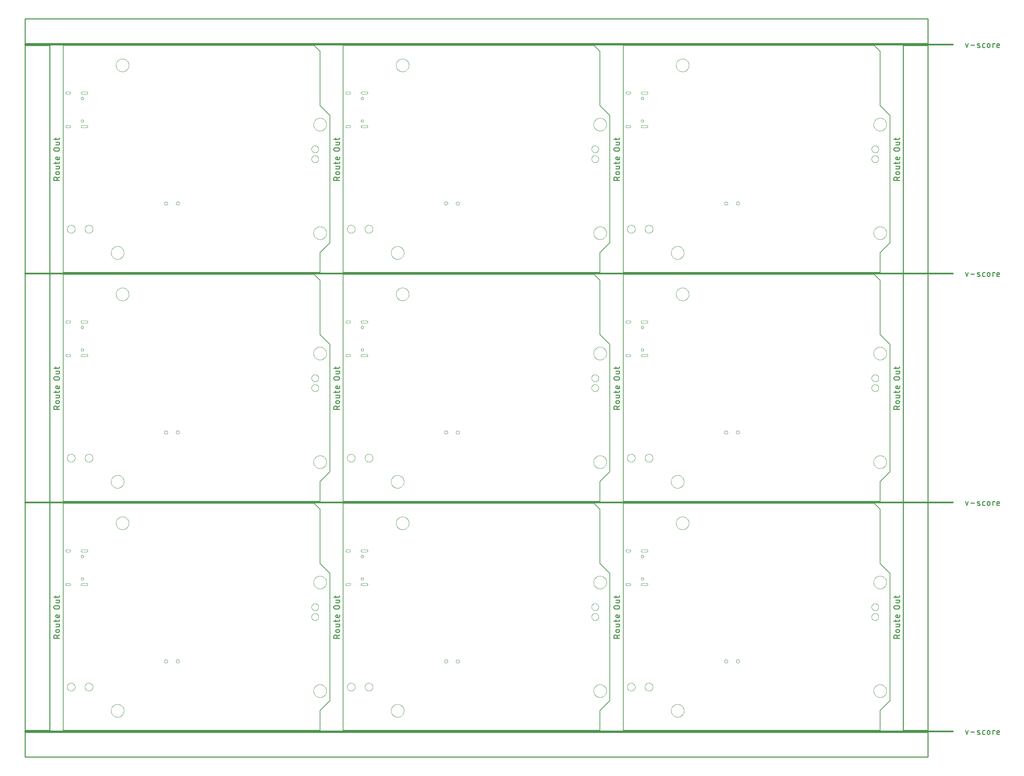
<source format=gko>
G04 EAGLE Gerber RS-274X export*
G75*
%MOMM*%
%FSLAX34Y34*%
%LPD*%
%IN*%
%IPPOS*%
%AMOC8*
5,1,8,0,0,1.08239X$1,22.5*%
G01*
%ADD10C,0.203200*%
%ADD11C,0.279400*%
%ADD12C,0.381000*%
%ADD13C,0.254000*%
%ADD14C,0.000000*%
%ADD15C,0.010000*%


D10*
X0Y584200D02*
X645160Y584200D01*
X660400Y568960D01*
X660400Y429260D02*
X685800Y403860D01*
X685800Y76200D01*
X660400Y50800D01*
X660400Y0D01*
X0Y0D01*
X0Y584200D01*
X660400Y568960D02*
X660400Y429260D01*
D11*
X-9652Y237604D02*
X-24638Y237604D01*
X-24638Y241767D01*
X-24636Y241895D01*
X-24630Y242023D01*
X-24620Y242151D01*
X-24606Y242279D01*
X-24589Y242406D01*
X-24567Y242532D01*
X-24542Y242658D01*
X-24512Y242782D01*
X-24479Y242906D01*
X-24442Y243029D01*
X-24401Y243151D01*
X-24357Y243271D01*
X-24309Y243390D01*
X-24257Y243507D01*
X-24202Y243623D01*
X-24143Y243736D01*
X-24080Y243849D01*
X-24014Y243959D01*
X-23945Y244066D01*
X-23873Y244172D01*
X-23797Y244276D01*
X-23718Y244377D01*
X-23636Y244476D01*
X-23551Y244572D01*
X-23464Y244665D01*
X-23373Y244756D01*
X-23280Y244843D01*
X-23184Y244928D01*
X-23085Y245010D01*
X-22984Y245089D01*
X-22880Y245165D01*
X-22774Y245237D01*
X-22667Y245306D01*
X-22556Y245372D01*
X-22444Y245435D01*
X-22331Y245494D01*
X-22215Y245549D01*
X-22098Y245601D01*
X-21979Y245649D01*
X-21859Y245693D01*
X-21737Y245734D01*
X-21614Y245771D01*
X-21490Y245804D01*
X-21366Y245834D01*
X-21240Y245859D01*
X-21114Y245881D01*
X-20987Y245898D01*
X-20859Y245912D01*
X-20731Y245922D01*
X-20603Y245928D01*
X-20475Y245930D01*
X-20347Y245928D01*
X-20219Y245922D01*
X-20091Y245912D01*
X-19963Y245898D01*
X-19836Y245881D01*
X-19710Y245859D01*
X-19584Y245834D01*
X-19460Y245804D01*
X-19336Y245771D01*
X-19213Y245734D01*
X-19091Y245693D01*
X-18971Y245649D01*
X-18852Y245601D01*
X-18735Y245549D01*
X-18619Y245494D01*
X-18506Y245435D01*
X-18394Y245372D01*
X-18283Y245306D01*
X-18176Y245237D01*
X-18070Y245165D01*
X-17966Y245089D01*
X-17865Y245010D01*
X-17766Y244928D01*
X-17670Y244843D01*
X-17577Y244756D01*
X-17486Y244665D01*
X-17399Y244572D01*
X-17314Y244476D01*
X-17232Y244377D01*
X-17153Y244276D01*
X-17077Y244172D01*
X-17005Y244066D01*
X-16936Y243959D01*
X-16870Y243849D01*
X-16807Y243736D01*
X-16748Y243623D01*
X-16693Y243507D01*
X-16641Y243390D01*
X-16593Y243271D01*
X-16549Y243151D01*
X-16508Y243029D01*
X-16471Y242906D01*
X-16438Y242782D01*
X-16408Y242658D01*
X-16383Y242532D01*
X-16361Y242406D01*
X-16344Y242279D01*
X-16330Y242151D01*
X-16320Y242023D01*
X-16314Y241895D01*
X-16312Y241767D01*
X-16312Y237604D01*
X-16312Y242599D02*
X-9652Y245929D01*
X-12982Y252888D02*
X-16312Y252888D01*
X-16426Y252890D01*
X-16539Y252896D01*
X-16653Y252905D01*
X-16765Y252919D01*
X-16878Y252936D01*
X-16990Y252958D01*
X-17100Y252983D01*
X-17210Y253011D01*
X-17319Y253044D01*
X-17427Y253080D01*
X-17534Y253120D01*
X-17639Y253164D01*
X-17742Y253211D01*
X-17844Y253261D01*
X-17944Y253315D01*
X-18042Y253373D01*
X-18138Y253434D01*
X-18232Y253497D01*
X-18324Y253565D01*
X-18414Y253635D01*
X-18500Y253708D01*
X-18585Y253784D01*
X-18667Y253863D01*
X-18746Y253945D01*
X-18822Y254030D01*
X-18895Y254116D01*
X-18965Y254206D01*
X-19033Y254298D01*
X-19096Y254392D01*
X-19157Y254488D01*
X-19215Y254586D01*
X-19269Y254686D01*
X-19319Y254788D01*
X-19366Y254891D01*
X-19410Y254996D01*
X-19450Y255103D01*
X-19486Y255211D01*
X-19519Y255320D01*
X-19547Y255430D01*
X-19572Y255540D01*
X-19594Y255652D01*
X-19611Y255765D01*
X-19625Y255877D01*
X-19634Y255991D01*
X-19640Y256104D01*
X-19642Y256218D01*
X-19640Y256332D01*
X-19634Y256445D01*
X-19625Y256559D01*
X-19611Y256671D01*
X-19594Y256784D01*
X-19572Y256896D01*
X-19547Y257006D01*
X-19519Y257116D01*
X-19486Y257225D01*
X-19450Y257333D01*
X-19410Y257440D01*
X-19366Y257545D01*
X-19319Y257648D01*
X-19269Y257750D01*
X-19215Y257850D01*
X-19157Y257948D01*
X-19096Y258044D01*
X-19033Y258138D01*
X-18965Y258230D01*
X-18895Y258320D01*
X-18822Y258406D01*
X-18746Y258491D01*
X-18667Y258573D01*
X-18585Y258652D01*
X-18500Y258728D01*
X-18414Y258801D01*
X-18324Y258871D01*
X-18232Y258939D01*
X-18138Y259002D01*
X-18042Y259063D01*
X-17944Y259121D01*
X-17844Y259175D01*
X-17742Y259225D01*
X-17639Y259272D01*
X-17534Y259316D01*
X-17427Y259356D01*
X-17319Y259392D01*
X-17210Y259425D01*
X-17100Y259453D01*
X-16990Y259478D01*
X-16878Y259500D01*
X-16765Y259517D01*
X-16653Y259531D01*
X-16539Y259540D01*
X-16426Y259546D01*
X-16312Y259548D01*
X-12982Y259548D01*
X-12868Y259546D01*
X-12755Y259540D01*
X-12641Y259531D01*
X-12529Y259517D01*
X-12416Y259500D01*
X-12304Y259478D01*
X-12194Y259453D01*
X-12084Y259425D01*
X-11975Y259392D01*
X-11867Y259356D01*
X-11760Y259316D01*
X-11655Y259272D01*
X-11552Y259225D01*
X-11450Y259175D01*
X-11350Y259121D01*
X-11252Y259063D01*
X-11156Y259002D01*
X-11062Y258939D01*
X-10970Y258871D01*
X-10880Y258801D01*
X-10794Y258728D01*
X-10709Y258652D01*
X-10627Y258573D01*
X-10548Y258491D01*
X-10472Y258406D01*
X-10399Y258320D01*
X-10329Y258230D01*
X-10261Y258138D01*
X-10198Y258044D01*
X-10137Y257948D01*
X-10079Y257850D01*
X-10025Y257750D01*
X-9975Y257648D01*
X-9928Y257545D01*
X-9884Y257440D01*
X-9844Y257333D01*
X-9808Y257225D01*
X-9775Y257116D01*
X-9747Y257006D01*
X-9722Y256896D01*
X-9700Y256784D01*
X-9683Y256671D01*
X-9669Y256559D01*
X-9660Y256445D01*
X-9654Y256332D01*
X-9652Y256218D01*
X-9654Y256104D01*
X-9660Y255991D01*
X-9669Y255877D01*
X-9683Y255765D01*
X-9700Y255652D01*
X-9722Y255540D01*
X-9747Y255430D01*
X-9775Y255320D01*
X-9808Y255211D01*
X-9844Y255103D01*
X-9884Y254996D01*
X-9928Y254891D01*
X-9975Y254788D01*
X-10025Y254686D01*
X-10079Y254586D01*
X-10137Y254488D01*
X-10198Y254392D01*
X-10261Y254298D01*
X-10329Y254206D01*
X-10399Y254116D01*
X-10472Y254030D01*
X-10548Y253945D01*
X-10627Y253863D01*
X-10709Y253784D01*
X-10794Y253708D01*
X-10880Y253635D01*
X-10970Y253565D01*
X-11062Y253497D01*
X-11156Y253434D01*
X-11252Y253373D01*
X-11350Y253315D01*
X-11450Y253261D01*
X-11552Y253211D01*
X-11655Y253164D01*
X-11760Y253120D01*
X-11867Y253080D01*
X-11975Y253044D01*
X-12084Y253011D01*
X-12194Y252983D01*
X-12304Y252958D01*
X-12416Y252936D01*
X-12529Y252919D01*
X-12641Y252905D01*
X-12755Y252896D01*
X-12868Y252890D01*
X-12982Y252888D01*
X-12150Y266956D02*
X-19643Y266956D01*
X-12150Y266955D02*
X-12052Y266957D01*
X-11954Y266963D01*
X-11856Y266972D01*
X-11759Y266986D01*
X-11663Y267003D01*
X-11567Y267024D01*
X-11472Y267049D01*
X-11378Y267077D01*
X-11285Y267109D01*
X-11194Y267145D01*
X-11104Y267184D01*
X-11016Y267227D01*
X-10929Y267274D01*
X-10845Y267323D01*
X-10762Y267376D01*
X-10682Y267432D01*
X-10604Y267491D01*
X-10528Y267554D01*
X-10454Y267619D01*
X-10384Y267687D01*
X-10316Y267757D01*
X-10251Y267831D01*
X-10188Y267907D01*
X-10129Y267985D01*
X-10073Y268065D01*
X-10020Y268148D01*
X-9971Y268232D01*
X-9924Y268319D01*
X-9881Y268407D01*
X-9842Y268497D01*
X-9806Y268588D01*
X-9774Y268681D01*
X-9746Y268775D01*
X-9721Y268870D01*
X-9700Y268966D01*
X-9683Y269062D01*
X-9669Y269159D01*
X-9660Y269257D01*
X-9654Y269355D01*
X-9652Y269453D01*
X-9652Y273616D01*
X-19643Y273616D01*
X-19643Y279597D02*
X-19643Y284592D01*
X-24638Y281262D02*
X-12150Y281262D01*
X-12052Y281264D01*
X-11954Y281270D01*
X-11856Y281279D01*
X-11759Y281293D01*
X-11663Y281310D01*
X-11567Y281331D01*
X-11472Y281356D01*
X-11378Y281384D01*
X-11285Y281416D01*
X-11194Y281452D01*
X-11104Y281491D01*
X-11016Y281534D01*
X-10929Y281581D01*
X-10845Y281630D01*
X-10762Y281683D01*
X-10682Y281739D01*
X-10604Y281798D01*
X-10528Y281861D01*
X-10454Y281926D01*
X-10384Y281994D01*
X-10316Y282064D01*
X-10251Y282138D01*
X-10188Y282214D01*
X-10129Y282292D01*
X-10073Y282372D01*
X-10020Y282455D01*
X-9971Y282539D01*
X-9924Y282626D01*
X-9881Y282714D01*
X-9842Y282804D01*
X-9806Y282895D01*
X-9774Y282988D01*
X-9746Y283082D01*
X-9721Y283177D01*
X-9700Y283273D01*
X-9683Y283369D01*
X-9669Y283466D01*
X-9660Y283564D01*
X-9654Y283662D01*
X-9652Y283760D01*
X-9652Y284592D01*
X-9652Y293421D02*
X-9652Y297584D01*
X-9652Y293421D02*
X-9654Y293323D01*
X-9660Y293225D01*
X-9669Y293127D01*
X-9683Y293030D01*
X-9700Y292934D01*
X-9721Y292838D01*
X-9746Y292743D01*
X-9774Y292649D01*
X-9806Y292556D01*
X-9842Y292465D01*
X-9881Y292375D01*
X-9924Y292287D01*
X-9971Y292200D01*
X-10020Y292116D01*
X-10073Y292033D01*
X-10129Y291953D01*
X-10188Y291875D01*
X-10251Y291799D01*
X-10316Y291725D01*
X-10384Y291655D01*
X-10454Y291587D01*
X-10528Y291522D01*
X-10604Y291459D01*
X-10682Y291400D01*
X-10762Y291344D01*
X-10845Y291291D01*
X-10929Y291242D01*
X-11016Y291195D01*
X-11104Y291152D01*
X-11194Y291113D01*
X-11285Y291077D01*
X-11378Y291045D01*
X-11472Y291017D01*
X-11567Y290992D01*
X-11663Y290971D01*
X-11759Y290954D01*
X-11856Y290940D01*
X-11954Y290931D01*
X-12052Y290925D01*
X-12150Y290923D01*
X-12150Y290924D02*
X-16312Y290924D01*
X-16426Y290926D01*
X-16539Y290932D01*
X-16653Y290941D01*
X-16765Y290955D01*
X-16878Y290972D01*
X-16990Y290994D01*
X-17100Y291019D01*
X-17210Y291047D01*
X-17319Y291080D01*
X-17427Y291116D01*
X-17534Y291156D01*
X-17639Y291200D01*
X-17742Y291247D01*
X-17844Y291297D01*
X-17944Y291351D01*
X-18042Y291409D01*
X-18138Y291470D01*
X-18232Y291533D01*
X-18324Y291601D01*
X-18414Y291671D01*
X-18500Y291744D01*
X-18585Y291820D01*
X-18667Y291899D01*
X-18746Y291981D01*
X-18822Y292066D01*
X-18895Y292152D01*
X-18965Y292242D01*
X-19033Y292334D01*
X-19096Y292428D01*
X-19157Y292524D01*
X-19215Y292622D01*
X-19269Y292722D01*
X-19319Y292824D01*
X-19366Y292927D01*
X-19410Y293032D01*
X-19450Y293139D01*
X-19486Y293247D01*
X-19519Y293356D01*
X-19547Y293466D01*
X-19572Y293576D01*
X-19594Y293688D01*
X-19611Y293801D01*
X-19625Y293913D01*
X-19634Y294027D01*
X-19640Y294140D01*
X-19642Y294254D01*
X-19640Y294368D01*
X-19634Y294481D01*
X-19625Y294595D01*
X-19611Y294707D01*
X-19594Y294820D01*
X-19572Y294932D01*
X-19547Y295042D01*
X-19519Y295152D01*
X-19486Y295261D01*
X-19450Y295369D01*
X-19410Y295476D01*
X-19366Y295581D01*
X-19319Y295684D01*
X-19269Y295786D01*
X-19215Y295886D01*
X-19157Y295984D01*
X-19096Y296080D01*
X-19033Y296174D01*
X-18965Y296266D01*
X-18895Y296356D01*
X-18822Y296442D01*
X-18746Y296527D01*
X-18667Y296609D01*
X-18585Y296688D01*
X-18500Y296764D01*
X-18414Y296837D01*
X-18324Y296907D01*
X-18232Y296975D01*
X-18138Y297038D01*
X-18042Y297099D01*
X-17944Y297157D01*
X-17844Y297211D01*
X-17742Y297261D01*
X-17639Y297308D01*
X-17534Y297352D01*
X-17427Y297392D01*
X-17319Y297428D01*
X-17210Y297461D01*
X-17100Y297489D01*
X-16990Y297514D01*
X-16878Y297536D01*
X-16765Y297553D01*
X-16653Y297567D01*
X-16539Y297576D01*
X-16426Y297582D01*
X-16312Y297584D01*
X-14647Y297584D01*
X-14647Y290924D01*
X-13815Y313017D02*
X-20475Y313017D01*
X-20603Y313019D01*
X-20731Y313025D01*
X-20859Y313035D01*
X-20987Y313049D01*
X-21114Y313066D01*
X-21240Y313088D01*
X-21366Y313113D01*
X-21490Y313143D01*
X-21614Y313176D01*
X-21737Y313213D01*
X-21859Y313254D01*
X-21979Y313298D01*
X-22098Y313346D01*
X-22215Y313398D01*
X-22331Y313453D01*
X-22444Y313512D01*
X-22557Y313575D01*
X-22667Y313641D01*
X-22774Y313710D01*
X-22880Y313782D01*
X-22984Y313858D01*
X-23085Y313937D01*
X-23184Y314019D01*
X-23280Y314104D01*
X-23373Y314191D01*
X-23464Y314282D01*
X-23551Y314375D01*
X-23636Y314471D01*
X-23718Y314570D01*
X-23797Y314671D01*
X-23873Y314775D01*
X-23945Y314881D01*
X-24014Y314988D01*
X-24080Y315099D01*
X-24143Y315211D01*
X-24202Y315324D01*
X-24257Y315440D01*
X-24309Y315557D01*
X-24357Y315676D01*
X-24401Y315796D01*
X-24442Y315918D01*
X-24479Y316041D01*
X-24512Y316165D01*
X-24542Y316289D01*
X-24567Y316415D01*
X-24589Y316541D01*
X-24606Y316668D01*
X-24620Y316796D01*
X-24630Y316924D01*
X-24636Y317052D01*
X-24638Y317180D01*
X-24636Y317308D01*
X-24630Y317436D01*
X-24620Y317564D01*
X-24606Y317692D01*
X-24589Y317819D01*
X-24567Y317945D01*
X-24542Y318071D01*
X-24512Y318195D01*
X-24479Y318319D01*
X-24442Y318442D01*
X-24401Y318564D01*
X-24357Y318684D01*
X-24309Y318803D01*
X-24257Y318920D01*
X-24202Y319036D01*
X-24143Y319149D01*
X-24080Y319262D01*
X-24014Y319372D01*
X-23945Y319479D01*
X-23873Y319585D01*
X-23797Y319689D01*
X-23718Y319790D01*
X-23636Y319889D01*
X-23551Y319985D01*
X-23464Y320078D01*
X-23373Y320169D01*
X-23280Y320256D01*
X-23184Y320341D01*
X-23085Y320423D01*
X-22984Y320502D01*
X-22880Y320578D01*
X-22774Y320650D01*
X-22667Y320719D01*
X-22556Y320785D01*
X-22444Y320848D01*
X-22331Y320907D01*
X-22215Y320962D01*
X-22098Y321014D01*
X-21979Y321062D01*
X-21859Y321106D01*
X-21737Y321147D01*
X-21614Y321184D01*
X-21490Y321217D01*
X-21366Y321247D01*
X-21240Y321272D01*
X-21114Y321294D01*
X-20987Y321311D01*
X-20859Y321325D01*
X-20731Y321335D01*
X-20603Y321341D01*
X-20475Y321343D01*
X-20475Y321342D02*
X-13815Y321342D01*
X-13815Y321343D02*
X-13687Y321341D01*
X-13559Y321335D01*
X-13431Y321325D01*
X-13303Y321311D01*
X-13176Y321294D01*
X-13050Y321272D01*
X-12924Y321247D01*
X-12800Y321217D01*
X-12676Y321184D01*
X-12553Y321147D01*
X-12431Y321106D01*
X-12311Y321062D01*
X-12192Y321014D01*
X-12075Y320962D01*
X-11959Y320907D01*
X-11846Y320848D01*
X-11733Y320785D01*
X-11623Y320719D01*
X-11516Y320650D01*
X-11410Y320578D01*
X-11306Y320502D01*
X-11205Y320423D01*
X-11106Y320341D01*
X-11010Y320256D01*
X-10917Y320169D01*
X-10826Y320078D01*
X-10739Y319985D01*
X-10654Y319889D01*
X-10572Y319790D01*
X-10493Y319689D01*
X-10417Y319585D01*
X-10345Y319479D01*
X-10276Y319372D01*
X-10210Y319262D01*
X-10147Y319149D01*
X-10088Y319036D01*
X-10033Y318920D01*
X-9981Y318803D01*
X-9933Y318684D01*
X-9889Y318564D01*
X-9848Y318442D01*
X-9811Y318319D01*
X-9778Y318195D01*
X-9748Y318071D01*
X-9723Y317945D01*
X-9701Y317819D01*
X-9684Y317692D01*
X-9670Y317564D01*
X-9660Y317436D01*
X-9654Y317308D01*
X-9652Y317180D01*
X-9654Y317052D01*
X-9660Y316924D01*
X-9670Y316796D01*
X-9684Y316668D01*
X-9701Y316541D01*
X-9723Y316415D01*
X-9748Y316289D01*
X-9778Y316165D01*
X-9811Y316041D01*
X-9848Y315918D01*
X-9889Y315796D01*
X-9933Y315676D01*
X-9981Y315557D01*
X-10033Y315440D01*
X-10088Y315324D01*
X-10147Y315211D01*
X-10210Y315099D01*
X-10276Y314988D01*
X-10345Y314881D01*
X-10417Y314775D01*
X-10493Y314671D01*
X-10572Y314570D01*
X-10654Y314471D01*
X-10739Y314375D01*
X-10826Y314282D01*
X-10917Y314191D01*
X-11010Y314104D01*
X-11106Y314019D01*
X-11205Y313937D01*
X-11306Y313858D01*
X-11410Y313782D01*
X-11516Y313710D01*
X-11623Y313641D01*
X-11734Y313575D01*
X-11846Y313512D01*
X-11959Y313453D01*
X-12075Y313398D01*
X-12192Y313346D01*
X-12311Y313298D01*
X-12431Y313254D01*
X-12553Y313213D01*
X-12676Y313176D01*
X-12800Y313143D01*
X-12924Y313113D01*
X-13050Y313088D01*
X-13176Y313066D01*
X-13303Y313049D01*
X-13431Y313035D01*
X-13559Y313025D01*
X-13687Y313019D01*
X-13815Y313017D01*
X-12150Y328959D02*
X-19643Y328959D01*
X-12150Y328959D02*
X-12052Y328961D01*
X-11954Y328967D01*
X-11856Y328976D01*
X-11759Y328990D01*
X-11663Y329007D01*
X-11567Y329028D01*
X-11472Y329053D01*
X-11378Y329081D01*
X-11285Y329113D01*
X-11194Y329149D01*
X-11104Y329188D01*
X-11016Y329231D01*
X-10929Y329278D01*
X-10845Y329327D01*
X-10762Y329380D01*
X-10682Y329436D01*
X-10604Y329495D01*
X-10528Y329558D01*
X-10454Y329623D01*
X-10384Y329691D01*
X-10316Y329761D01*
X-10251Y329835D01*
X-10188Y329911D01*
X-10129Y329989D01*
X-10073Y330069D01*
X-10020Y330152D01*
X-9971Y330236D01*
X-9924Y330323D01*
X-9881Y330411D01*
X-9842Y330501D01*
X-9806Y330592D01*
X-9774Y330685D01*
X-9746Y330779D01*
X-9721Y330874D01*
X-9700Y330970D01*
X-9683Y331066D01*
X-9669Y331163D01*
X-9660Y331261D01*
X-9654Y331359D01*
X-9652Y331457D01*
X-9652Y335620D01*
X-19643Y335620D01*
X-19643Y341601D02*
X-19643Y346596D01*
X-24638Y343266D02*
X-12150Y343266D01*
X-12052Y343268D01*
X-11954Y343274D01*
X-11856Y343283D01*
X-11759Y343297D01*
X-11663Y343314D01*
X-11567Y343335D01*
X-11472Y343360D01*
X-11378Y343388D01*
X-11285Y343420D01*
X-11194Y343456D01*
X-11104Y343495D01*
X-11016Y343538D01*
X-10929Y343585D01*
X-10845Y343634D01*
X-10762Y343687D01*
X-10682Y343743D01*
X-10604Y343802D01*
X-10528Y343865D01*
X-10454Y343930D01*
X-10384Y343998D01*
X-10316Y344068D01*
X-10251Y344142D01*
X-10188Y344218D01*
X-10129Y344296D01*
X-10073Y344376D01*
X-10020Y344459D01*
X-9971Y344543D01*
X-9924Y344630D01*
X-9881Y344718D01*
X-9842Y344808D01*
X-9806Y344899D01*
X-9774Y344992D01*
X-9746Y345086D01*
X-9721Y345181D01*
X-9700Y345277D01*
X-9683Y345373D01*
X-9669Y345470D01*
X-9660Y345568D01*
X-9654Y345666D01*
X-9652Y345764D01*
X-9652Y346596D01*
D10*
X720090Y584200D02*
X1365250Y584200D01*
X1380490Y568960D01*
X1380490Y429260D02*
X1405890Y403860D01*
X1405890Y76200D01*
X1380490Y50800D01*
X1380490Y0D01*
X720090Y0D01*
X720090Y584200D01*
X1380490Y568960D02*
X1380490Y429260D01*
D11*
X710438Y237604D02*
X695452Y237604D01*
X695452Y241767D01*
X695454Y241895D01*
X695460Y242023D01*
X695470Y242151D01*
X695484Y242279D01*
X695501Y242406D01*
X695523Y242532D01*
X695548Y242658D01*
X695578Y242782D01*
X695611Y242906D01*
X695648Y243029D01*
X695689Y243151D01*
X695733Y243271D01*
X695781Y243390D01*
X695833Y243507D01*
X695888Y243623D01*
X695947Y243736D01*
X696010Y243849D01*
X696076Y243959D01*
X696145Y244066D01*
X696217Y244172D01*
X696293Y244276D01*
X696372Y244377D01*
X696454Y244476D01*
X696539Y244572D01*
X696626Y244665D01*
X696717Y244756D01*
X696810Y244843D01*
X696906Y244928D01*
X697005Y245010D01*
X697106Y245089D01*
X697210Y245165D01*
X697316Y245237D01*
X697423Y245306D01*
X697534Y245372D01*
X697646Y245435D01*
X697759Y245494D01*
X697875Y245549D01*
X697992Y245601D01*
X698111Y245649D01*
X698231Y245693D01*
X698353Y245734D01*
X698476Y245771D01*
X698600Y245804D01*
X698724Y245834D01*
X698850Y245859D01*
X698976Y245881D01*
X699103Y245898D01*
X699231Y245912D01*
X699359Y245922D01*
X699487Y245928D01*
X699615Y245930D01*
X699743Y245928D01*
X699871Y245922D01*
X699999Y245912D01*
X700127Y245898D01*
X700254Y245881D01*
X700380Y245859D01*
X700506Y245834D01*
X700630Y245804D01*
X700754Y245771D01*
X700877Y245734D01*
X700999Y245693D01*
X701119Y245649D01*
X701238Y245601D01*
X701355Y245549D01*
X701471Y245494D01*
X701584Y245435D01*
X701697Y245372D01*
X701807Y245306D01*
X701914Y245237D01*
X702020Y245165D01*
X702124Y245089D01*
X702225Y245010D01*
X702324Y244928D01*
X702420Y244843D01*
X702513Y244756D01*
X702604Y244665D01*
X702691Y244572D01*
X702776Y244476D01*
X702858Y244377D01*
X702937Y244276D01*
X703013Y244172D01*
X703085Y244066D01*
X703154Y243959D01*
X703220Y243849D01*
X703283Y243736D01*
X703342Y243623D01*
X703397Y243507D01*
X703449Y243390D01*
X703497Y243271D01*
X703541Y243151D01*
X703582Y243029D01*
X703619Y242906D01*
X703652Y242782D01*
X703682Y242658D01*
X703707Y242532D01*
X703729Y242406D01*
X703746Y242279D01*
X703760Y242151D01*
X703770Y242023D01*
X703776Y241895D01*
X703778Y241767D01*
X703778Y237604D01*
X703778Y242599D02*
X710438Y245929D01*
X707108Y252888D02*
X703778Y252888D01*
X703664Y252890D01*
X703551Y252896D01*
X703437Y252905D01*
X703325Y252919D01*
X703212Y252936D01*
X703100Y252958D01*
X702990Y252983D01*
X702880Y253011D01*
X702771Y253044D01*
X702663Y253080D01*
X702556Y253120D01*
X702451Y253164D01*
X702348Y253211D01*
X702246Y253261D01*
X702146Y253315D01*
X702048Y253373D01*
X701952Y253434D01*
X701858Y253497D01*
X701766Y253565D01*
X701676Y253635D01*
X701590Y253708D01*
X701505Y253784D01*
X701423Y253863D01*
X701344Y253945D01*
X701268Y254030D01*
X701195Y254116D01*
X701125Y254206D01*
X701057Y254298D01*
X700994Y254392D01*
X700933Y254488D01*
X700875Y254586D01*
X700821Y254686D01*
X700771Y254788D01*
X700724Y254891D01*
X700680Y254996D01*
X700640Y255103D01*
X700604Y255211D01*
X700571Y255320D01*
X700543Y255430D01*
X700518Y255540D01*
X700496Y255652D01*
X700479Y255765D01*
X700465Y255877D01*
X700456Y255991D01*
X700450Y256104D01*
X700448Y256218D01*
X700450Y256332D01*
X700456Y256445D01*
X700465Y256559D01*
X700479Y256671D01*
X700496Y256784D01*
X700518Y256896D01*
X700543Y257006D01*
X700571Y257116D01*
X700604Y257225D01*
X700640Y257333D01*
X700680Y257440D01*
X700724Y257545D01*
X700771Y257648D01*
X700821Y257750D01*
X700875Y257850D01*
X700933Y257948D01*
X700994Y258044D01*
X701057Y258138D01*
X701125Y258230D01*
X701195Y258320D01*
X701268Y258406D01*
X701344Y258491D01*
X701423Y258573D01*
X701505Y258652D01*
X701590Y258728D01*
X701676Y258801D01*
X701766Y258871D01*
X701858Y258939D01*
X701952Y259002D01*
X702048Y259063D01*
X702146Y259121D01*
X702246Y259175D01*
X702348Y259225D01*
X702451Y259272D01*
X702556Y259316D01*
X702663Y259356D01*
X702771Y259392D01*
X702880Y259425D01*
X702990Y259453D01*
X703100Y259478D01*
X703212Y259500D01*
X703325Y259517D01*
X703437Y259531D01*
X703551Y259540D01*
X703664Y259546D01*
X703778Y259548D01*
X707108Y259548D01*
X707222Y259546D01*
X707335Y259540D01*
X707449Y259531D01*
X707561Y259517D01*
X707674Y259500D01*
X707786Y259478D01*
X707896Y259453D01*
X708006Y259425D01*
X708115Y259392D01*
X708223Y259356D01*
X708330Y259316D01*
X708435Y259272D01*
X708538Y259225D01*
X708640Y259175D01*
X708740Y259121D01*
X708838Y259063D01*
X708934Y259002D01*
X709028Y258939D01*
X709120Y258871D01*
X709210Y258801D01*
X709296Y258728D01*
X709381Y258652D01*
X709463Y258573D01*
X709542Y258491D01*
X709618Y258406D01*
X709691Y258320D01*
X709761Y258230D01*
X709829Y258138D01*
X709892Y258044D01*
X709953Y257948D01*
X710011Y257850D01*
X710065Y257750D01*
X710115Y257648D01*
X710162Y257545D01*
X710206Y257440D01*
X710246Y257333D01*
X710282Y257225D01*
X710315Y257116D01*
X710343Y257006D01*
X710368Y256896D01*
X710390Y256784D01*
X710407Y256671D01*
X710421Y256559D01*
X710430Y256445D01*
X710436Y256332D01*
X710438Y256218D01*
X710436Y256104D01*
X710430Y255991D01*
X710421Y255877D01*
X710407Y255765D01*
X710390Y255652D01*
X710368Y255540D01*
X710343Y255430D01*
X710315Y255320D01*
X710282Y255211D01*
X710246Y255103D01*
X710206Y254996D01*
X710162Y254891D01*
X710115Y254788D01*
X710065Y254686D01*
X710011Y254586D01*
X709953Y254488D01*
X709892Y254392D01*
X709829Y254298D01*
X709761Y254206D01*
X709691Y254116D01*
X709618Y254030D01*
X709542Y253945D01*
X709463Y253863D01*
X709381Y253784D01*
X709296Y253708D01*
X709210Y253635D01*
X709120Y253565D01*
X709028Y253497D01*
X708934Y253434D01*
X708838Y253373D01*
X708740Y253315D01*
X708640Y253261D01*
X708538Y253211D01*
X708435Y253164D01*
X708330Y253120D01*
X708223Y253080D01*
X708115Y253044D01*
X708006Y253011D01*
X707896Y252983D01*
X707786Y252958D01*
X707674Y252936D01*
X707561Y252919D01*
X707449Y252905D01*
X707335Y252896D01*
X707222Y252890D01*
X707108Y252888D01*
X707940Y266956D02*
X700447Y266956D01*
X707940Y266955D02*
X708038Y266957D01*
X708136Y266963D01*
X708234Y266972D01*
X708331Y266986D01*
X708427Y267003D01*
X708523Y267024D01*
X708618Y267049D01*
X708712Y267077D01*
X708805Y267109D01*
X708896Y267145D01*
X708986Y267184D01*
X709074Y267227D01*
X709161Y267274D01*
X709245Y267323D01*
X709328Y267376D01*
X709408Y267432D01*
X709487Y267491D01*
X709562Y267554D01*
X709636Y267619D01*
X709706Y267687D01*
X709774Y267757D01*
X709840Y267831D01*
X709902Y267907D01*
X709961Y267985D01*
X710017Y268065D01*
X710070Y268148D01*
X710120Y268232D01*
X710166Y268319D01*
X710209Y268407D01*
X710248Y268497D01*
X710284Y268588D01*
X710316Y268681D01*
X710344Y268775D01*
X710369Y268870D01*
X710390Y268966D01*
X710407Y269062D01*
X710421Y269159D01*
X710430Y269257D01*
X710436Y269355D01*
X710438Y269453D01*
X710438Y273616D01*
X700447Y273616D01*
X700447Y279597D02*
X700447Y284592D01*
X695452Y281262D02*
X707940Y281262D01*
X708038Y281264D01*
X708136Y281270D01*
X708234Y281279D01*
X708331Y281293D01*
X708427Y281310D01*
X708523Y281331D01*
X708618Y281356D01*
X708712Y281384D01*
X708805Y281416D01*
X708896Y281452D01*
X708986Y281491D01*
X709074Y281534D01*
X709161Y281581D01*
X709245Y281630D01*
X709328Y281683D01*
X709408Y281739D01*
X709487Y281798D01*
X709562Y281861D01*
X709636Y281926D01*
X709706Y281994D01*
X709774Y282064D01*
X709840Y282138D01*
X709902Y282214D01*
X709961Y282292D01*
X710017Y282372D01*
X710070Y282455D01*
X710120Y282539D01*
X710166Y282626D01*
X710209Y282714D01*
X710248Y282804D01*
X710284Y282895D01*
X710316Y282988D01*
X710344Y283082D01*
X710369Y283177D01*
X710390Y283273D01*
X710407Y283369D01*
X710421Y283466D01*
X710430Y283564D01*
X710436Y283662D01*
X710438Y283760D01*
X710438Y284592D01*
X710438Y293421D02*
X710438Y297584D01*
X710438Y293421D02*
X710436Y293323D01*
X710430Y293225D01*
X710421Y293127D01*
X710407Y293030D01*
X710390Y292934D01*
X710369Y292838D01*
X710344Y292743D01*
X710316Y292649D01*
X710284Y292556D01*
X710248Y292465D01*
X710209Y292375D01*
X710166Y292287D01*
X710119Y292200D01*
X710070Y292116D01*
X710017Y292033D01*
X709961Y291953D01*
X709902Y291875D01*
X709840Y291799D01*
X709774Y291725D01*
X709706Y291655D01*
X709636Y291587D01*
X709562Y291522D01*
X709487Y291459D01*
X709408Y291400D01*
X709328Y291344D01*
X709245Y291291D01*
X709161Y291242D01*
X709074Y291195D01*
X708986Y291152D01*
X708896Y291113D01*
X708805Y291077D01*
X708712Y291045D01*
X708618Y291017D01*
X708523Y290992D01*
X708427Y290971D01*
X708331Y290954D01*
X708234Y290940D01*
X708136Y290931D01*
X708038Y290925D01*
X707940Y290923D01*
X707940Y290924D02*
X703778Y290924D01*
X703664Y290926D01*
X703551Y290932D01*
X703437Y290941D01*
X703325Y290955D01*
X703212Y290972D01*
X703100Y290994D01*
X702990Y291019D01*
X702880Y291047D01*
X702771Y291080D01*
X702663Y291116D01*
X702556Y291156D01*
X702451Y291200D01*
X702348Y291247D01*
X702246Y291297D01*
X702146Y291351D01*
X702048Y291409D01*
X701952Y291470D01*
X701858Y291533D01*
X701766Y291601D01*
X701676Y291671D01*
X701590Y291744D01*
X701505Y291820D01*
X701423Y291899D01*
X701344Y291981D01*
X701268Y292066D01*
X701195Y292152D01*
X701125Y292242D01*
X701057Y292334D01*
X700994Y292428D01*
X700933Y292524D01*
X700875Y292622D01*
X700821Y292722D01*
X700771Y292824D01*
X700724Y292927D01*
X700680Y293032D01*
X700640Y293139D01*
X700604Y293247D01*
X700571Y293356D01*
X700543Y293466D01*
X700518Y293576D01*
X700496Y293688D01*
X700479Y293801D01*
X700465Y293913D01*
X700456Y294027D01*
X700450Y294140D01*
X700448Y294254D01*
X700450Y294368D01*
X700456Y294481D01*
X700465Y294595D01*
X700479Y294707D01*
X700496Y294820D01*
X700518Y294932D01*
X700543Y295042D01*
X700571Y295152D01*
X700604Y295261D01*
X700640Y295369D01*
X700680Y295476D01*
X700724Y295581D01*
X700771Y295684D01*
X700821Y295786D01*
X700875Y295886D01*
X700933Y295984D01*
X700994Y296080D01*
X701057Y296174D01*
X701125Y296266D01*
X701195Y296356D01*
X701268Y296442D01*
X701344Y296527D01*
X701423Y296609D01*
X701505Y296688D01*
X701590Y296764D01*
X701676Y296837D01*
X701766Y296907D01*
X701858Y296975D01*
X701952Y297038D01*
X702048Y297099D01*
X702146Y297157D01*
X702246Y297211D01*
X702348Y297261D01*
X702451Y297308D01*
X702556Y297352D01*
X702663Y297392D01*
X702771Y297428D01*
X702880Y297461D01*
X702990Y297489D01*
X703100Y297514D01*
X703212Y297536D01*
X703325Y297553D01*
X703437Y297567D01*
X703551Y297576D01*
X703664Y297582D01*
X703778Y297584D01*
X705443Y297584D01*
X705443Y290924D01*
X706275Y313017D02*
X699615Y313017D01*
X699487Y313019D01*
X699359Y313025D01*
X699231Y313035D01*
X699103Y313049D01*
X698976Y313066D01*
X698850Y313088D01*
X698724Y313113D01*
X698600Y313143D01*
X698476Y313176D01*
X698353Y313213D01*
X698231Y313254D01*
X698111Y313298D01*
X697992Y313346D01*
X697875Y313398D01*
X697759Y313453D01*
X697646Y313512D01*
X697534Y313575D01*
X697423Y313641D01*
X697316Y313710D01*
X697210Y313782D01*
X697106Y313858D01*
X697005Y313937D01*
X696906Y314019D01*
X696810Y314104D01*
X696717Y314191D01*
X696626Y314282D01*
X696539Y314375D01*
X696454Y314471D01*
X696372Y314570D01*
X696293Y314671D01*
X696217Y314775D01*
X696145Y314881D01*
X696076Y314988D01*
X696010Y315099D01*
X695947Y315211D01*
X695888Y315324D01*
X695833Y315440D01*
X695781Y315557D01*
X695733Y315676D01*
X695689Y315796D01*
X695648Y315918D01*
X695611Y316041D01*
X695578Y316165D01*
X695548Y316289D01*
X695523Y316415D01*
X695501Y316541D01*
X695484Y316668D01*
X695470Y316796D01*
X695460Y316924D01*
X695454Y317052D01*
X695452Y317180D01*
X695454Y317308D01*
X695460Y317436D01*
X695470Y317564D01*
X695484Y317692D01*
X695501Y317819D01*
X695523Y317945D01*
X695548Y318071D01*
X695578Y318195D01*
X695611Y318319D01*
X695648Y318442D01*
X695689Y318564D01*
X695733Y318684D01*
X695781Y318803D01*
X695833Y318920D01*
X695888Y319036D01*
X695947Y319149D01*
X696010Y319262D01*
X696076Y319372D01*
X696145Y319479D01*
X696217Y319585D01*
X696293Y319689D01*
X696372Y319790D01*
X696454Y319889D01*
X696539Y319985D01*
X696626Y320078D01*
X696717Y320169D01*
X696810Y320256D01*
X696906Y320341D01*
X697005Y320423D01*
X697106Y320502D01*
X697210Y320578D01*
X697316Y320650D01*
X697423Y320719D01*
X697534Y320785D01*
X697646Y320848D01*
X697759Y320907D01*
X697875Y320962D01*
X697992Y321014D01*
X698111Y321062D01*
X698231Y321106D01*
X698353Y321147D01*
X698476Y321184D01*
X698600Y321217D01*
X698724Y321247D01*
X698850Y321272D01*
X698976Y321294D01*
X699103Y321311D01*
X699231Y321325D01*
X699359Y321335D01*
X699487Y321341D01*
X699615Y321343D01*
X699615Y321342D02*
X706275Y321342D01*
X706275Y321343D02*
X706403Y321341D01*
X706531Y321335D01*
X706659Y321325D01*
X706787Y321311D01*
X706914Y321294D01*
X707040Y321272D01*
X707166Y321247D01*
X707290Y321217D01*
X707414Y321184D01*
X707537Y321147D01*
X707659Y321106D01*
X707779Y321062D01*
X707898Y321014D01*
X708015Y320962D01*
X708131Y320907D01*
X708244Y320848D01*
X708357Y320785D01*
X708467Y320719D01*
X708574Y320650D01*
X708680Y320578D01*
X708784Y320502D01*
X708885Y320423D01*
X708984Y320341D01*
X709080Y320256D01*
X709173Y320169D01*
X709264Y320078D01*
X709351Y319985D01*
X709436Y319889D01*
X709518Y319790D01*
X709597Y319689D01*
X709673Y319585D01*
X709745Y319479D01*
X709814Y319372D01*
X709880Y319262D01*
X709943Y319149D01*
X710002Y319036D01*
X710057Y318920D01*
X710109Y318803D01*
X710157Y318684D01*
X710201Y318564D01*
X710242Y318442D01*
X710279Y318319D01*
X710312Y318195D01*
X710342Y318071D01*
X710367Y317945D01*
X710389Y317819D01*
X710406Y317692D01*
X710420Y317564D01*
X710430Y317436D01*
X710436Y317308D01*
X710438Y317180D01*
X710436Y317052D01*
X710430Y316924D01*
X710420Y316796D01*
X710406Y316668D01*
X710389Y316541D01*
X710367Y316415D01*
X710342Y316289D01*
X710312Y316165D01*
X710279Y316041D01*
X710242Y315918D01*
X710201Y315796D01*
X710157Y315676D01*
X710109Y315557D01*
X710057Y315440D01*
X710002Y315324D01*
X709943Y315211D01*
X709880Y315099D01*
X709814Y314988D01*
X709745Y314881D01*
X709673Y314775D01*
X709597Y314671D01*
X709518Y314570D01*
X709436Y314471D01*
X709351Y314375D01*
X709264Y314282D01*
X709173Y314191D01*
X709080Y314104D01*
X708984Y314019D01*
X708885Y313937D01*
X708784Y313858D01*
X708680Y313782D01*
X708574Y313710D01*
X708467Y313641D01*
X708357Y313575D01*
X708244Y313512D01*
X708131Y313453D01*
X708015Y313398D01*
X707898Y313346D01*
X707779Y313298D01*
X707659Y313254D01*
X707537Y313213D01*
X707414Y313176D01*
X707290Y313143D01*
X707166Y313113D01*
X707040Y313088D01*
X706914Y313066D01*
X706787Y313049D01*
X706659Y313035D01*
X706531Y313025D01*
X706403Y313019D01*
X706275Y313017D01*
X707940Y328959D02*
X700447Y328959D01*
X707940Y328959D02*
X708038Y328961D01*
X708136Y328967D01*
X708234Y328976D01*
X708331Y328990D01*
X708427Y329007D01*
X708523Y329028D01*
X708618Y329053D01*
X708712Y329081D01*
X708805Y329113D01*
X708896Y329149D01*
X708986Y329188D01*
X709074Y329231D01*
X709161Y329278D01*
X709245Y329327D01*
X709328Y329380D01*
X709408Y329436D01*
X709487Y329495D01*
X709562Y329558D01*
X709636Y329623D01*
X709706Y329691D01*
X709774Y329761D01*
X709840Y329835D01*
X709902Y329911D01*
X709961Y329989D01*
X710017Y330069D01*
X710070Y330152D01*
X710120Y330236D01*
X710166Y330323D01*
X710209Y330411D01*
X710248Y330501D01*
X710284Y330592D01*
X710316Y330685D01*
X710344Y330779D01*
X710369Y330874D01*
X710390Y330970D01*
X710407Y331066D01*
X710421Y331163D01*
X710430Y331261D01*
X710436Y331359D01*
X710438Y331457D01*
X710438Y335620D01*
X700447Y335620D01*
X700447Y341601D02*
X700447Y346596D01*
X695452Y343266D02*
X707940Y343266D01*
X707940Y343265D02*
X708038Y343267D01*
X708136Y343273D01*
X708234Y343282D01*
X708331Y343296D01*
X708427Y343313D01*
X708523Y343334D01*
X708618Y343359D01*
X708712Y343387D01*
X708805Y343419D01*
X708896Y343455D01*
X708986Y343494D01*
X709074Y343537D01*
X709161Y343584D01*
X709245Y343633D01*
X709328Y343686D01*
X709408Y343742D01*
X709487Y343801D01*
X709562Y343864D01*
X709636Y343929D01*
X709706Y343997D01*
X709774Y344067D01*
X709840Y344141D01*
X709902Y344217D01*
X709961Y344295D01*
X710017Y344375D01*
X710070Y344458D01*
X710120Y344542D01*
X710166Y344629D01*
X710209Y344717D01*
X710248Y344807D01*
X710284Y344898D01*
X710316Y344991D01*
X710344Y345085D01*
X710369Y345180D01*
X710390Y345276D01*
X710407Y345372D01*
X710421Y345469D01*
X710430Y345567D01*
X710436Y345665D01*
X710438Y345763D01*
X710438Y345764D02*
X710438Y346596D01*
D10*
X1440180Y584200D02*
X2085340Y584200D01*
X2100580Y568960D01*
X2100580Y429260D02*
X2125980Y403860D01*
X2125980Y76200D01*
X2100580Y50800D01*
X2100580Y0D01*
X1440180Y0D01*
X1440180Y584200D01*
X2100580Y568960D02*
X2100580Y429260D01*
D11*
X1430528Y237604D02*
X1415542Y237604D01*
X1415542Y241767D01*
X1415544Y241895D01*
X1415550Y242023D01*
X1415560Y242151D01*
X1415574Y242279D01*
X1415591Y242406D01*
X1415613Y242532D01*
X1415638Y242658D01*
X1415668Y242782D01*
X1415701Y242906D01*
X1415738Y243029D01*
X1415779Y243151D01*
X1415823Y243271D01*
X1415871Y243390D01*
X1415923Y243507D01*
X1415978Y243623D01*
X1416037Y243736D01*
X1416100Y243849D01*
X1416166Y243959D01*
X1416235Y244066D01*
X1416307Y244172D01*
X1416383Y244276D01*
X1416462Y244377D01*
X1416544Y244476D01*
X1416629Y244572D01*
X1416716Y244665D01*
X1416807Y244756D01*
X1416900Y244843D01*
X1416996Y244928D01*
X1417095Y245010D01*
X1417196Y245089D01*
X1417300Y245165D01*
X1417406Y245237D01*
X1417513Y245306D01*
X1417624Y245372D01*
X1417736Y245435D01*
X1417849Y245494D01*
X1417965Y245549D01*
X1418082Y245601D01*
X1418201Y245649D01*
X1418321Y245693D01*
X1418443Y245734D01*
X1418566Y245771D01*
X1418690Y245804D01*
X1418814Y245834D01*
X1418940Y245859D01*
X1419066Y245881D01*
X1419193Y245898D01*
X1419321Y245912D01*
X1419449Y245922D01*
X1419577Y245928D01*
X1419705Y245930D01*
X1419833Y245928D01*
X1419961Y245922D01*
X1420089Y245912D01*
X1420217Y245898D01*
X1420344Y245881D01*
X1420470Y245859D01*
X1420596Y245834D01*
X1420720Y245804D01*
X1420844Y245771D01*
X1420967Y245734D01*
X1421089Y245693D01*
X1421209Y245649D01*
X1421328Y245601D01*
X1421445Y245549D01*
X1421561Y245494D01*
X1421674Y245435D01*
X1421787Y245372D01*
X1421897Y245306D01*
X1422004Y245237D01*
X1422110Y245165D01*
X1422214Y245089D01*
X1422315Y245010D01*
X1422414Y244928D01*
X1422510Y244843D01*
X1422603Y244756D01*
X1422694Y244665D01*
X1422781Y244572D01*
X1422866Y244476D01*
X1422948Y244377D01*
X1423027Y244276D01*
X1423103Y244172D01*
X1423175Y244066D01*
X1423244Y243959D01*
X1423310Y243849D01*
X1423373Y243736D01*
X1423432Y243623D01*
X1423487Y243507D01*
X1423539Y243390D01*
X1423587Y243271D01*
X1423631Y243151D01*
X1423672Y243029D01*
X1423709Y242906D01*
X1423742Y242782D01*
X1423772Y242658D01*
X1423797Y242532D01*
X1423819Y242406D01*
X1423836Y242279D01*
X1423850Y242151D01*
X1423860Y242023D01*
X1423866Y241895D01*
X1423868Y241767D01*
X1423868Y237604D01*
X1423868Y242599D02*
X1430528Y245929D01*
X1427198Y252888D02*
X1423868Y252888D01*
X1423754Y252890D01*
X1423641Y252896D01*
X1423527Y252905D01*
X1423415Y252919D01*
X1423302Y252936D01*
X1423190Y252958D01*
X1423080Y252983D01*
X1422970Y253011D01*
X1422861Y253044D01*
X1422753Y253080D01*
X1422646Y253120D01*
X1422541Y253164D01*
X1422438Y253211D01*
X1422336Y253261D01*
X1422236Y253315D01*
X1422138Y253373D01*
X1422042Y253434D01*
X1421948Y253497D01*
X1421856Y253565D01*
X1421766Y253635D01*
X1421680Y253708D01*
X1421595Y253784D01*
X1421513Y253863D01*
X1421434Y253945D01*
X1421358Y254030D01*
X1421285Y254116D01*
X1421215Y254206D01*
X1421147Y254298D01*
X1421084Y254392D01*
X1421023Y254488D01*
X1420965Y254586D01*
X1420911Y254686D01*
X1420861Y254788D01*
X1420814Y254891D01*
X1420770Y254996D01*
X1420730Y255103D01*
X1420694Y255211D01*
X1420661Y255320D01*
X1420633Y255430D01*
X1420608Y255540D01*
X1420586Y255652D01*
X1420569Y255765D01*
X1420555Y255877D01*
X1420546Y255991D01*
X1420540Y256104D01*
X1420538Y256218D01*
X1420540Y256332D01*
X1420546Y256445D01*
X1420555Y256559D01*
X1420569Y256671D01*
X1420586Y256784D01*
X1420608Y256896D01*
X1420633Y257006D01*
X1420661Y257116D01*
X1420694Y257225D01*
X1420730Y257333D01*
X1420770Y257440D01*
X1420814Y257545D01*
X1420861Y257648D01*
X1420911Y257750D01*
X1420965Y257850D01*
X1421023Y257948D01*
X1421084Y258044D01*
X1421147Y258138D01*
X1421215Y258230D01*
X1421285Y258320D01*
X1421358Y258406D01*
X1421434Y258491D01*
X1421513Y258573D01*
X1421595Y258652D01*
X1421680Y258728D01*
X1421766Y258801D01*
X1421856Y258871D01*
X1421948Y258939D01*
X1422042Y259002D01*
X1422138Y259063D01*
X1422236Y259121D01*
X1422336Y259175D01*
X1422438Y259225D01*
X1422541Y259272D01*
X1422646Y259316D01*
X1422753Y259356D01*
X1422861Y259392D01*
X1422970Y259425D01*
X1423080Y259453D01*
X1423190Y259478D01*
X1423302Y259500D01*
X1423415Y259517D01*
X1423527Y259531D01*
X1423641Y259540D01*
X1423754Y259546D01*
X1423868Y259548D01*
X1427198Y259548D01*
X1427312Y259546D01*
X1427425Y259540D01*
X1427539Y259531D01*
X1427651Y259517D01*
X1427764Y259500D01*
X1427876Y259478D01*
X1427986Y259453D01*
X1428096Y259425D01*
X1428205Y259392D01*
X1428313Y259356D01*
X1428420Y259316D01*
X1428525Y259272D01*
X1428628Y259225D01*
X1428730Y259175D01*
X1428830Y259121D01*
X1428928Y259063D01*
X1429024Y259002D01*
X1429118Y258939D01*
X1429210Y258871D01*
X1429300Y258801D01*
X1429386Y258728D01*
X1429471Y258652D01*
X1429553Y258573D01*
X1429632Y258491D01*
X1429708Y258406D01*
X1429781Y258320D01*
X1429851Y258230D01*
X1429919Y258138D01*
X1429982Y258044D01*
X1430043Y257948D01*
X1430101Y257850D01*
X1430155Y257750D01*
X1430205Y257648D01*
X1430252Y257545D01*
X1430296Y257440D01*
X1430336Y257333D01*
X1430372Y257225D01*
X1430405Y257116D01*
X1430433Y257006D01*
X1430458Y256896D01*
X1430480Y256784D01*
X1430497Y256671D01*
X1430511Y256559D01*
X1430520Y256445D01*
X1430526Y256332D01*
X1430528Y256218D01*
X1430526Y256104D01*
X1430520Y255991D01*
X1430511Y255877D01*
X1430497Y255765D01*
X1430480Y255652D01*
X1430458Y255540D01*
X1430433Y255430D01*
X1430405Y255320D01*
X1430372Y255211D01*
X1430336Y255103D01*
X1430296Y254996D01*
X1430252Y254891D01*
X1430205Y254788D01*
X1430155Y254686D01*
X1430101Y254586D01*
X1430043Y254488D01*
X1429982Y254392D01*
X1429919Y254298D01*
X1429851Y254206D01*
X1429781Y254116D01*
X1429708Y254030D01*
X1429632Y253945D01*
X1429553Y253863D01*
X1429471Y253784D01*
X1429386Y253708D01*
X1429300Y253635D01*
X1429210Y253565D01*
X1429118Y253497D01*
X1429024Y253434D01*
X1428928Y253373D01*
X1428830Y253315D01*
X1428730Y253261D01*
X1428628Y253211D01*
X1428525Y253164D01*
X1428420Y253120D01*
X1428313Y253080D01*
X1428205Y253044D01*
X1428096Y253011D01*
X1427986Y252983D01*
X1427876Y252958D01*
X1427764Y252936D01*
X1427651Y252919D01*
X1427539Y252905D01*
X1427425Y252896D01*
X1427312Y252890D01*
X1427198Y252888D01*
X1428030Y266956D02*
X1420537Y266956D01*
X1428030Y266955D02*
X1428128Y266957D01*
X1428226Y266963D01*
X1428324Y266972D01*
X1428421Y266986D01*
X1428517Y267003D01*
X1428613Y267024D01*
X1428708Y267049D01*
X1428802Y267077D01*
X1428895Y267109D01*
X1428986Y267145D01*
X1429076Y267184D01*
X1429164Y267227D01*
X1429251Y267274D01*
X1429335Y267323D01*
X1429418Y267376D01*
X1429498Y267432D01*
X1429577Y267491D01*
X1429652Y267554D01*
X1429726Y267619D01*
X1429796Y267687D01*
X1429864Y267757D01*
X1429930Y267831D01*
X1429992Y267907D01*
X1430051Y267985D01*
X1430107Y268065D01*
X1430160Y268148D01*
X1430210Y268232D01*
X1430256Y268319D01*
X1430299Y268407D01*
X1430338Y268497D01*
X1430374Y268588D01*
X1430406Y268681D01*
X1430434Y268775D01*
X1430459Y268870D01*
X1430480Y268966D01*
X1430497Y269062D01*
X1430511Y269159D01*
X1430520Y269257D01*
X1430526Y269355D01*
X1430528Y269453D01*
X1430528Y273616D01*
X1420537Y273616D01*
X1420537Y279597D02*
X1420537Y284592D01*
X1415542Y281262D02*
X1428030Y281262D01*
X1428128Y281264D01*
X1428226Y281270D01*
X1428324Y281279D01*
X1428421Y281293D01*
X1428517Y281310D01*
X1428613Y281331D01*
X1428708Y281356D01*
X1428802Y281384D01*
X1428895Y281416D01*
X1428986Y281452D01*
X1429076Y281491D01*
X1429164Y281534D01*
X1429251Y281581D01*
X1429335Y281630D01*
X1429418Y281683D01*
X1429498Y281739D01*
X1429577Y281798D01*
X1429652Y281861D01*
X1429726Y281926D01*
X1429796Y281994D01*
X1429864Y282064D01*
X1429930Y282138D01*
X1429992Y282214D01*
X1430051Y282292D01*
X1430107Y282372D01*
X1430160Y282455D01*
X1430210Y282539D01*
X1430256Y282626D01*
X1430299Y282714D01*
X1430338Y282804D01*
X1430374Y282895D01*
X1430406Y282988D01*
X1430434Y283082D01*
X1430459Y283177D01*
X1430480Y283273D01*
X1430497Y283369D01*
X1430511Y283466D01*
X1430520Y283564D01*
X1430526Y283662D01*
X1430528Y283760D01*
X1430528Y284592D01*
X1430528Y293421D02*
X1430528Y297584D01*
X1430528Y293421D02*
X1430526Y293323D01*
X1430520Y293225D01*
X1430511Y293127D01*
X1430497Y293030D01*
X1430480Y292934D01*
X1430459Y292838D01*
X1430434Y292743D01*
X1430406Y292649D01*
X1430374Y292556D01*
X1430338Y292465D01*
X1430299Y292375D01*
X1430256Y292287D01*
X1430209Y292200D01*
X1430160Y292116D01*
X1430107Y292033D01*
X1430051Y291953D01*
X1429992Y291875D01*
X1429930Y291799D01*
X1429864Y291725D01*
X1429796Y291655D01*
X1429726Y291587D01*
X1429652Y291522D01*
X1429577Y291459D01*
X1429498Y291400D01*
X1429418Y291344D01*
X1429335Y291291D01*
X1429251Y291242D01*
X1429164Y291195D01*
X1429076Y291152D01*
X1428986Y291113D01*
X1428895Y291077D01*
X1428802Y291045D01*
X1428708Y291017D01*
X1428613Y290992D01*
X1428517Y290971D01*
X1428421Y290954D01*
X1428324Y290940D01*
X1428226Y290931D01*
X1428128Y290925D01*
X1428030Y290923D01*
X1428030Y290924D02*
X1423868Y290924D01*
X1423754Y290926D01*
X1423641Y290932D01*
X1423527Y290941D01*
X1423415Y290955D01*
X1423302Y290972D01*
X1423190Y290994D01*
X1423080Y291019D01*
X1422970Y291047D01*
X1422861Y291080D01*
X1422753Y291116D01*
X1422646Y291156D01*
X1422541Y291200D01*
X1422438Y291247D01*
X1422336Y291297D01*
X1422236Y291351D01*
X1422138Y291409D01*
X1422042Y291470D01*
X1421948Y291533D01*
X1421856Y291601D01*
X1421766Y291671D01*
X1421680Y291744D01*
X1421595Y291820D01*
X1421513Y291899D01*
X1421434Y291981D01*
X1421358Y292066D01*
X1421285Y292152D01*
X1421215Y292242D01*
X1421147Y292334D01*
X1421084Y292428D01*
X1421023Y292524D01*
X1420965Y292622D01*
X1420911Y292722D01*
X1420861Y292824D01*
X1420814Y292927D01*
X1420770Y293032D01*
X1420730Y293139D01*
X1420694Y293247D01*
X1420661Y293356D01*
X1420633Y293466D01*
X1420608Y293576D01*
X1420586Y293688D01*
X1420569Y293801D01*
X1420555Y293913D01*
X1420546Y294027D01*
X1420540Y294140D01*
X1420538Y294254D01*
X1420540Y294368D01*
X1420546Y294481D01*
X1420555Y294595D01*
X1420569Y294707D01*
X1420586Y294820D01*
X1420608Y294932D01*
X1420633Y295042D01*
X1420661Y295152D01*
X1420694Y295261D01*
X1420730Y295369D01*
X1420770Y295476D01*
X1420814Y295581D01*
X1420861Y295684D01*
X1420911Y295786D01*
X1420965Y295886D01*
X1421023Y295984D01*
X1421084Y296080D01*
X1421147Y296174D01*
X1421215Y296266D01*
X1421285Y296356D01*
X1421358Y296442D01*
X1421434Y296527D01*
X1421513Y296609D01*
X1421595Y296688D01*
X1421680Y296764D01*
X1421766Y296837D01*
X1421856Y296907D01*
X1421948Y296975D01*
X1422042Y297038D01*
X1422138Y297099D01*
X1422236Y297157D01*
X1422336Y297211D01*
X1422438Y297261D01*
X1422541Y297308D01*
X1422646Y297352D01*
X1422753Y297392D01*
X1422861Y297428D01*
X1422970Y297461D01*
X1423080Y297489D01*
X1423190Y297514D01*
X1423302Y297536D01*
X1423415Y297553D01*
X1423527Y297567D01*
X1423641Y297576D01*
X1423754Y297582D01*
X1423868Y297584D01*
X1425533Y297584D01*
X1425533Y290924D01*
X1426365Y313017D02*
X1419705Y313017D01*
X1419577Y313019D01*
X1419449Y313025D01*
X1419321Y313035D01*
X1419193Y313049D01*
X1419066Y313066D01*
X1418940Y313088D01*
X1418814Y313113D01*
X1418690Y313143D01*
X1418566Y313176D01*
X1418443Y313213D01*
X1418321Y313254D01*
X1418201Y313298D01*
X1418082Y313346D01*
X1417965Y313398D01*
X1417849Y313453D01*
X1417736Y313512D01*
X1417624Y313575D01*
X1417513Y313641D01*
X1417406Y313710D01*
X1417300Y313782D01*
X1417196Y313858D01*
X1417095Y313937D01*
X1416996Y314019D01*
X1416900Y314104D01*
X1416807Y314191D01*
X1416716Y314282D01*
X1416629Y314375D01*
X1416544Y314471D01*
X1416462Y314570D01*
X1416383Y314671D01*
X1416307Y314775D01*
X1416235Y314881D01*
X1416166Y314988D01*
X1416100Y315099D01*
X1416037Y315211D01*
X1415978Y315324D01*
X1415923Y315440D01*
X1415871Y315557D01*
X1415823Y315676D01*
X1415779Y315796D01*
X1415738Y315918D01*
X1415701Y316041D01*
X1415668Y316165D01*
X1415638Y316289D01*
X1415613Y316415D01*
X1415591Y316541D01*
X1415574Y316668D01*
X1415560Y316796D01*
X1415550Y316924D01*
X1415544Y317052D01*
X1415542Y317180D01*
X1415544Y317308D01*
X1415550Y317436D01*
X1415560Y317564D01*
X1415574Y317692D01*
X1415591Y317819D01*
X1415613Y317945D01*
X1415638Y318071D01*
X1415668Y318195D01*
X1415701Y318319D01*
X1415738Y318442D01*
X1415779Y318564D01*
X1415823Y318684D01*
X1415871Y318803D01*
X1415923Y318920D01*
X1415978Y319036D01*
X1416037Y319149D01*
X1416100Y319262D01*
X1416166Y319372D01*
X1416235Y319479D01*
X1416307Y319585D01*
X1416383Y319689D01*
X1416462Y319790D01*
X1416544Y319889D01*
X1416629Y319985D01*
X1416716Y320078D01*
X1416807Y320169D01*
X1416900Y320256D01*
X1416996Y320341D01*
X1417095Y320423D01*
X1417196Y320502D01*
X1417300Y320578D01*
X1417406Y320650D01*
X1417513Y320719D01*
X1417624Y320785D01*
X1417736Y320848D01*
X1417849Y320907D01*
X1417965Y320962D01*
X1418082Y321014D01*
X1418201Y321062D01*
X1418321Y321106D01*
X1418443Y321147D01*
X1418566Y321184D01*
X1418690Y321217D01*
X1418814Y321247D01*
X1418940Y321272D01*
X1419066Y321294D01*
X1419193Y321311D01*
X1419321Y321325D01*
X1419449Y321335D01*
X1419577Y321341D01*
X1419705Y321343D01*
X1419705Y321342D02*
X1426365Y321342D01*
X1426365Y321343D02*
X1426493Y321341D01*
X1426621Y321335D01*
X1426749Y321325D01*
X1426877Y321311D01*
X1427004Y321294D01*
X1427130Y321272D01*
X1427256Y321247D01*
X1427380Y321217D01*
X1427504Y321184D01*
X1427627Y321147D01*
X1427749Y321106D01*
X1427869Y321062D01*
X1427988Y321014D01*
X1428105Y320962D01*
X1428221Y320907D01*
X1428334Y320848D01*
X1428447Y320785D01*
X1428557Y320719D01*
X1428664Y320650D01*
X1428770Y320578D01*
X1428874Y320502D01*
X1428975Y320423D01*
X1429074Y320341D01*
X1429170Y320256D01*
X1429263Y320169D01*
X1429354Y320078D01*
X1429441Y319985D01*
X1429526Y319889D01*
X1429608Y319790D01*
X1429687Y319689D01*
X1429763Y319585D01*
X1429835Y319479D01*
X1429904Y319372D01*
X1429970Y319262D01*
X1430033Y319149D01*
X1430092Y319036D01*
X1430147Y318920D01*
X1430199Y318803D01*
X1430247Y318684D01*
X1430291Y318564D01*
X1430332Y318442D01*
X1430369Y318319D01*
X1430402Y318195D01*
X1430432Y318071D01*
X1430457Y317945D01*
X1430479Y317819D01*
X1430496Y317692D01*
X1430510Y317564D01*
X1430520Y317436D01*
X1430526Y317308D01*
X1430528Y317180D01*
X1430526Y317052D01*
X1430520Y316924D01*
X1430510Y316796D01*
X1430496Y316668D01*
X1430479Y316541D01*
X1430457Y316415D01*
X1430432Y316289D01*
X1430402Y316165D01*
X1430369Y316041D01*
X1430332Y315918D01*
X1430291Y315796D01*
X1430247Y315676D01*
X1430199Y315557D01*
X1430147Y315440D01*
X1430092Y315324D01*
X1430033Y315211D01*
X1429970Y315099D01*
X1429904Y314988D01*
X1429835Y314881D01*
X1429763Y314775D01*
X1429687Y314671D01*
X1429608Y314570D01*
X1429526Y314471D01*
X1429441Y314375D01*
X1429354Y314282D01*
X1429263Y314191D01*
X1429170Y314104D01*
X1429074Y314019D01*
X1428975Y313937D01*
X1428874Y313858D01*
X1428770Y313782D01*
X1428664Y313710D01*
X1428557Y313641D01*
X1428447Y313575D01*
X1428334Y313512D01*
X1428221Y313453D01*
X1428105Y313398D01*
X1427988Y313346D01*
X1427869Y313298D01*
X1427749Y313254D01*
X1427627Y313213D01*
X1427504Y313176D01*
X1427380Y313143D01*
X1427256Y313113D01*
X1427130Y313088D01*
X1427004Y313066D01*
X1426877Y313049D01*
X1426749Y313035D01*
X1426621Y313025D01*
X1426493Y313019D01*
X1426365Y313017D01*
X1428030Y328959D02*
X1420537Y328959D01*
X1428030Y328959D02*
X1428128Y328961D01*
X1428226Y328967D01*
X1428324Y328976D01*
X1428421Y328990D01*
X1428517Y329007D01*
X1428613Y329028D01*
X1428708Y329053D01*
X1428802Y329081D01*
X1428895Y329113D01*
X1428986Y329149D01*
X1429076Y329188D01*
X1429164Y329231D01*
X1429251Y329278D01*
X1429335Y329327D01*
X1429418Y329380D01*
X1429498Y329436D01*
X1429577Y329495D01*
X1429652Y329558D01*
X1429726Y329623D01*
X1429796Y329691D01*
X1429864Y329761D01*
X1429930Y329835D01*
X1429992Y329911D01*
X1430051Y329989D01*
X1430107Y330069D01*
X1430160Y330152D01*
X1430210Y330236D01*
X1430256Y330323D01*
X1430299Y330411D01*
X1430338Y330501D01*
X1430374Y330592D01*
X1430406Y330685D01*
X1430434Y330779D01*
X1430459Y330874D01*
X1430480Y330970D01*
X1430497Y331066D01*
X1430511Y331163D01*
X1430520Y331261D01*
X1430526Y331359D01*
X1430528Y331457D01*
X1430528Y335620D01*
X1420537Y335620D01*
X1420537Y341601D02*
X1420537Y346596D01*
X1415542Y343266D02*
X1428030Y343266D01*
X1428030Y343265D02*
X1428128Y343267D01*
X1428226Y343273D01*
X1428324Y343282D01*
X1428421Y343296D01*
X1428517Y343313D01*
X1428613Y343334D01*
X1428708Y343359D01*
X1428802Y343387D01*
X1428895Y343419D01*
X1428986Y343455D01*
X1429076Y343494D01*
X1429164Y343537D01*
X1429251Y343584D01*
X1429335Y343633D01*
X1429418Y343686D01*
X1429498Y343742D01*
X1429577Y343801D01*
X1429652Y343864D01*
X1429726Y343929D01*
X1429796Y343997D01*
X1429864Y344067D01*
X1429930Y344141D01*
X1429992Y344217D01*
X1430051Y344295D01*
X1430107Y344375D01*
X1430160Y344458D01*
X1430210Y344542D01*
X1430256Y344629D01*
X1430299Y344717D01*
X1430338Y344807D01*
X1430374Y344898D01*
X1430406Y344991D01*
X1430434Y345085D01*
X1430459Y345180D01*
X1430480Y345276D01*
X1430497Y345372D01*
X1430511Y345469D01*
X1430520Y345567D01*
X1430526Y345665D01*
X1430528Y345763D01*
X1430528Y345764D02*
X1430528Y346596D01*
X2135632Y237604D02*
X2150618Y237604D01*
X2135632Y237604D02*
X2135632Y241767D01*
X2135634Y241895D01*
X2135640Y242023D01*
X2135650Y242151D01*
X2135664Y242279D01*
X2135681Y242406D01*
X2135703Y242532D01*
X2135728Y242658D01*
X2135758Y242782D01*
X2135791Y242906D01*
X2135828Y243029D01*
X2135869Y243151D01*
X2135913Y243271D01*
X2135961Y243390D01*
X2136013Y243507D01*
X2136068Y243623D01*
X2136127Y243736D01*
X2136190Y243849D01*
X2136256Y243959D01*
X2136325Y244066D01*
X2136397Y244172D01*
X2136473Y244276D01*
X2136552Y244377D01*
X2136634Y244476D01*
X2136719Y244572D01*
X2136806Y244665D01*
X2136897Y244756D01*
X2136990Y244843D01*
X2137086Y244928D01*
X2137185Y245010D01*
X2137286Y245089D01*
X2137390Y245165D01*
X2137496Y245237D01*
X2137603Y245306D01*
X2137714Y245372D01*
X2137826Y245435D01*
X2137939Y245494D01*
X2138055Y245549D01*
X2138172Y245601D01*
X2138291Y245649D01*
X2138411Y245693D01*
X2138533Y245734D01*
X2138656Y245771D01*
X2138780Y245804D01*
X2138904Y245834D01*
X2139030Y245859D01*
X2139156Y245881D01*
X2139283Y245898D01*
X2139411Y245912D01*
X2139539Y245922D01*
X2139667Y245928D01*
X2139795Y245930D01*
X2139923Y245928D01*
X2140051Y245922D01*
X2140179Y245912D01*
X2140307Y245898D01*
X2140434Y245881D01*
X2140560Y245859D01*
X2140686Y245834D01*
X2140810Y245804D01*
X2140934Y245771D01*
X2141057Y245734D01*
X2141179Y245693D01*
X2141299Y245649D01*
X2141418Y245601D01*
X2141535Y245549D01*
X2141651Y245494D01*
X2141764Y245435D01*
X2141877Y245372D01*
X2141987Y245306D01*
X2142094Y245237D01*
X2142200Y245165D01*
X2142304Y245089D01*
X2142405Y245010D01*
X2142504Y244928D01*
X2142600Y244843D01*
X2142693Y244756D01*
X2142784Y244665D01*
X2142871Y244572D01*
X2142956Y244476D01*
X2143038Y244377D01*
X2143117Y244276D01*
X2143193Y244172D01*
X2143265Y244066D01*
X2143334Y243959D01*
X2143400Y243849D01*
X2143463Y243736D01*
X2143522Y243623D01*
X2143577Y243507D01*
X2143629Y243390D01*
X2143677Y243271D01*
X2143721Y243151D01*
X2143762Y243029D01*
X2143799Y242906D01*
X2143832Y242782D01*
X2143862Y242658D01*
X2143887Y242532D01*
X2143909Y242406D01*
X2143926Y242279D01*
X2143940Y242151D01*
X2143950Y242023D01*
X2143956Y241895D01*
X2143958Y241767D01*
X2143958Y237604D01*
X2143958Y242599D02*
X2150618Y245929D01*
X2147288Y252888D02*
X2143958Y252888D01*
X2143844Y252890D01*
X2143731Y252896D01*
X2143617Y252905D01*
X2143505Y252919D01*
X2143392Y252936D01*
X2143280Y252958D01*
X2143170Y252983D01*
X2143060Y253011D01*
X2142951Y253044D01*
X2142843Y253080D01*
X2142736Y253120D01*
X2142631Y253164D01*
X2142528Y253211D01*
X2142426Y253261D01*
X2142326Y253315D01*
X2142228Y253373D01*
X2142132Y253434D01*
X2142038Y253497D01*
X2141946Y253565D01*
X2141856Y253635D01*
X2141770Y253708D01*
X2141685Y253784D01*
X2141603Y253863D01*
X2141524Y253945D01*
X2141448Y254030D01*
X2141375Y254116D01*
X2141305Y254206D01*
X2141237Y254298D01*
X2141174Y254392D01*
X2141113Y254488D01*
X2141055Y254586D01*
X2141001Y254686D01*
X2140951Y254788D01*
X2140904Y254891D01*
X2140860Y254996D01*
X2140820Y255103D01*
X2140784Y255211D01*
X2140751Y255320D01*
X2140723Y255430D01*
X2140698Y255540D01*
X2140676Y255652D01*
X2140659Y255765D01*
X2140645Y255877D01*
X2140636Y255991D01*
X2140630Y256104D01*
X2140628Y256218D01*
X2140630Y256332D01*
X2140636Y256445D01*
X2140645Y256559D01*
X2140659Y256671D01*
X2140676Y256784D01*
X2140698Y256896D01*
X2140723Y257006D01*
X2140751Y257116D01*
X2140784Y257225D01*
X2140820Y257333D01*
X2140860Y257440D01*
X2140904Y257545D01*
X2140951Y257648D01*
X2141001Y257750D01*
X2141055Y257850D01*
X2141113Y257948D01*
X2141174Y258044D01*
X2141237Y258138D01*
X2141305Y258230D01*
X2141375Y258320D01*
X2141448Y258406D01*
X2141524Y258491D01*
X2141603Y258573D01*
X2141685Y258652D01*
X2141770Y258728D01*
X2141856Y258801D01*
X2141946Y258871D01*
X2142038Y258939D01*
X2142132Y259002D01*
X2142228Y259063D01*
X2142326Y259121D01*
X2142426Y259175D01*
X2142528Y259225D01*
X2142631Y259272D01*
X2142736Y259316D01*
X2142843Y259356D01*
X2142951Y259392D01*
X2143060Y259425D01*
X2143170Y259453D01*
X2143280Y259478D01*
X2143392Y259500D01*
X2143505Y259517D01*
X2143617Y259531D01*
X2143731Y259540D01*
X2143844Y259546D01*
X2143958Y259548D01*
X2147288Y259548D01*
X2147402Y259546D01*
X2147515Y259540D01*
X2147629Y259531D01*
X2147741Y259517D01*
X2147854Y259500D01*
X2147966Y259478D01*
X2148076Y259453D01*
X2148186Y259425D01*
X2148295Y259392D01*
X2148403Y259356D01*
X2148510Y259316D01*
X2148615Y259272D01*
X2148718Y259225D01*
X2148820Y259175D01*
X2148920Y259121D01*
X2149018Y259063D01*
X2149114Y259002D01*
X2149208Y258939D01*
X2149300Y258871D01*
X2149390Y258801D01*
X2149476Y258728D01*
X2149561Y258652D01*
X2149643Y258573D01*
X2149722Y258491D01*
X2149798Y258406D01*
X2149871Y258320D01*
X2149941Y258230D01*
X2150009Y258138D01*
X2150072Y258044D01*
X2150133Y257948D01*
X2150191Y257850D01*
X2150245Y257750D01*
X2150295Y257648D01*
X2150342Y257545D01*
X2150386Y257440D01*
X2150426Y257333D01*
X2150462Y257225D01*
X2150495Y257116D01*
X2150523Y257006D01*
X2150548Y256896D01*
X2150570Y256784D01*
X2150587Y256671D01*
X2150601Y256559D01*
X2150610Y256445D01*
X2150616Y256332D01*
X2150618Y256218D01*
X2150616Y256104D01*
X2150610Y255991D01*
X2150601Y255877D01*
X2150587Y255765D01*
X2150570Y255652D01*
X2150548Y255540D01*
X2150523Y255430D01*
X2150495Y255320D01*
X2150462Y255211D01*
X2150426Y255103D01*
X2150386Y254996D01*
X2150342Y254891D01*
X2150295Y254788D01*
X2150245Y254686D01*
X2150191Y254586D01*
X2150133Y254488D01*
X2150072Y254392D01*
X2150009Y254298D01*
X2149941Y254206D01*
X2149871Y254116D01*
X2149798Y254030D01*
X2149722Y253945D01*
X2149643Y253863D01*
X2149561Y253784D01*
X2149476Y253708D01*
X2149390Y253635D01*
X2149300Y253565D01*
X2149208Y253497D01*
X2149114Y253434D01*
X2149018Y253373D01*
X2148920Y253315D01*
X2148820Y253261D01*
X2148718Y253211D01*
X2148615Y253164D01*
X2148510Y253120D01*
X2148403Y253080D01*
X2148295Y253044D01*
X2148186Y253011D01*
X2148076Y252983D01*
X2147966Y252958D01*
X2147854Y252936D01*
X2147741Y252919D01*
X2147629Y252905D01*
X2147515Y252896D01*
X2147402Y252890D01*
X2147288Y252888D01*
X2148120Y266956D02*
X2140627Y266956D01*
X2148120Y266955D02*
X2148218Y266957D01*
X2148316Y266963D01*
X2148414Y266972D01*
X2148511Y266986D01*
X2148607Y267003D01*
X2148703Y267024D01*
X2148798Y267049D01*
X2148892Y267077D01*
X2148985Y267109D01*
X2149076Y267145D01*
X2149166Y267184D01*
X2149254Y267227D01*
X2149341Y267274D01*
X2149425Y267323D01*
X2149508Y267376D01*
X2149588Y267432D01*
X2149667Y267491D01*
X2149742Y267554D01*
X2149816Y267619D01*
X2149886Y267687D01*
X2149954Y267757D01*
X2150020Y267831D01*
X2150082Y267907D01*
X2150141Y267985D01*
X2150197Y268065D01*
X2150250Y268148D01*
X2150300Y268232D01*
X2150346Y268319D01*
X2150389Y268407D01*
X2150428Y268497D01*
X2150464Y268588D01*
X2150496Y268681D01*
X2150524Y268775D01*
X2150549Y268870D01*
X2150570Y268966D01*
X2150587Y269062D01*
X2150601Y269159D01*
X2150610Y269257D01*
X2150616Y269355D01*
X2150618Y269453D01*
X2150618Y273616D01*
X2140627Y273616D01*
X2140627Y279597D02*
X2140627Y284592D01*
X2135632Y281262D02*
X2148120Y281262D01*
X2148218Y281264D01*
X2148316Y281270D01*
X2148414Y281279D01*
X2148511Y281293D01*
X2148607Y281310D01*
X2148703Y281331D01*
X2148798Y281356D01*
X2148892Y281384D01*
X2148985Y281416D01*
X2149076Y281452D01*
X2149166Y281491D01*
X2149254Y281534D01*
X2149341Y281581D01*
X2149425Y281630D01*
X2149508Y281683D01*
X2149588Y281739D01*
X2149667Y281798D01*
X2149742Y281861D01*
X2149816Y281926D01*
X2149886Y281994D01*
X2149954Y282064D01*
X2150020Y282138D01*
X2150082Y282214D01*
X2150141Y282292D01*
X2150197Y282372D01*
X2150250Y282455D01*
X2150300Y282539D01*
X2150346Y282626D01*
X2150389Y282714D01*
X2150428Y282804D01*
X2150464Y282895D01*
X2150496Y282988D01*
X2150524Y283082D01*
X2150549Y283177D01*
X2150570Y283273D01*
X2150587Y283369D01*
X2150601Y283466D01*
X2150610Y283564D01*
X2150616Y283662D01*
X2150618Y283760D01*
X2150618Y284592D01*
X2150618Y293421D02*
X2150618Y297584D01*
X2150618Y293421D02*
X2150616Y293323D01*
X2150610Y293225D01*
X2150601Y293127D01*
X2150587Y293030D01*
X2150570Y292934D01*
X2150549Y292838D01*
X2150524Y292743D01*
X2150496Y292649D01*
X2150464Y292556D01*
X2150428Y292465D01*
X2150389Y292375D01*
X2150346Y292287D01*
X2150299Y292200D01*
X2150250Y292116D01*
X2150197Y292033D01*
X2150141Y291953D01*
X2150082Y291875D01*
X2150020Y291799D01*
X2149954Y291725D01*
X2149886Y291655D01*
X2149816Y291587D01*
X2149742Y291522D01*
X2149667Y291459D01*
X2149588Y291400D01*
X2149508Y291344D01*
X2149425Y291291D01*
X2149341Y291242D01*
X2149254Y291195D01*
X2149166Y291152D01*
X2149076Y291113D01*
X2148985Y291077D01*
X2148892Y291045D01*
X2148798Y291017D01*
X2148703Y290992D01*
X2148607Y290971D01*
X2148511Y290954D01*
X2148414Y290940D01*
X2148316Y290931D01*
X2148218Y290925D01*
X2148120Y290923D01*
X2148120Y290924D02*
X2143958Y290924D01*
X2143844Y290926D01*
X2143731Y290932D01*
X2143617Y290941D01*
X2143505Y290955D01*
X2143392Y290972D01*
X2143280Y290994D01*
X2143170Y291019D01*
X2143060Y291047D01*
X2142951Y291080D01*
X2142843Y291116D01*
X2142736Y291156D01*
X2142631Y291200D01*
X2142528Y291247D01*
X2142426Y291297D01*
X2142326Y291351D01*
X2142228Y291409D01*
X2142132Y291470D01*
X2142038Y291533D01*
X2141946Y291601D01*
X2141856Y291671D01*
X2141770Y291744D01*
X2141685Y291820D01*
X2141603Y291899D01*
X2141524Y291981D01*
X2141448Y292066D01*
X2141375Y292152D01*
X2141305Y292242D01*
X2141237Y292334D01*
X2141174Y292428D01*
X2141113Y292524D01*
X2141055Y292622D01*
X2141001Y292722D01*
X2140951Y292824D01*
X2140904Y292927D01*
X2140860Y293032D01*
X2140820Y293139D01*
X2140784Y293247D01*
X2140751Y293356D01*
X2140723Y293466D01*
X2140698Y293576D01*
X2140676Y293688D01*
X2140659Y293801D01*
X2140645Y293913D01*
X2140636Y294027D01*
X2140630Y294140D01*
X2140628Y294254D01*
X2140630Y294368D01*
X2140636Y294481D01*
X2140645Y294595D01*
X2140659Y294707D01*
X2140676Y294820D01*
X2140698Y294932D01*
X2140723Y295042D01*
X2140751Y295152D01*
X2140784Y295261D01*
X2140820Y295369D01*
X2140860Y295476D01*
X2140904Y295581D01*
X2140951Y295684D01*
X2141001Y295786D01*
X2141055Y295886D01*
X2141113Y295984D01*
X2141174Y296080D01*
X2141237Y296174D01*
X2141305Y296266D01*
X2141375Y296356D01*
X2141448Y296442D01*
X2141524Y296527D01*
X2141603Y296609D01*
X2141685Y296688D01*
X2141770Y296764D01*
X2141856Y296837D01*
X2141946Y296907D01*
X2142038Y296975D01*
X2142132Y297038D01*
X2142228Y297099D01*
X2142326Y297157D01*
X2142426Y297211D01*
X2142528Y297261D01*
X2142631Y297308D01*
X2142736Y297352D01*
X2142843Y297392D01*
X2142951Y297428D01*
X2143060Y297461D01*
X2143170Y297489D01*
X2143280Y297514D01*
X2143392Y297536D01*
X2143505Y297553D01*
X2143617Y297567D01*
X2143731Y297576D01*
X2143844Y297582D01*
X2143958Y297584D01*
X2145623Y297584D01*
X2145623Y290924D01*
X2146455Y313017D02*
X2139795Y313017D01*
X2139667Y313019D01*
X2139539Y313025D01*
X2139411Y313035D01*
X2139283Y313049D01*
X2139156Y313066D01*
X2139030Y313088D01*
X2138904Y313113D01*
X2138780Y313143D01*
X2138656Y313176D01*
X2138533Y313213D01*
X2138411Y313254D01*
X2138291Y313298D01*
X2138172Y313346D01*
X2138055Y313398D01*
X2137939Y313453D01*
X2137826Y313512D01*
X2137714Y313575D01*
X2137603Y313641D01*
X2137496Y313710D01*
X2137390Y313782D01*
X2137286Y313858D01*
X2137185Y313937D01*
X2137086Y314019D01*
X2136990Y314104D01*
X2136897Y314191D01*
X2136806Y314282D01*
X2136719Y314375D01*
X2136634Y314471D01*
X2136552Y314570D01*
X2136473Y314671D01*
X2136397Y314775D01*
X2136325Y314881D01*
X2136256Y314988D01*
X2136190Y315099D01*
X2136127Y315211D01*
X2136068Y315324D01*
X2136013Y315440D01*
X2135961Y315557D01*
X2135913Y315676D01*
X2135869Y315796D01*
X2135828Y315918D01*
X2135791Y316041D01*
X2135758Y316165D01*
X2135728Y316289D01*
X2135703Y316415D01*
X2135681Y316541D01*
X2135664Y316668D01*
X2135650Y316796D01*
X2135640Y316924D01*
X2135634Y317052D01*
X2135632Y317180D01*
X2135634Y317308D01*
X2135640Y317436D01*
X2135650Y317564D01*
X2135664Y317692D01*
X2135681Y317819D01*
X2135703Y317945D01*
X2135728Y318071D01*
X2135758Y318195D01*
X2135791Y318319D01*
X2135828Y318442D01*
X2135869Y318564D01*
X2135913Y318684D01*
X2135961Y318803D01*
X2136013Y318920D01*
X2136068Y319036D01*
X2136127Y319149D01*
X2136190Y319262D01*
X2136256Y319372D01*
X2136325Y319479D01*
X2136397Y319585D01*
X2136473Y319689D01*
X2136552Y319790D01*
X2136634Y319889D01*
X2136719Y319985D01*
X2136806Y320078D01*
X2136897Y320169D01*
X2136990Y320256D01*
X2137086Y320341D01*
X2137185Y320423D01*
X2137286Y320502D01*
X2137390Y320578D01*
X2137496Y320650D01*
X2137603Y320719D01*
X2137714Y320785D01*
X2137826Y320848D01*
X2137939Y320907D01*
X2138055Y320962D01*
X2138172Y321014D01*
X2138291Y321062D01*
X2138411Y321106D01*
X2138533Y321147D01*
X2138656Y321184D01*
X2138780Y321217D01*
X2138904Y321247D01*
X2139030Y321272D01*
X2139156Y321294D01*
X2139283Y321311D01*
X2139411Y321325D01*
X2139539Y321335D01*
X2139667Y321341D01*
X2139795Y321343D01*
X2139795Y321342D02*
X2146455Y321342D01*
X2146455Y321343D02*
X2146583Y321341D01*
X2146711Y321335D01*
X2146839Y321325D01*
X2146967Y321311D01*
X2147094Y321294D01*
X2147220Y321272D01*
X2147346Y321247D01*
X2147470Y321217D01*
X2147594Y321184D01*
X2147717Y321147D01*
X2147839Y321106D01*
X2147959Y321062D01*
X2148078Y321014D01*
X2148195Y320962D01*
X2148311Y320907D01*
X2148424Y320848D01*
X2148537Y320785D01*
X2148647Y320719D01*
X2148754Y320650D01*
X2148860Y320578D01*
X2148964Y320502D01*
X2149065Y320423D01*
X2149164Y320341D01*
X2149260Y320256D01*
X2149353Y320169D01*
X2149444Y320078D01*
X2149531Y319985D01*
X2149616Y319889D01*
X2149698Y319790D01*
X2149777Y319689D01*
X2149853Y319585D01*
X2149925Y319479D01*
X2149994Y319372D01*
X2150060Y319262D01*
X2150123Y319149D01*
X2150182Y319036D01*
X2150237Y318920D01*
X2150289Y318803D01*
X2150337Y318684D01*
X2150381Y318564D01*
X2150422Y318442D01*
X2150459Y318319D01*
X2150492Y318195D01*
X2150522Y318071D01*
X2150547Y317945D01*
X2150569Y317819D01*
X2150586Y317692D01*
X2150600Y317564D01*
X2150610Y317436D01*
X2150616Y317308D01*
X2150618Y317180D01*
X2150616Y317052D01*
X2150610Y316924D01*
X2150600Y316796D01*
X2150586Y316668D01*
X2150569Y316541D01*
X2150547Y316415D01*
X2150522Y316289D01*
X2150492Y316165D01*
X2150459Y316041D01*
X2150422Y315918D01*
X2150381Y315796D01*
X2150337Y315676D01*
X2150289Y315557D01*
X2150237Y315440D01*
X2150182Y315324D01*
X2150123Y315211D01*
X2150060Y315099D01*
X2149994Y314988D01*
X2149925Y314881D01*
X2149853Y314775D01*
X2149777Y314671D01*
X2149698Y314570D01*
X2149616Y314471D01*
X2149531Y314375D01*
X2149444Y314282D01*
X2149353Y314191D01*
X2149260Y314104D01*
X2149164Y314019D01*
X2149065Y313937D01*
X2148964Y313858D01*
X2148860Y313782D01*
X2148754Y313710D01*
X2148647Y313641D01*
X2148537Y313575D01*
X2148424Y313512D01*
X2148311Y313453D01*
X2148195Y313398D01*
X2148078Y313346D01*
X2147959Y313298D01*
X2147839Y313254D01*
X2147717Y313213D01*
X2147594Y313176D01*
X2147470Y313143D01*
X2147346Y313113D01*
X2147220Y313088D01*
X2147094Y313066D01*
X2146967Y313049D01*
X2146839Y313035D01*
X2146711Y313025D01*
X2146583Y313019D01*
X2146455Y313017D01*
X2148120Y328959D02*
X2140627Y328959D01*
X2148120Y328959D02*
X2148218Y328961D01*
X2148316Y328967D01*
X2148414Y328976D01*
X2148511Y328990D01*
X2148607Y329007D01*
X2148703Y329028D01*
X2148798Y329053D01*
X2148892Y329081D01*
X2148985Y329113D01*
X2149076Y329149D01*
X2149166Y329188D01*
X2149254Y329231D01*
X2149341Y329278D01*
X2149425Y329327D01*
X2149508Y329380D01*
X2149588Y329436D01*
X2149667Y329495D01*
X2149742Y329558D01*
X2149816Y329623D01*
X2149886Y329691D01*
X2149954Y329761D01*
X2150020Y329835D01*
X2150082Y329911D01*
X2150141Y329989D01*
X2150197Y330069D01*
X2150250Y330152D01*
X2150300Y330236D01*
X2150346Y330323D01*
X2150389Y330411D01*
X2150428Y330501D01*
X2150464Y330592D01*
X2150496Y330685D01*
X2150524Y330779D01*
X2150549Y330874D01*
X2150570Y330970D01*
X2150587Y331066D01*
X2150601Y331163D01*
X2150610Y331261D01*
X2150616Y331359D01*
X2150618Y331457D01*
X2150618Y335620D01*
X2140627Y335620D01*
X2140627Y341601D02*
X2140627Y346596D01*
X2135632Y343266D02*
X2148120Y343266D01*
X2148120Y343265D02*
X2148218Y343267D01*
X2148316Y343273D01*
X2148414Y343282D01*
X2148511Y343296D01*
X2148607Y343313D01*
X2148703Y343334D01*
X2148798Y343359D01*
X2148892Y343387D01*
X2148985Y343419D01*
X2149076Y343455D01*
X2149166Y343494D01*
X2149254Y343537D01*
X2149341Y343584D01*
X2149425Y343633D01*
X2149508Y343686D01*
X2149588Y343742D01*
X2149667Y343801D01*
X2149742Y343864D01*
X2149816Y343929D01*
X2149886Y343997D01*
X2149954Y344067D01*
X2150020Y344141D01*
X2150082Y344217D01*
X2150141Y344295D01*
X2150197Y344375D01*
X2150250Y344458D01*
X2150300Y344542D01*
X2150346Y344629D01*
X2150389Y344717D01*
X2150428Y344807D01*
X2150464Y344898D01*
X2150496Y344991D01*
X2150524Y345085D01*
X2150549Y345180D01*
X2150570Y345276D01*
X2150587Y345372D01*
X2150601Y345469D01*
X2150610Y345567D01*
X2150616Y345665D01*
X2150618Y345763D01*
X2150618Y345764D02*
X2150618Y346596D01*
D10*
X645160Y1173480D02*
X0Y1173480D01*
X645160Y1173480D02*
X660400Y1158240D01*
X660400Y1018540D02*
X685800Y993140D01*
X685800Y665480D01*
X660400Y640080D01*
X660400Y589280D01*
X0Y589280D01*
X0Y1173480D01*
X660400Y1158240D02*
X660400Y1018540D01*
D11*
X-9652Y826884D02*
X-24638Y826884D01*
X-24638Y831047D01*
X-24636Y831175D01*
X-24630Y831303D01*
X-24620Y831431D01*
X-24606Y831559D01*
X-24589Y831686D01*
X-24567Y831812D01*
X-24542Y831938D01*
X-24512Y832062D01*
X-24479Y832186D01*
X-24442Y832309D01*
X-24401Y832431D01*
X-24357Y832551D01*
X-24309Y832670D01*
X-24257Y832787D01*
X-24202Y832903D01*
X-24143Y833016D01*
X-24080Y833129D01*
X-24014Y833239D01*
X-23945Y833346D01*
X-23873Y833452D01*
X-23797Y833556D01*
X-23718Y833657D01*
X-23636Y833756D01*
X-23551Y833852D01*
X-23464Y833945D01*
X-23373Y834036D01*
X-23280Y834123D01*
X-23184Y834208D01*
X-23085Y834290D01*
X-22984Y834369D01*
X-22880Y834445D01*
X-22774Y834517D01*
X-22667Y834586D01*
X-22556Y834652D01*
X-22444Y834715D01*
X-22331Y834774D01*
X-22215Y834829D01*
X-22098Y834881D01*
X-21979Y834929D01*
X-21859Y834973D01*
X-21737Y835014D01*
X-21614Y835051D01*
X-21490Y835084D01*
X-21366Y835114D01*
X-21240Y835139D01*
X-21114Y835161D01*
X-20987Y835178D01*
X-20859Y835192D01*
X-20731Y835202D01*
X-20603Y835208D01*
X-20475Y835210D01*
X-20347Y835208D01*
X-20219Y835202D01*
X-20091Y835192D01*
X-19963Y835178D01*
X-19836Y835161D01*
X-19710Y835139D01*
X-19584Y835114D01*
X-19460Y835084D01*
X-19336Y835051D01*
X-19213Y835014D01*
X-19091Y834973D01*
X-18971Y834929D01*
X-18852Y834881D01*
X-18735Y834829D01*
X-18619Y834774D01*
X-18506Y834715D01*
X-18394Y834652D01*
X-18283Y834586D01*
X-18176Y834517D01*
X-18070Y834445D01*
X-17966Y834369D01*
X-17865Y834290D01*
X-17766Y834208D01*
X-17670Y834123D01*
X-17577Y834036D01*
X-17486Y833945D01*
X-17399Y833852D01*
X-17314Y833756D01*
X-17232Y833657D01*
X-17153Y833556D01*
X-17077Y833452D01*
X-17005Y833346D01*
X-16936Y833239D01*
X-16870Y833129D01*
X-16807Y833016D01*
X-16748Y832903D01*
X-16693Y832787D01*
X-16641Y832670D01*
X-16593Y832551D01*
X-16549Y832431D01*
X-16508Y832309D01*
X-16471Y832186D01*
X-16438Y832062D01*
X-16408Y831938D01*
X-16383Y831812D01*
X-16361Y831686D01*
X-16344Y831559D01*
X-16330Y831431D01*
X-16320Y831303D01*
X-16314Y831175D01*
X-16312Y831047D01*
X-16312Y826884D01*
X-16312Y831879D02*
X-9652Y835209D01*
X-12982Y842168D02*
X-16312Y842168D01*
X-16426Y842170D01*
X-16539Y842176D01*
X-16653Y842185D01*
X-16765Y842199D01*
X-16878Y842216D01*
X-16990Y842238D01*
X-17100Y842263D01*
X-17210Y842291D01*
X-17319Y842324D01*
X-17427Y842360D01*
X-17534Y842400D01*
X-17639Y842444D01*
X-17742Y842491D01*
X-17844Y842541D01*
X-17944Y842595D01*
X-18042Y842653D01*
X-18138Y842714D01*
X-18232Y842777D01*
X-18324Y842845D01*
X-18414Y842915D01*
X-18500Y842988D01*
X-18585Y843064D01*
X-18667Y843143D01*
X-18746Y843225D01*
X-18822Y843310D01*
X-18895Y843396D01*
X-18965Y843486D01*
X-19033Y843578D01*
X-19096Y843672D01*
X-19157Y843768D01*
X-19215Y843866D01*
X-19269Y843966D01*
X-19319Y844068D01*
X-19366Y844171D01*
X-19410Y844276D01*
X-19450Y844383D01*
X-19486Y844491D01*
X-19519Y844600D01*
X-19547Y844710D01*
X-19572Y844820D01*
X-19594Y844932D01*
X-19611Y845045D01*
X-19625Y845157D01*
X-19634Y845271D01*
X-19640Y845384D01*
X-19642Y845498D01*
X-19640Y845612D01*
X-19634Y845725D01*
X-19625Y845839D01*
X-19611Y845951D01*
X-19594Y846064D01*
X-19572Y846176D01*
X-19547Y846286D01*
X-19519Y846396D01*
X-19486Y846505D01*
X-19450Y846613D01*
X-19410Y846720D01*
X-19366Y846825D01*
X-19319Y846928D01*
X-19269Y847030D01*
X-19215Y847130D01*
X-19157Y847228D01*
X-19096Y847324D01*
X-19033Y847418D01*
X-18965Y847510D01*
X-18895Y847600D01*
X-18822Y847686D01*
X-18746Y847771D01*
X-18667Y847853D01*
X-18585Y847932D01*
X-18500Y848008D01*
X-18414Y848081D01*
X-18324Y848151D01*
X-18232Y848219D01*
X-18138Y848282D01*
X-18042Y848343D01*
X-17944Y848401D01*
X-17844Y848455D01*
X-17742Y848505D01*
X-17639Y848552D01*
X-17534Y848596D01*
X-17427Y848636D01*
X-17319Y848672D01*
X-17210Y848705D01*
X-17100Y848733D01*
X-16990Y848758D01*
X-16878Y848780D01*
X-16765Y848797D01*
X-16653Y848811D01*
X-16539Y848820D01*
X-16426Y848826D01*
X-16312Y848828D01*
X-12982Y848828D01*
X-12868Y848826D01*
X-12755Y848820D01*
X-12641Y848811D01*
X-12529Y848797D01*
X-12416Y848780D01*
X-12304Y848758D01*
X-12194Y848733D01*
X-12084Y848705D01*
X-11975Y848672D01*
X-11867Y848636D01*
X-11760Y848596D01*
X-11655Y848552D01*
X-11552Y848505D01*
X-11450Y848455D01*
X-11350Y848401D01*
X-11252Y848343D01*
X-11156Y848282D01*
X-11062Y848219D01*
X-10970Y848151D01*
X-10880Y848081D01*
X-10794Y848008D01*
X-10709Y847932D01*
X-10627Y847853D01*
X-10548Y847771D01*
X-10472Y847686D01*
X-10399Y847600D01*
X-10329Y847510D01*
X-10261Y847418D01*
X-10198Y847324D01*
X-10137Y847228D01*
X-10079Y847130D01*
X-10025Y847030D01*
X-9975Y846928D01*
X-9928Y846825D01*
X-9884Y846720D01*
X-9844Y846613D01*
X-9808Y846505D01*
X-9775Y846396D01*
X-9747Y846286D01*
X-9722Y846176D01*
X-9700Y846064D01*
X-9683Y845951D01*
X-9669Y845839D01*
X-9660Y845725D01*
X-9654Y845612D01*
X-9652Y845498D01*
X-9654Y845384D01*
X-9660Y845271D01*
X-9669Y845157D01*
X-9683Y845045D01*
X-9700Y844932D01*
X-9722Y844820D01*
X-9747Y844710D01*
X-9775Y844600D01*
X-9808Y844491D01*
X-9844Y844383D01*
X-9884Y844276D01*
X-9928Y844171D01*
X-9975Y844068D01*
X-10025Y843966D01*
X-10079Y843866D01*
X-10137Y843768D01*
X-10198Y843672D01*
X-10261Y843578D01*
X-10329Y843486D01*
X-10399Y843396D01*
X-10472Y843310D01*
X-10548Y843225D01*
X-10627Y843143D01*
X-10709Y843064D01*
X-10794Y842988D01*
X-10880Y842915D01*
X-10970Y842845D01*
X-11062Y842777D01*
X-11156Y842714D01*
X-11252Y842653D01*
X-11350Y842595D01*
X-11450Y842541D01*
X-11552Y842491D01*
X-11655Y842444D01*
X-11760Y842400D01*
X-11867Y842360D01*
X-11975Y842324D01*
X-12084Y842291D01*
X-12194Y842263D01*
X-12304Y842238D01*
X-12416Y842216D01*
X-12529Y842199D01*
X-12641Y842185D01*
X-12755Y842176D01*
X-12868Y842170D01*
X-12982Y842168D01*
X-12150Y856236D02*
X-19643Y856236D01*
X-12150Y856235D02*
X-12052Y856237D01*
X-11954Y856243D01*
X-11856Y856252D01*
X-11759Y856266D01*
X-11663Y856283D01*
X-11567Y856304D01*
X-11472Y856329D01*
X-11378Y856357D01*
X-11285Y856389D01*
X-11194Y856425D01*
X-11104Y856464D01*
X-11016Y856507D01*
X-10929Y856554D01*
X-10845Y856603D01*
X-10762Y856656D01*
X-10682Y856712D01*
X-10604Y856771D01*
X-10528Y856834D01*
X-10454Y856899D01*
X-10384Y856967D01*
X-10316Y857037D01*
X-10251Y857111D01*
X-10188Y857187D01*
X-10129Y857265D01*
X-10073Y857345D01*
X-10020Y857428D01*
X-9971Y857512D01*
X-9924Y857599D01*
X-9881Y857687D01*
X-9842Y857777D01*
X-9806Y857868D01*
X-9774Y857961D01*
X-9746Y858055D01*
X-9721Y858150D01*
X-9700Y858246D01*
X-9683Y858342D01*
X-9669Y858439D01*
X-9660Y858537D01*
X-9654Y858635D01*
X-9652Y858733D01*
X-9652Y862896D01*
X-19643Y862896D01*
X-19643Y868877D02*
X-19643Y873872D01*
X-24638Y870542D02*
X-12150Y870542D01*
X-12052Y870544D01*
X-11954Y870550D01*
X-11856Y870559D01*
X-11759Y870573D01*
X-11663Y870590D01*
X-11567Y870611D01*
X-11472Y870636D01*
X-11378Y870664D01*
X-11285Y870696D01*
X-11194Y870732D01*
X-11104Y870771D01*
X-11016Y870814D01*
X-10929Y870861D01*
X-10845Y870910D01*
X-10762Y870963D01*
X-10682Y871019D01*
X-10604Y871078D01*
X-10528Y871141D01*
X-10454Y871206D01*
X-10384Y871274D01*
X-10316Y871344D01*
X-10251Y871418D01*
X-10188Y871494D01*
X-10129Y871572D01*
X-10073Y871652D01*
X-10020Y871735D01*
X-9971Y871819D01*
X-9924Y871906D01*
X-9881Y871994D01*
X-9842Y872084D01*
X-9806Y872175D01*
X-9774Y872268D01*
X-9746Y872362D01*
X-9721Y872457D01*
X-9700Y872553D01*
X-9683Y872649D01*
X-9669Y872746D01*
X-9660Y872844D01*
X-9654Y872942D01*
X-9652Y873040D01*
X-9652Y873872D01*
X-9652Y882701D02*
X-9652Y886864D01*
X-9652Y882701D02*
X-9654Y882603D01*
X-9660Y882505D01*
X-9669Y882407D01*
X-9683Y882310D01*
X-9700Y882214D01*
X-9721Y882118D01*
X-9746Y882023D01*
X-9774Y881929D01*
X-9806Y881836D01*
X-9842Y881745D01*
X-9881Y881655D01*
X-9924Y881567D01*
X-9971Y881480D01*
X-10020Y881396D01*
X-10073Y881313D01*
X-10129Y881233D01*
X-10188Y881155D01*
X-10251Y881079D01*
X-10316Y881005D01*
X-10384Y880935D01*
X-10454Y880867D01*
X-10528Y880802D01*
X-10604Y880739D01*
X-10682Y880680D01*
X-10762Y880624D01*
X-10845Y880571D01*
X-10929Y880522D01*
X-11016Y880475D01*
X-11104Y880432D01*
X-11194Y880393D01*
X-11285Y880357D01*
X-11378Y880325D01*
X-11472Y880297D01*
X-11567Y880272D01*
X-11663Y880251D01*
X-11759Y880234D01*
X-11856Y880220D01*
X-11954Y880211D01*
X-12052Y880205D01*
X-12150Y880203D01*
X-12150Y880204D02*
X-16312Y880204D01*
X-16426Y880206D01*
X-16539Y880212D01*
X-16653Y880221D01*
X-16765Y880235D01*
X-16878Y880252D01*
X-16990Y880274D01*
X-17100Y880299D01*
X-17210Y880327D01*
X-17319Y880360D01*
X-17427Y880396D01*
X-17534Y880436D01*
X-17639Y880480D01*
X-17742Y880527D01*
X-17844Y880577D01*
X-17944Y880631D01*
X-18042Y880689D01*
X-18138Y880750D01*
X-18232Y880813D01*
X-18324Y880881D01*
X-18414Y880951D01*
X-18500Y881024D01*
X-18585Y881100D01*
X-18667Y881179D01*
X-18746Y881261D01*
X-18822Y881346D01*
X-18895Y881432D01*
X-18965Y881522D01*
X-19033Y881614D01*
X-19096Y881708D01*
X-19157Y881804D01*
X-19215Y881902D01*
X-19269Y882002D01*
X-19319Y882104D01*
X-19366Y882207D01*
X-19410Y882312D01*
X-19450Y882419D01*
X-19486Y882527D01*
X-19519Y882636D01*
X-19547Y882746D01*
X-19572Y882856D01*
X-19594Y882968D01*
X-19611Y883081D01*
X-19625Y883193D01*
X-19634Y883307D01*
X-19640Y883420D01*
X-19642Y883534D01*
X-19640Y883648D01*
X-19634Y883761D01*
X-19625Y883875D01*
X-19611Y883987D01*
X-19594Y884100D01*
X-19572Y884212D01*
X-19547Y884322D01*
X-19519Y884432D01*
X-19486Y884541D01*
X-19450Y884649D01*
X-19410Y884756D01*
X-19366Y884861D01*
X-19319Y884964D01*
X-19269Y885066D01*
X-19215Y885166D01*
X-19157Y885264D01*
X-19096Y885360D01*
X-19033Y885454D01*
X-18965Y885546D01*
X-18895Y885636D01*
X-18822Y885722D01*
X-18746Y885807D01*
X-18667Y885889D01*
X-18585Y885968D01*
X-18500Y886044D01*
X-18414Y886117D01*
X-18324Y886187D01*
X-18232Y886255D01*
X-18138Y886318D01*
X-18042Y886379D01*
X-17944Y886437D01*
X-17844Y886491D01*
X-17742Y886541D01*
X-17639Y886588D01*
X-17534Y886632D01*
X-17427Y886672D01*
X-17319Y886708D01*
X-17210Y886741D01*
X-17100Y886769D01*
X-16990Y886794D01*
X-16878Y886816D01*
X-16765Y886833D01*
X-16653Y886847D01*
X-16539Y886856D01*
X-16426Y886862D01*
X-16312Y886864D01*
X-14647Y886864D01*
X-14647Y880204D01*
X-13815Y902297D02*
X-20475Y902297D01*
X-20603Y902299D01*
X-20731Y902305D01*
X-20859Y902315D01*
X-20987Y902329D01*
X-21114Y902346D01*
X-21240Y902368D01*
X-21366Y902393D01*
X-21490Y902423D01*
X-21614Y902456D01*
X-21737Y902493D01*
X-21859Y902534D01*
X-21979Y902578D01*
X-22098Y902626D01*
X-22215Y902678D01*
X-22331Y902733D01*
X-22444Y902792D01*
X-22557Y902855D01*
X-22667Y902921D01*
X-22774Y902990D01*
X-22880Y903062D01*
X-22984Y903138D01*
X-23085Y903217D01*
X-23184Y903299D01*
X-23280Y903384D01*
X-23373Y903471D01*
X-23464Y903562D01*
X-23551Y903655D01*
X-23636Y903751D01*
X-23718Y903850D01*
X-23797Y903951D01*
X-23873Y904055D01*
X-23945Y904161D01*
X-24014Y904268D01*
X-24080Y904379D01*
X-24143Y904491D01*
X-24202Y904604D01*
X-24257Y904720D01*
X-24309Y904837D01*
X-24357Y904956D01*
X-24401Y905076D01*
X-24442Y905198D01*
X-24479Y905321D01*
X-24512Y905445D01*
X-24542Y905569D01*
X-24567Y905695D01*
X-24589Y905821D01*
X-24606Y905948D01*
X-24620Y906076D01*
X-24630Y906204D01*
X-24636Y906332D01*
X-24638Y906460D01*
X-24636Y906588D01*
X-24630Y906716D01*
X-24620Y906844D01*
X-24606Y906972D01*
X-24589Y907099D01*
X-24567Y907225D01*
X-24542Y907351D01*
X-24512Y907475D01*
X-24479Y907599D01*
X-24442Y907722D01*
X-24401Y907844D01*
X-24357Y907964D01*
X-24309Y908083D01*
X-24257Y908200D01*
X-24202Y908316D01*
X-24143Y908429D01*
X-24080Y908542D01*
X-24014Y908652D01*
X-23945Y908759D01*
X-23873Y908865D01*
X-23797Y908969D01*
X-23718Y909070D01*
X-23636Y909169D01*
X-23551Y909265D01*
X-23464Y909358D01*
X-23373Y909449D01*
X-23280Y909536D01*
X-23184Y909621D01*
X-23085Y909703D01*
X-22984Y909782D01*
X-22880Y909858D01*
X-22774Y909930D01*
X-22667Y909999D01*
X-22556Y910065D01*
X-22444Y910128D01*
X-22331Y910187D01*
X-22215Y910242D01*
X-22098Y910294D01*
X-21979Y910342D01*
X-21859Y910386D01*
X-21737Y910427D01*
X-21614Y910464D01*
X-21490Y910497D01*
X-21366Y910527D01*
X-21240Y910552D01*
X-21114Y910574D01*
X-20987Y910591D01*
X-20859Y910605D01*
X-20731Y910615D01*
X-20603Y910621D01*
X-20475Y910623D01*
X-20475Y910622D02*
X-13815Y910622D01*
X-13815Y910623D02*
X-13687Y910621D01*
X-13559Y910615D01*
X-13431Y910605D01*
X-13303Y910591D01*
X-13176Y910574D01*
X-13050Y910552D01*
X-12924Y910527D01*
X-12800Y910497D01*
X-12676Y910464D01*
X-12553Y910427D01*
X-12431Y910386D01*
X-12311Y910342D01*
X-12192Y910294D01*
X-12075Y910242D01*
X-11959Y910187D01*
X-11846Y910128D01*
X-11733Y910065D01*
X-11623Y909999D01*
X-11516Y909930D01*
X-11410Y909858D01*
X-11306Y909782D01*
X-11205Y909703D01*
X-11106Y909621D01*
X-11010Y909536D01*
X-10917Y909449D01*
X-10826Y909358D01*
X-10739Y909265D01*
X-10654Y909169D01*
X-10572Y909070D01*
X-10493Y908969D01*
X-10417Y908865D01*
X-10345Y908759D01*
X-10276Y908652D01*
X-10210Y908542D01*
X-10147Y908429D01*
X-10088Y908316D01*
X-10033Y908200D01*
X-9981Y908083D01*
X-9933Y907964D01*
X-9889Y907844D01*
X-9848Y907722D01*
X-9811Y907599D01*
X-9778Y907475D01*
X-9748Y907351D01*
X-9723Y907225D01*
X-9701Y907099D01*
X-9684Y906972D01*
X-9670Y906844D01*
X-9660Y906716D01*
X-9654Y906588D01*
X-9652Y906460D01*
X-9654Y906332D01*
X-9660Y906204D01*
X-9670Y906076D01*
X-9684Y905948D01*
X-9701Y905821D01*
X-9723Y905695D01*
X-9748Y905569D01*
X-9778Y905445D01*
X-9811Y905321D01*
X-9848Y905198D01*
X-9889Y905076D01*
X-9933Y904956D01*
X-9981Y904837D01*
X-10033Y904720D01*
X-10088Y904604D01*
X-10147Y904491D01*
X-10210Y904379D01*
X-10276Y904268D01*
X-10345Y904161D01*
X-10417Y904055D01*
X-10493Y903951D01*
X-10572Y903850D01*
X-10654Y903751D01*
X-10739Y903655D01*
X-10826Y903562D01*
X-10917Y903471D01*
X-11010Y903384D01*
X-11106Y903299D01*
X-11205Y903217D01*
X-11306Y903138D01*
X-11410Y903062D01*
X-11516Y902990D01*
X-11623Y902921D01*
X-11734Y902855D01*
X-11846Y902792D01*
X-11959Y902733D01*
X-12075Y902678D01*
X-12192Y902626D01*
X-12311Y902578D01*
X-12431Y902534D01*
X-12553Y902493D01*
X-12676Y902456D01*
X-12800Y902423D01*
X-12924Y902393D01*
X-13050Y902368D01*
X-13176Y902346D01*
X-13303Y902329D01*
X-13431Y902315D01*
X-13559Y902305D01*
X-13687Y902299D01*
X-13815Y902297D01*
X-12150Y918239D02*
X-19643Y918239D01*
X-12150Y918239D02*
X-12052Y918241D01*
X-11954Y918247D01*
X-11856Y918256D01*
X-11759Y918270D01*
X-11663Y918287D01*
X-11567Y918308D01*
X-11472Y918333D01*
X-11378Y918361D01*
X-11285Y918393D01*
X-11194Y918429D01*
X-11104Y918468D01*
X-11016Y918511D01*
X-10929Y918558D01*
X-10845Y918607D01*
X-10762Y918660D01*
X-10682Y918716D01*
X-10604Y918775D01*
X-10528Y918838D01*
X-10454Y918903D01*
X-10384Y918971D01*
X-10316Y919041D01*
X-10251Y919115D01*
X-10188Y919191D01*
X-10129Y919269D01*
X-10073Y919349D01*
X-10020Y919432D01*
X-9971Y919516D01*
X-9924Y919603D01*
X-9881Y919691D01*
X-9842Y919781D01*
X-9806Y919872D01*
X-9774Y919965D01*
X-9746Y920059D01*
X-9721Y920154D01*
X-9700Y920250D01*
X-9683Y920346D01*
X-9669Y920443D01*
X-9660Y920541D01*
X-9654Y920639D01*
X-9652Y920737D01*
X-9652Y924900D01*
X-19643Y924900D01*
X-19643Y930881D02*
X-19643Y935876D01*
X-24638Y932546D02*
X-12150Y932546D01*
X-12052Y932548D01*
X-11954Y932554D01*
X-11856Y932563D01*
X-11759Y932577D01*
X-11663Y932594D01*
X-11567Y932615D01*
X-11472Y932640D01*
X-11378Y932668D01*
X-11285Y932700D01*
X-11194Y932736D01*
X-11104Y932775D01*
X-11016Y932818D01*
X-10929Y932865D01*
X-10845Y932914D01*
X-10762Y932967D01*
X-10682Y933023D01*
X-10604Y933082D01*
X-10528Y933145D01*
X-10454Y933210D01*
X-10384Y933278D01*
X-10316Y933348D01*
X-10251Y933422D01*
X-10188Y933498D01*
X-10129Y933576D01*
X-10073Y933656D01*
X-10020Y933739D01*
X-9971Y933823D01*
X-9924Y933910D01*
X-9881Y933998D01*
X-9842Y934088D01*
X-9806Y934179D01*
X-9774Y934272D01*
X-9746Y934366D01*
X-9721Y934461D01*
X-9700Y934557D01*
X-9683Y934653D01*
X-9669Y934750D01*
X-9660Y934848D01*
X-9654Y934946D01*
X-9652Y935044D01*
X-9652Y935876D01*
D10*
X720090Y1173480D02*
X1365250Y1173480D01*
X1380490Y1158240D01*
X1380490Y1018540D02*
X1405890Y993140D01*
X1405890Y665480D01*
X1380490Y640080D01*
X1380490Y589280D01*
X720090Y589280D01*
X720090Y1173480D01*
X1380490Y1158240D02*
X1380490Y1018540D01*
D11*
X710438Y826884D02*
X695452Y826884D01*
X695452Y831047D01*
X695454Y831175D01*
X695460Y831303D01*
X695470Y831431D01*
X695484Y831559D01*
X695501Y831686D01*
X695523Y831812D01*
X695548Y831938D01*
X695578Y832062D01*
X695611Y832186D01*
X695648Y832309D01*
X695689Y832431D01*
X695733Y832551D01*
X695781Y832670D01*
X695833Y832787D01*
X695888Y832903D01*
X695947Y833016D01*
X696010Y833129D01*
X696076Y833239D01*
X696145Y833346D01*
X696217Y833452D01*
X696293Y833556D01*
X696372Y833657D01*
X696454Y833756D01*
X696539Y833852D01*
X696626Y833945D01*
X696717Y834036D01*
X696810Y834123D01*
X696906Y834208D01*
X697005Y834290D01*
X697106Y834369D01*
X697210Y834445D01*
X697316Y834517D01*
X697423Y834586D01*
X697534Y834652D01*
X697646Y834715D01*
X697759Y834774D01*
X697875Y834829D01*
X697992Y834881D01*
X698111Y834929D01*
X698231Y834973D01*
X698353Y835014D01*
X698476Y835051D01*
X698600Y835084D01*
X698724Y835114D01*
X698850Y835139D01*
X698976Y835161D01*
X699103Y835178D01*
X699231Y835192D01*
X699359Y835202D01*
X699487Y835208D01*
X699615Y835210D01*
X699743Y835208D01*
X699871Y835202D01*
X699999Y835192D01*
X700127Y835178D01*
X700254Y835161D01*
X700380Y835139D01*
X700506Y835114D01*
X700630Y835084D01*
X700754Y835051D01*
X700877Y835014D01*
X700999Y834973D01*
X701119Y834929D01*
X701238Y834881D01*
X701355Y834829D01*
X701471Y834774D01*
X701584Y834715D01*
X701697Y834652D01*
X701807Y834586D01*
X701914Y834517D01*
X702020Y834445D01*
X702124Y834369D01*
X702225Y834290D01*
X702324Y834208D01*
X702420Y834123D01*
X702513Y834036D01*
X702604Y833945D01*
X702691Y833852D01*
X702776Y833756D01*
X702858Y833657D01*
X702937Y833556D01*
X703013Y833452D01*
X703085Y833346D01*
X703154Y833239D01*
X703220Y833129D01*
X703283Y833016D01*
X703342Y832903D01*
X703397Y832787D01*
X703449Y832670D01*
X703497Y832551D01*
X703541Y832431D01*
X703582Y832309D01*
X703619Y832186D01*
X703652Y832062D01*
X703682Y831938D01*
X703707Y831812D01*
X703729Y831686D01*
X703746Y831559D01*
X703760Y831431D01*
X703770Y831303D01*
X703776Y831175D01*
X703778Y831047D01*
X703778Y826884D01*
X703778Y831879D02*
X710438Y835209D01*
X707108Y842168D02*
X703778Y842168D01*
X703664Y842170D01*
X703551Y842176D01*
X703437Y842185D01*
X703325Y842199D01*
X703212Y842216D01*
X703100Y842238D01*
X702990Y842263D01*
X702880Y842291D01*
X702771Y842324D01*
X702663Y842360D01*
X702556Y842400D01*
X702451Y842444D01*
X702348Y842491D01*
X702246Y842541D01*
X702146Y842595D01*
X702048Y842653D01*
X701952Y842714D01*
X701858Y842777D01*
X701766Y842845D01*
X701676Y842915D01*
X701590Y842988D01*
X701505Y843064D01*
X701423Y843143D01*
X701344Y843225D01*
X701268Y843310D01*
X701195Y843396D01*
X701125Y843486D01*
X701057Y843578D01*
X700994Y843672D01*
X700933Y843768D01*
X700875Y843866D01*
X700821Y843966D01*
X700771Y844068D01*
X700724Y844171D01*
X700680Y844276D01*
X700640Y844383D01*
X700604Y844491D01*
X700571Y844600D01*
X700543Y844710D01*
X700518Y844820D01*
X700496Y844932D01*
X700479Y845045D01*
X700465Y845157D01*
X700456Y845271D01*
X700450Y845384D01*
X700448Y845498D01*
X700450Y845612D01*
X700456Y845725D01*
X700465Y845839D01*
X700479Y845951D01*
X700496Y846064D01*
X700518Y846176D01*
X700543Y846286D01*
X700571Y846396D01*
X700604Y846505D01*
X700640Y846613D01*
X700680Y846720D01*
X700724Y846825D01*
X700771Y846928D01*
X700821Y847030D01*
X700875Y847130D01*
X700933Y847228D01*
X700994Y847324D01*
X701057Y847418D01*
X701125Y847510D01*
X701195Y847600D01*
X701268Y847686D01*
X701344Y847771D01*
X701423Y847853D01*
X701505Y847932D01*
X701590Y848008D01*
X701676Y848081D01*
X701766Y848151D01*
X701858Y848219D01*
X701952Y848282D01*
X702048Y848343D01*
X702146Y848401D01*
X702246Y848455D01*
X702348Y848505D01*
X702451Y848552D01*
X702556Y848596D01*
X702663Y848636D01*
X702771Y848672D01*
X702880Y848705D01*
X702990Y848733D01*
X703100Y848758D01*
X703212Y848780D01*
X703325Y848797D01*
X703437Y848811D01*
X703551Y848820D01*
X703664Y848826D01*
X703778Y848828D01*
X707108Y848828D01*
X707222Y848826D01*
X707335Y848820D01*
X707449Y848811D01*
X707561Y848797D01*
X707674Y848780D01*
X707786Y848758D01*
X707896Y848733D01*
X708006Y848705D01*
X708115Y848672D01*
X708223Y848636D01*
X708330Y848596D01*
X708435Y848552D01*
X708538Y848505D01*
X708640Y848455D01*
X708740Y848401D01*
X708838Y848343D01*
X708934Y848282D01*
X709028Y848219D01*
X709120Y848151D01*
X709210Y848081D01*
X709296Y848008D01*
X709381Y847932D01*
X709463Y847853D01*
X709542Y847771D01*
X709618Y847686D01*
X709691Y847600D01*
X709761Y847510D01*
X709829Y847418D01*
X709892Y847324D01*
X709953Y847228D01*
X710011Y847130D01*
X710065Y847030D01*
X710115Y846928D01*
X710162Y846825D01*
X710206Y846720D01*
X710246Y846613D01*
X710282Y846505D01*
X710315Y846396D01*
X710343Y846286D01*
X710368Y846176D01*
X710390Y846064D01*
X710407Y845951D01*
X710421Y845839D01*
X710430Y845725D01*
X710436Y845612D01*
X710438Y845498D01*
X710436Y845384D01*
X710430Y845271D01*
X710421Y845157D01*
X710407Y845045D01*
X710390Y844932D01*
X710368Y844820D01*
X710343Y844710D01*
X710315Y844600D01*
X710282Y844491D01*
X710246Y844383D01*
X710206Y844276D01*
X710162Y844171D01*
X710115Y844068D01*
X710065Y843966D01*
X710011Y843866D01*
X709953Y843768D01*
X709892Y843672D01*
X709829Y843578D01*
X709761Y843486D01*
X709691Y843396D01*
X709618Y843310D01*
X709542Y843225D01*
X709463Y843143D01*
X709381Y843064D01*
X709296Y842988D01*
X709210Y842915D01*
X709120Y842845D01*
X709028Y842777D01*
X708934Y842714D01*
X708838Y842653D01*
X708740Y842595D01*
X708640Y842541D01*
X708538Y842491D01*
X708435Y842444D01*
X708330Y842400D01*
X708223Y842360D01*
X708115Y842324D01*
X708006Y842291D01*
X707896Y842263D01*
X707786Y842238D01*
X707674Y842216D01*
X707561Y842199D01*
X707449Y842185D01*
X707335Y842176D01*
X707222Y842170D01*
X707108Y842168D01*
X707940Y856236D02*
X700447Y856236D01*
X707940Y856235D02*
X708038Y856237D01*
X708136Y856243D01*
X708234Y856252D01*
X708331Y856266D01*
X708427Y856283D01*
X708523Y856304D01*
X708618Y856329D01*
X708712Y856357D01*
X708805Y856389D01*
X708896Y856425D01*
X708986Y856464D01*
X709074Y856507D01*
X709161Y856554D01*
X709245Y856603D01*
X709328Y856656D01*
X709408Y856712D01*
X709487Y856771D01*
X709562Y856834D01*
X709636Y856899D01*
X709706Y856967D01*
X709774Y857037D01*
X709840Y857111D01*
X709902Y857187D01*
X709961Y857265D01*
X710017Y857345D01*
X710070Y857428D01*
X710120Y857512D01*
X710166Y857599D01*
X710209Y857687D01*
X710248Y857777D01*
X710284Y857868D01*
X710316Y857961D01*
X710344Y858055D01*
X710369Y858150D01*
X710390Y858246D01*
X710407Y858342D01*
X710421Y858439D01*
X710430Y858537D01*
X710436Y858635D01*
X710438Y858733D01*
X710438Y862896D01*
X700447Y862896D01*
X700447Y868877D02*
X700447Y873872D01*
X695452Y870542D02*
X707940Y870542D01*
X708038Y870544D01*
X708136Y870550D01*
X708234Y870559D01*
X708331Y870573D01*
X708427Y870590D01*
X708523Y870611D01*
X708618Y870636D01*
X708712Y870664D01*
X708805Y870696D01*
X708896Y870732D01*
X708986Y870771D01*
X709074Y870814D01*
X709161Y870861D01*
X709245Y870910D01*
X709328Y870963D01*
X709408Y871019D01*
X709487Y871078D01*
X709562Y871141D01*
X709636Y871206D01*
X709706Y871274D01*
X709774Y871344D01*
X709840Y871418D01*
X709902Y871494D01*
X709961Y871572D01*
X710017Y871652D01*
X710070Y871735D01*
X710120Y871819D01*
X710166Y871906D01*
X710209Y871994D01*
X710248Y872084D01*
X710284Y872175D01*
X710316Y872268D01*
X710344Y872362D01*
X710369Y872457D01*
X710390Y872553D01*
X710407Y872649D01*
X710421Y872746D01*
X710430Y872844D01*
X710436Y872942D01*
X710438Y873040D01*
X710438Y873872D01*
X710438Y882701D02*
X710438Y886864D01*
X710438Y882701D02*
X710436Y882603D01*
X710430Y882505D01*
X710421Y882407D01*
X710407Y882310D01*
X710390Y882214D01*
X710369Y882118D01*
X710344Y882023D01*
X710316Y881929D01*
X710284Y881836D01*
X710248Y881745D01*
X710209Y881655D01*
X710166Y881567D01*
X710119Y881480D01*
X710070Y881396D01*
X710017Y881313D01*
X709961Y881233D01*
X709902Y881155D01*
X709840Y881079D01*
X709774Y881005D01*
X709706Y880935D01*
X709636Y880867D01*
X709562Y880802D01*
X709487Y880739D01*
X709408Y880680D01*
X709328Y880624D01*
X709245Y880571D01*
X709161Y880522D01*
X709074Y880475D01*
X708986Y880432D01*
X708896Y880393D01*
X708805Y880357D01*
X708712Y880325D01*
X708618Y880297D01*
X708523Y880272D01*
X708427Y880251D01*
X708331Y880234D01*
X708234Y880220D01*
X708136Y880211D01*
X708038Y880205D01*
X707940Y880203D01*
X707940Y880204D02*
X703778Y880204D01*
X703664Y880206D01*
X703551Y880212D01*
X703437Y880221D01*
X703325Y880235D01*
X703212Y880252D01*
X703100Y880274D01*
X702990Y880299D01*
X702880Y880327D01*
X702771Y880360D01*
X702663Y880396D01*
X702556Y880436D01*
X702451Y880480D01*
X702348Y880527D01*
X702246Y880577D01*
X702146Y880631D01*
X702048Y880689D01*
X701952Y880750D01*
X701858Y880813D01*
X701766Y880881D01*
X701676Y880951D01*
X701590Y881024D01*
X701505Y881100D01*
X701423Y881179D01*
X701344Y881261D01*
X701268Y881346D01*
X701195Y881432D01*
X701125Y881522D01*
X701057Y881614D01*
X700994Y881708D01*
X700933Y881804D01*
X700875Y881902D01*
X700821Y882002D01*
X700771Y882104D01*
X700724Y882207D01*
X700680Y882312D01*
X700640Y882419D01*
X700604Y882527D01*
X700571Y882636D01*
X700543Y882746D01*
X700518Y882856D01*
X700496Y882968D01*
X700479Y883081D01*
X700465Y883193D01*
X700456Y883307D01*
X700450Y883420D01*
X700448Y883534D01*
X700450Y883648D01*
X700456Y883761D01*
X700465Y883875D01*
X700479Y883987D01*
X700496Y884100D01*
X700518Y884212D01*
X700543Y884322D01*
X700571Y884432D01*
X700604Y884541D01*
X700640Y884649D01*
X700680Y884756D01*
X700724Y884861D01*
X700771Y884964D01*
X700821Y885066D01*
X700875Y885166D01*
X700933Y885264D01*
X700994Y885360D01*
X701057Y885454D01*
X701125Y885546D01*
X701195Y885636D01*
X701268Y885722D01*
X701344Y885807D01*
X701423Y885889D01*
X701505Y885968D01*
X701590Y886044D01*
X701676Y886117D01*
X701766Y886187D01*
X701858Y886255D01*
X701952Y886318D01*
X702048Y886379D01*
X702146Y886437D01*
X702246Y886491D01*
X702348Y886541D01*
X702451Y886588D01*
X702556Y886632D01*
X702663Y886672D01*
X702771Y886708D01*
X702880Y886741D01*
X702990Y886769D01*
X703100Y886794D01*
X703212Y886816D01*
X703325Y886833D01*
X703437Y886847D01*
X703551Y886856D01*
X703664Y886862D01*
X703778Y886864D01*
X705443Y886864D01*
X705443Y880204D01*
X706275Y902297D02*
X699615Y902297D01*
X699487Y902299D01*
X699359Y902305D01*
X699231Y902315D01*
X699103Y902329D01*
X698976Y902346D01*
X698850Y902368D01*
X698724Y902393D01*
X698600Y902423D01*
X698476Y902456D01*
X698353Y902493D01*
X698231Y902534D01*
X698111Y902578D01*
X697992Y902626D01*
X697875Y902678D01*
X697759Y902733D01*
X697646Y902792D01*
X697534Y902855D01*
X697423Y902921D01*
X697316Y902990D01*
X697210Y903062D01*
X697106Y903138D01*
X697005Y903217D01*
X696906Y903299D01*
X696810Y903384D01*
X696717Y903471D01*
X696626Y903562D01*
X696539Y903655D01*
X696454Y903751D01*
X696372Y903850D01*
X696293Y903951D01*
X696217Y904055D01*
X696145Y904161D01*
X696076Y904268D01*
X696010Y904379D01*
X695947Y904491D01*
X695888Y904604D01*
X695833Y904720D01*
X695781Y904837D01*
X695733Y904956D01*
X695689Y905076D01*
X695648Y905198D01*
X695611Y905321D01*
X695578Y905445D01*
X695548Y905569D01*
X695523Y905695D01*
X695501Y905821D01*
X695484Y905948D01*
X695470Y906076D01*
X695460Y906204D01*
X695454Y906332D01*
X695452Y906460D01*
X695454Y906588D01*
X695460Y906716D01*
X695470Y906844D01*
X695484Y906972D01*
X695501Y907099D01*
X695523Y907225D01*
X695548Y907351D01*
X695578Y907475D01*
X695611Y907599D01*
X695648Y907722D01*
X695689Y907844D01*
X695733Y907964D01*
X695781Y908083D01*
X695833Y908200D01*
X695888Y908316D01*
X695947Y908429D01*
X696010Y908542D01*
X696076Y908652D01*
X696145Y908759D01*
X696217Y908865D01*
X696293Y908969D01*
X696372Y909070D01*
X696454Y909169D01*
X696539Y909265D01*
X696626Y909358D01*
X696717Y909449D01*
X696810Y909536D01*
X696906Y909621D01*
X697005Y909703D01*
X697106Y909782D01*
X697210Y909858D01*
X697316Y909930D01*
X697423Y909999D01*
X697534Y910065D01*
X697646Y910128D01*
X697759Y910187D01*
X697875Y910242D01*
X697992Y910294D01*
X698111Y910342D01*
X698231Y910386D01*
X698353Y910427D01*
X698476Y910464D01*
X698600Y910497D01*
X698724Y910527D01*
X698850Y910552D01*
X698976Y910574D01*
X699103Y910591D01*
X699231Y910605D01*
X699359Y910615D01*
X699487Y910621D01*
X699615Y910623D01*
X699615Y910622D02*
X706275Y910622D01*
X706275Y910623D02*
X706403Y910621D01*
X706531Y910615D01*
X706659Y910605D01*
X706787Y910591D01*
X706914Y910574D01*
X707040Y910552D01*
X707166Y910527D01*
X707290Y910497D01*
X707414Y910464D01*
X707537Y910427D01*
X707659Y910386D01*
X707779Y910342D01*
X707898Y910294D01*
X708015Y910242D01*
X708131Y910187D01*
X708244Y910128D01*
X708357Y910065D01*
X708467Y909999D01*
X708574Y909930D01*
X708680Y909858D01*
X708784Y909782D01*
X708885Y909703D01*
X708984Y909621D01*
X709080Y909536D01*
X709173Y909449D01*
X709264Y909358D01*
X709351Y909265D01*
X709436Y909169D01*
X709518Y909070D01*
X709597Y908969D01*
X709673Y908865D01*
X709745Y908759D01*
X709814Y908652D01*
X709880Y908542D01*
X709943Y908429D01*
X710002Y908316D01*
X710057Y908200D01*
X710109Y908083D01*
X710157Y907964D01*
X710201Y907844D01*
X710242Y907722D01*
X710279Y907599D01*
X710312Y907475D01*
X710342Y907351D01*
X710367Y907225D01*
X710389Y907099D01*
X710406Y906972D01*
X710420Y906844D01*
X710430Y906716D01*
X710436Y906588D01*
X710438Y906460D01*
X710436Y906332D01*
X710430Y906204D01*
X710420Y906076D01*
X710406Y905948D01*
X710389Y905821D01*
X710367Y905695D01*
X710342Y905569D01*
X710312Y905445D01*
X710279Y905321D01*
X710242Y905198D01*
X710201Y905076D01*
X710157Y904956D01*
X710109Y904837D01*
X710057Y904720D01*
X710002Y904604D01*
X709943Y904491D01*
X709880Y904379D01*
X709814Y904268D01*
X709745Y904161D01*
X709673Y904055D01*
X709597Y903951D01*
X709518Y903850D01*
X709436Y903751D01*
X709351Y903655D01*
X709264Y903562D01*
X709173Y903471D01*
X709080Y903384D01*
X708984Y903299D01*
X708885Y903217D01*
X708784Y903138D01*
X708680Y903062D01*
X708574Y902990D01*
X708467Y902921D01*
X708357Y902855D01*
X708244Y902792D01*
X708131Y902733D01*
X708015Y902678D01*
X707898Y902626D01*
X707779Y902578D01*
X707659Y902534D01*
X707537Y902493D01*
X707414Y902456D01*
X707290Y902423D01*
X707166Y902393D01*
X707040Y902368D01*
X706914Y902346D01*
X706787Y902329D01*
X706659Y902315D01*
X706531Y902305D01*
X706403Y902299D01*
X706275Y902297D01*
X707940Y918239D02*
X700447Y918239D01*
X707940Y918239D02*
X708038Y918241D01*
X708136Y918247D01*
X708234Y918256D01*
X708331Y918270D01*
X708427Y918287D01*
X708523Y918308D01*
X708618Y918333D01*
X708712Y918361D01*
X708805Y918393D01*
X708896Y918429D01*
X708986Y918468D01*
X709074Y918511D01*
X709161Y918558D01*
X709245Y918607D01*
X709328Y918660D01*
X709408Y918716D01*
X709487Y918775D01*
X709562Y918838D01*
X709636Y918903D01*
X709706Y918971D01*
X709774Y919041D01*
X709840Y919115D01*
X709902Y919191D01*
X709961Y919269D01*
X710017Y919349D01*
X710070Y919432D01*
X710120Y919516D01*
X710166Y919603D01*
X710209Y919691D01*
X710248Y919781D01*
X710284Y919872D01*
X710316Y919965D01*
X710344Y920059D01*
X710369Y920154D01*
X710390Y920250D01*
X710407Y920346D01*
X710421Y920443D01*
X710430Y920541D01*
X710436Y920639D01*
X710438Y920737D01*
X710438Y924900D01*
X700447Y924900D01*
X700447Y930881D02*
X700447Y935876D01*
X695452Y932546D02*
X707940Y932546D01*
X707940Y932545D02*
X708038Y932547D01*
X708136Y932553D01*
X708234Y932562D01*
X708331Y932576D01*
X708427Y932593D01*
X708523Y932614D01*
X708618Y932639D01*
X708712Y932667D01*
X708805Y932699D01*
X708896Y932735D01*
X708986Y932774D01*
X709074Y932817D01*
X709161Y932864D01*
X709245Y932913D01*
X709328Y932966D01*
X709408Y933022D01*
X709487Y933081D01*
X709562Y933144D01*
X709636Y933209D01*
X709706Y933277D01*
X709774Y933347D01*
X709840Y933421D01*
X709902Y933497D01*
X709961Y933575D01*
X710017Y933655D01*
X710070Y933738D01*
X710120Y933822D01*
X710166Y933909D01*
X710209Y933997D01*
X710248Y934087D01*
X710284Y934178D01*
X710316Y934271D01*
X710344Y934365D01*
X710369Y934460D01*
X710390Y934556D01*
X710407Y934652D01*
X710421Y934749D01*
X710430Y934847D01*
X710436Y934945D01*
X710438Y935043D01*
X710438Y935044D02*
X710438Y935876D01*
D10*
X1440180Y1173480D02*
X2085340Y1173480D01*
X2100580Y1158240D01*
X2100580Y1018540D02*
X2125980Y993140D01*
X2125980Y665480D01*
X2100580Y640080D01*
X2100580Y589280D01*
X1440180Y589280D01*
X1440180Y1173480D01*
X2100580Y1158240D02*
X2100580Y1018540D01*
D11*
X1430528Y826884D02*
X1415542Y826884D01*
X1415542Y831047D01*
X1415544Y831175D01*
X1415550Y831303D01*
X1415560Y831431D01*
X1415574Y831559D01*
X1415591Y831686D01*
X1415613Y831812D01*
X1415638Y831938D01*
X1415668Y832062D01*
X1415701Y832186D01*
X1415738Y832309D01*
X1415779Y832431D01*
X1415823Y832551D01*
X1415871Y832670D01*
X1415923Y832787D01*
X1415978Y832903D01*
X1416037Y833016D01*
X1416100Y833129D01*
X1416166Y833239D01*
X1416235Y833346D01*
X1416307Y833452D01*
X1416383Y833556D01*
X1416462Y833657D01*
X1416544Y833756D01*
X1416629Y833852D01*
X1416716Y833945D01*
X1416807Y834036D01*
X1416900Y834123D01*
X1416996Y834208D01*
X1417095Y834290D01*
X1417196Y834369D01*
X1417300Y834445D01*
X1417406Y834517D01*
X1417513Y834586D01*
X1417624Y834652D01*
X1417736Y834715D01*
X1417849Y834774D01*
X1417965Y834829D01*
X1418082Y834881D01*
X1418201Y834929D01*
X1418321Y834973D01*
X1418443Y835014D01*
X1418566Y835051D01*
X1418690Y835084D01*
X1418814Y835114D01*
X1418940Y835139D01*
X1419066Y835161D01*
X1419193Y835178D01*
X1419321Y835192D01*
X1419449Y835202D01*
X1419577Y835208D01*
X1419705Y835210D01*
X1419833Y835208D01*
X1419961Y835202D01*
X1420089Y835192D01*
X1420217Y835178D01*
X1420344Y835161D01*
X1420470Y835139D01*
X1420596Y835114D01*
X1420720Y835084D01*
X1420844Y835051D01*
X1420967Y835014D01*
X1421089Y834973D01*
X1421209Y834929D01*
X1421328Y834881D01*
X1421445Y834829D01*
X1421561Y834774D01*
X1421674Y834715D01*
X1421787Y834652D01*
X1421897Y834586D01*
X1422004Y834517D01*
X1422110Y834445D01*
X1422214Y834369D01*
X1422315Y834290D01*
X1422414Y834208D01*
X1422510Y834123D01*
X1422603Y834036D01*
X1422694Y833945D01*
X1422781Y833852D01*
X1422866Y833756D01*
X1422948Y833657D01*
X1423027Y833556D01*
X1423103Y833452D01*
X1423175Y833346D01*
X1423244Y833239D01*
X1423310Y833129D01*
X1423373Y833016D01*
X1423432Y832903D01*
X1423487Y832787D01*
X1423539Y832670D01*
X1423587Y832551D01*
X1423631Y832431D01*
X1423672Y832309D01*
X1423709Y832186D01*
X1423742Y832062D01*
X1423772Y831938D01*
X1423797Y831812D01*
X1423819Y831686D01*
X1423836Y831559D01*
X1423850Y831431D01*
X1423860Y831303D01*
X1423866Y831175D01*
X1423868Y831047D01*
X1423868Y826884D01*
X1423868Y831879D02*
X1430528Y835209D01*
X1427198Y842168D02*
X1423868Y842168D01*
X1423754Y842170D01*
X1423641Y842176D01*
X1423527Y842185D01*
X1423415Y842199D01*
X1423302Y842216D01*
X1423190Y842238D01*
X1423080Y842263D01*
X1422970Y842291D01*
X1422861Y842324D01*
X1422753Y842360D01*
X1422646Y842400D01*
X1422541Y842444D01*
X1422438Y842491D01*
X1422336Y842541D01*
X1422236Y842595D01*
X1422138Y842653D01*
X1422042Y842714D01*
X1421948Y842777D01*
X1421856Y842845D01*
X1421766Y842915D01*
X1421680Y842988D01*
X1421595Y843064D01*
X1421513Y843143D01*
X1421434Y843225D01*
X1421358Y843310D01*
X1421285Y843396D01*
X1421215Y843486D01*
X1421147Y843578D01*
X1421084Y843672D01*
X1421023Y843768D01*
X1420965Y843866D01*
X1420911Y843966D01*
X1420861Y844068D01*
X1420814Y844171D01*
X1420770Y844276D01*
X1420730Y844383D01*
X1420694Y844491D01*
X1420661Y844600D01*
X1420633Y844710D01*
X1420608Y844820D01*
X1420586Y844932D01*
X1420569Y845045D01*
X1420555Y845157D01*
X1420546Y845271D01*
X1420540Y845384D01*
X1420538Y845498D01*
X1420540Y845612D01*
X1420546Y845725D01*
X1420555Y845839D01*
X1420569Y845951D01*
X1420586Y846064D01*
X1420608Y846176D01*
X1420633Y846286D01*
X1420661Y846396D01*
X1420694Y846505D01*
X1420730Y846613D01*
X1420770Y846720D01*
X1420814Y846825D01*
X1420861Y846928D01*
X1420911Y847030D01*
X1420965Y847130D01*
X1421023Y847228D01*
X1421084Y847324D01*
X1421147Y847418D01*
X1421215Y847510D01*
X1421285Y847600D01*
X1421358Y847686D01*
X1421434Y847771D01*
X1421513Y847853D01*
X1421595Y847932D01*
X1421680Y848008D01*
X1421766Y848081D01*
X1421856Y848151D01*
X1421948Y848219D01*
X1422042Y848282D01*
X1422138Y848343D01*
X1422236Y848401D01*
X1422336Y848455D01*
X1422438Y848505D01*
X1422541Y848552D01*
X1422646Y848596D01*
X1422753Y848636D01*
X1422861Y848672D01*
X1422970Y848705D01*
X1423080Y848733D01*
X1423190Y848758D01*
X1423302Y848780D01*
X1423415Y848797D01*
X1423527Y848811D01*
X1423641Y848820D01*
X1423754Y848826D01*
X1423868Y848828D01*
X1427198Y848828D01*
X1427312Y848826D01*
X1427425Y848820D01*
X1427539Y848811D01*
X1427651Y848797D01*
X1427764Y848780D01*
X1427876Y848758D01*
X1427986Y848733D01*
X1428096Y848705D01*
X1428205Y848672D01*
X1428313Y848636D01*
X1428420Y848596D01*
X1428525Y848552D01*
X1428628Y848505D01*
X1428730Y848455D01*
X1428830Y848401D01*
X1428928Y848343D01*
X1429024Y848282D01*
X1429118Y848219D01*
X1429210Y848151D01*
X1429300Y848081D01*
X1429386Y848008D01*
X1429471Y847932D01*
X1429553Y847853D01*
X1429632Y847771D01*
X1429708Y847686D01*
X1429781Y847600D01*
X1429851Y847510D01*
X1429919Y847418D01*
X1429982Y847324D01*
X1430043Y847228D01*
X1430101Y847130D01*
X1430155Y847030D01*
X1430205Y846928D01*
X1430252Y846825D01*
X1430296Y846720D01*
X1430336Y846613D01*
X1430372Y846505D01*
X1430405Y846396D01*
X1430433Y846286D01*
X1430458Y846176D01*
X1430480Y846064D01*
X1430497Y845951D01*
X1430511Y845839D01*
X1430520Y845725D01*
X1430526Y845612D01*
X1430528Y845498D01*
X1430526Y845384D01*
X1430520Y845271D01*
X1430511Y845157D01*
X1430497Y845045D01*
X1430480Y844932D01*
X1430458Y844820D01*
X1430433Y844710D01*
X1430405Y844600D01*
X1430372Y844491D01*
X1430336Y844383D01*
X1430296Y844276D01*
X1430252Y844171D01*
X1430205Y844068D01*
X1430155Y843966D01*
X1430101Y843866D01*
X1430043Y843768D01*
X1429982Y843672D01*
X1429919Y843578D01*
X1429851Y843486D01*
X1429781Y843396D01*
X1429708Y843310D01*
X1429632Y843225D01*
X1429553Y843143D01*
X1429471Y843064D01*
X1429386Y842988D01*
X1429300Y842915D01*
X1429210Y842845D01*
X1429118Y842777D01*
X1429024Y842714D01*
X1428928Y842653D01*
X1428830Y842595D01*
X1428730Y842541D01*
X1428628Y842491D01*
X1428525Y842444D01*
X1428420Y842400D01*
X1428313Y842360D01*
X1428205Y842324D01*
X1428096Y842291D01*
X1427986Y842263D01*
X1427876Y842238D01*
X1427764Y842216D01*
X1427651Y842199D01*
X1427539Y842185D01*
X1427425Y842176D01*
X1427312Y842170D01*
X1427198Y842168D01*
X1428030Y856236D02*
X1420537Y856236D01*
X1428030Y856235D02*
X1428128Y856237D01*
X1428226Y856243D01*
X1428324Y856252D01*
X1428421Y856266D01*
X1428517Y856283D01*
X1428613Y856304D01*
X1428708Y856329D01*
X1428802Y856357D01*
X1428895Y856389D01*
X1428986Y856425D01*
X1429076Y856464D01*
X1429164Y856507D01*
X1429251Y856554D01*
X1429335Y856603D01*
X1429418Y856656D01*
X1429498Y856712D01*
X1429577Y856771D01*
X1429652Y856834D01*
X1429726Y856899D01*
X1429796Y856967D01*
X1429864Y857037D01*
X1429930Y857111D01*
X1429992Y857187D01*
X1430051Y857265D01*
X1430107Y857345D01*
X1430160Y857428D01*
X1430210Y857512D01*
X1430256Y857599D01*
X1430299Y857687D01*
X1430338Y857777D01*
X1430374Y857868D01*
X1430406Y857961D01*
X1430434Y858055D01*
X1430459Y858150D01*
X1430480Y858246D01*
X1430497Y858342D01*
X1430511Y858439D01*
X1430520Y858537D01*
X1430526Y858635D01*
X1430528Y858733D01*
X1430528Y862896D01*
X1420537Y862896D01*
X1420537Y868877D02*
X1420537Y873872D01*
X1415542Y870542D02*
X1428030Y870542D01*
X1428128Y870544D01*
X1428226Y870550D01*
X1428324Y870559D01*
X1428421Y870573D01*
X1428517Y870590D01*
X1428613Y870611D01*
X1428708Y870636D01*
X1428802Y870664D01*
X1428895Y870696D01*
X1428986Y870732D01*
X1429076Y870771D01*
X1429164Y870814D01*
X1429251Y870861D01*
X1429335Y870910D01*
X1429418Y870963D01*
X1429498Y871019D01*
X1429577Y871078D01*
X1429652Y871141D01*
X1429726Y871206D01*
X1429796Y871274D01*
X1429864Y871344D01*
X1429930Y871418D01*
X1429992Y871494D01*
X1430051Y871572D01*
X1430107Y871652D01*
X1430160Y871735D01*
X1430210Y871819D01*
X1430256Y871906D01*
X1430299Y871994D01*
X1430338Y872084D01*
X1430374Y872175D01*
X1430406Y872268D01*
X1430434Y872362D01*
X1430459Y872457D01*
X1430480Y872553D01*
X1430497Y872649D01*
X1430511Y872746D01*
X1430520Y872844D01*
X1430526Y872942D01*
X1430528Y873040D01*
X1430528Y873872D01*
X1430528Y882701D02*
X1430528Y886864D01*
X1430528Y882701D02*
X1430526Y882603D01*
X1430520Y882505D01*
X1430511Y882407D01*
X1430497Y882310D01*
X1430480Y882214D01*
X1430459Y882118D01*
X1430434Y882023D01*
X1430406Y881929D01*
X1430374Y881836D01*
X1430338Y881745D01*
X1430299Y881655D01*
X1430256Y881567D01*
X1430209Y881480D01*
X1430160Y881396D01*
X1430107Y881313D01*
X1430051Y881233D01*
X1429992Y881155D01*
X1429930Y881079D01*
X1429864Y881005D01*
X1429796Y880935D01*
X1429726Y880867D01*
X1429652Y880802D01*
X1429577Y880739D01*
X1429498Y880680D01*
X1429418Y880624D01*
X1429335Y880571D01*
X1429251Y880522D01*
X1429164Y880475D01*
X1429076Y880432D01*
X1428986Y880393D01*
X1428895Y880357D01*
X1428802Y880325D01*
X1428708Y880297D01*
X1428613Y880272D01*
X1428517Y880251D01*
X1428421Y880234D01*
X1428324Y880220D01*
X1428226Y880211D01*
X1428128Y880205D01*
X1428030Y880203D01*
X1428030Y880204D02*
X1423868Y880204D01*
X1423754Y880206D01*
X1423641Y880212D01*
X1423527Y880221D01*
X1423415Y880235D01*
X1423302Y880252D01*
X1423190Y880274D01*
X1423080Y880299D01*
X1422970Y880327D01*
X1422861Y880360D01*
X1422753Y880396D01*
X1422646Y880436D01*
X1422541Y880480D01*
X1422438Y880527D01*
X1422336Y880577D01*
X1422236Y880631D01*
X1422138Y880689D01*
X1422042Y880750D01*
X1421948Y880813D01*
X1421856Y880881D01*
X1421766Y880951D01*
X1421680Y881024D01*
X1421595Y881100D01*
X1421513Y881179D01*
X1421434Y881261D01*
X1421358Y881346D01*
X1421285Y881432D01*
X1421215Y881522D01*
X1421147Y881614D01*
X1421084Y881708D01*
X1421023Y881804D01*
X1420965Y881902D01*
X1420911Y882002D01*
X1420861Y882104D01*
X1420814Y882207D01*
X1420770Y882312D01*
X1420730Y882419D01*
X1420694Y882527D01*
X1420661Y882636D01*
X1420633Y882746D01*
X1420608Y882856D01*
X1420586Y882968D01*
X1420569Y883081D01*
X1420555Y883193D01*
X1420546Y883307D01*
X1420540Y883420D01*
X1420538Y883534D01*
X1420540Y883648D01*
X1420546Y883761D01*
X1420555Y883875D01*
X1420569Y883987D01*
X1420586Y884100D01*
X1420608Y884212D01*
X1420633Y884322D01*
X1420661Y884432D01*
X1420694Y884541D01*
X1420730Y884649D01*
X1420770Y884756D01*
X1420814Y884861D01*
X1420861Y884964D01*
X1420911Y885066D01*
X1420965Y885166D01*
X1421023Y885264D01*
X1421084Y885360D01*
X1421147Y885454D01*
X1421215Y885546D01*
X1421285Y885636D01*
X1421358Y885722D01*
X1421434Y885807D01*
X1421513Y885889D01*
X1421595Y885968D01*
X1421680Y886044D01*
X1421766Y886117D01*
X1421856Y886187D01*
X1421948Y886255D01*
X1422042Y886318D01*
X1422138Y886379D01*
X1422236Y886437D01*
X1422336Y886491D01*
X1422438Y886541D01*
X1422541Y886588D01*
X1422646Y886632D01*
X1422753Y886672D01*
X1422861Y886708D01*
X1422970Y886741D01*
X1423080Y886769D01*
X1423190Y886794D01*
X1423302Y886816D01*
X1423415Y886833D01*
X1423527Y886847D01*
X1423641Y886856D01*
X1423754Y886862D01*
X1423868Y886864D01*
X1425533Y886864D01*
X1425533Y880204D01*
X1426365Y902297D02*
X1419705Y902297D01*
X1419577Y902299D01*
X1419449Y902305D01*
X1419321Y902315D01*
X1419193Y902329D01*
X1419066Y902346D01*
X1418940Y902368D01*
X1418814Y902393D01*
X1418690Y902423D01*
X1418566Y902456D01*
X1418443Y902493D01*
X1418321Y902534D01*
X1418201Y902578D01*
X1418082Y902626D01*
X1417965Y902678D01*
X1417849Y902733D01*
X1417736Y902792D01*
X1417624Y902855D01*
X1417513Y902921D01*
X1417406Y902990D01*
X1417300Y903062D01*
X1417196Y903138D01*
X1417095Y903217D01*
X1416996Y903299D01*
X1416900Y903384D01*
X1416807Y903471D01*
X1416716Y903562D01*
X1416629Y903655D01*
X1416544Y903751D01*
X1416462Y903850D01*
X1416383Y903951D01*
X1416307Y904055D01*
X1416235Y904161D01*
X1416166Y904268D01*
X1416100Y904379D01*
X1416037Y904491D01*
X1415978Y904604D01*
X1415923Y904720D01*
X1415871Y904837D01*
X1415823Y904956D01*
X1415779Y905076D01*
X1415738Y905198D01*
X1415701Y905321D01*
X1415668Y905445D01*
X1415638Y905569D01*
X1415613Y905695D01*
X1415591Y905821D01*
X1415574Y905948D01*
X1415560Y906076D01*
X1415550Y906204D01*
X1415544Y906332D01*
X1415542Y906460D01*
X1415544Y906588D01*
X1415550Y906716D01*
X1415560Y906844D01*
X1415574Y906972D01*
X1415591Y907099D01*
X1415613Y907225D01*
X1415638Y907351D01*
X1415668Y907475D01*
X1415701Y907599D01*
X1415738Y907722D01*
X1415779Y907844D01*
X1415823Y907964D01*
X1415871Y908083D01*
X1415923Y908200D01*
X1415978Y908316D01*
X1416037Y908429D01*
X1416100Y908542D01*
X1416166Y908652D01*
X1416235Y908759D01*
X1416307Y908865D01*
X1416383Y908969D01*
X1416462Y909070D01*
X1416544Y909169D01*
X1416629Y909265D01*
X1416716Y909358D01*
X1416807Y909449D01*
X1416900Y909536D01*
X1416996Y909621D01*
X1417095Y909703D01*
X1417196Y909782D01*
X1417300Y909858D01*
X1417406Y909930D01*
X1417513Y909999D01*
X1417624Y910065D01*
X1417736Y910128D01*
X1417849Y910187D01*
X1417965Y910242D01*
X1418082Y910294D01*
X1418201Y910342D01*
X1418321Y910386D01*
X1418443Y910427D01*
X1418566Y910464D01*
X1418690Y910497D01*
X1418814Y910527D01*
X1418940Y910552D01*
X1419066Y910574D01*
X1419193Y910591D01*
X1419321Y910605D01*
X1419449Y910615D01*
X1419577Y910621D01*
X1419705Y910623D01*
X1419705Y910622D02*
X1426365Y910622D01*
X1426365Y910623D02*
X1426493Y910621D01*
X1426621Y910615D01*
X1426749Y910605D01*
X1426877Y910591D01*
X1427004Y910574D01*
X1427130Y910552D01*
X1427256Y910527D01*
X1427380Y910497D01*
X1427504Y910464D01*
X1427627Y910427D01*
X1427749Y910386D01*
X1427869Y910342D01*
X1427988Y910294D01*
X1428105Y910242D01*
X1428221Y910187D01*
X1428334Y910128D01*
X1428447Y910065D01*
X1428557Y909999D01*
X1428664Y909930D01*
X1428770Y909858D01*
X1428874Y909782D01*
X1428975Y909703D01*
X1429074Y909621D01*
X1429170Y909536D01*
X1429263Y909449D01*
X1429354Y909358D01*
X1429441Y909265D01*
X1429526Y909169D01*
X1429608Y909070D01*
X1429687Y908969D01*
X1429763Y908865D01*
X1429835Y908759D01*
X1429904Y908652D01*
X1429970Y908542D01*
X1430033Y908429D01*
X1430092Y908316D01*
X1430147Y908200D01*
X1430199Y908083D01*
X1430247Y907964D01*
X1430291Y907844D01*
X1430332Y907722D01*
X1430369Y907599D01*
X1430402Y907475D01*
X1430432Y907351D01*
X1430457Y907225D01*
X1430479Y907099D01*
X1430496Y906972D01*
X1430510Y906844D01*
X1430520Y906716D01*
X1430526Y906588D01*
X1430528Y906460D01*
X1430526Y906332D01*
X1430520Y906204D01*
X1430510Y906076D01*
X1430496Y905948D01*
X1430479Y905821D01*
X1430457Y905695D01*
X1430432Y905569D01*
X1430402Y905445D01*
X1430369Y905321D01*
X1430332Y905198D01*
X1430291Y905076D01*
X1430247Y904956D01*
X1430199Y904837D01*
X1430147Y904720D01*
X1430092Y904604D01*
X1430033Y904491D01*
X1429970Y904379D01*
X1429904Y904268D01*
X1429835Y904161D01*
X1429763Y904055D01*
X1429687Y903951D01*
X1429608Y903850D01*
X1429526Y903751D01*
X1429441Y903655D01*
X1429354Y903562D01*
X1429263Y903471D01*
X1429170Y903384D01*
X1429074Y903299D01*
X1428975Y903217D01*
X1428874Y903138D01*
X1428770Y903062D01*
X1428664Y902990D01*
X1428557Y902921D01*
X1428447Y902855D01*
X1428334Y902792D01*
X1428221Y902733D01*
X1428105Y902678D01*
X1427988Y902626D01*
X1427869Y902578D01*
X1427749Y902534D01*
X1427627Y902493D01*
X1427504Y902456D01*
X1427380Y902423D01*
X1427256Y902393D01*
X1427130Y902368D01*
X1427004Y902346D01*
X1426877Y902329D01*
X1426749Y902315D01*
X1426621Y902305D01*
X1426493Y902299D01*
X1426365Y902297D01*
X1428030Y918239D02*
X1420537Y918239D01*
X1428030Y918239D02*
X1428128Y918241D01*
X1428226Y918247D01*
X1428324Y918256D01*
X1428421Y918270D01*
X1428517Y918287D01*
X1428613Y918308D01*
X1428708Y918333D01*
X1428802Y918361D01*
X1428895Y918393D01*
X1428986Y918429D01*
X1429076Y918468D01*
X1429164Y918511D01*
X1429251Y918558D01*
X1429335Y918607D01*
X1429418Y918660D01*
X1429498Y918716D01*
X1429577Y918775D01*
X1429652Y918838D01*
X1429726Y918903D01*
X1429796Y918971D01*
X1429864Y919041D01*
X1429930Y919115D01*
X1429992Y919191D01*
X1430051Y919269D01*
X1430107Y919349D01*
X1430160Y919432D01*
X1430210Y919516D01*
X1430256Y919603D01*
X1430299Y919691D01*
X1430338Y919781D01*
X1430374Y919872D01*
X1430406Y919965D01*
X1430434Y920059D01*
X1430459Y920154D01*
X1430480Y920250D01*
X1430497Y920346D01*
X1430511Y920443D01*
X1430520Y920541D01*
X1430526Y920639D01*
X1430528Y920737D01*
X1430528Y924900D01*
X1420537Y924900D01*
X1420537Y930881D02*
X1420537Y935876D01*
X1415542Y932546D02*
X1428030Y932546D01*
X1428030Y932545D02*
X1428128Y932547D01*
X1428226Y932553D01*
X1428324Y932562D01*
X1428421Y932576D01*
X1428517Y932593D01*
X1428613Y932614D01*
X1428708Y932639D01*
X1428802Y932667D01*
X1428895Y932699D01*
X1428986Y932735D01*
X1429076Y932774D01*
X1429164Y932817D01*
X1429251Y932864D01*
X1429335Y932913D01*
X1429418Y932966D01*
X1429498Y933022D01*
X1429577Y933081D01*
X1429652Y933144D01*
X1429726Y933209D01*
X1429796Y933277D01*
X1429864Y933347D01*
X1429930Y933421D01*
X1429992Y933497D01*
X1430051Y933575D01*
X1430107Y933655D01*
X1430160Y933738D01*
X1430210Y933822D01*
X1430256Y933909D01*
X1430299Y933997D01*
X1430338Y934087D01*
X1430374Y934178D01*
X1430406Y934271D01*
X1430434Y934365D01*
X1430459Y934460D01*
X1430480Y934556D01*
X1430497Y934652D01*
X1430511Y934749D01*
X1430520Y934847D01*
X1430526Y934945D01*
X1430528Y935043D01*
X1430528Y935044D02*
X1430528Y935876D01*
X2135632Y826884D02*
X2150618Y826884D01*
X2135632Y826884D02*
X2135632Y831047D01*
X2135634Y831175D01*
X2135640Y831303D01*
X2135650Y831431D01*
X2135664Y831559D01*
X2135681Y831686D01*
X2135703Y831812D01*
X2135728Y831938D01*
X2135758Y832062D01*
X2135791Y832186D01*
X2135828Y832309D01*
X2135869Y832431D01*
X2135913Y832551D01*
X2135961Y832670D01*
X2136013Y832787D01*
X2136068Y832903D01*
X2136127Y833016D01*
X2136190Y833129D01*
X2136256Y833239D01*
X2136325Y833346D01*
X2136397Y833452D01*
X2136473Y833556D01*
X2136552Y833657D01*
X2136634Y833756D01*
X2136719Y833852D01*
X2136806Y833945D01*
X2136897Y834036D01*
X2136990Y834123D01*
X2137086Y834208D01*
X2137185Y834290D01*
X2137286Y834369D01*
X2137390Y834445D01*
X2137496Y834517D01*
X2137603Y834586D01*
X2137714Y834652D01*
X2137826Y834715D01*
X2137939Y834774D01*
X2138055Y834829D01*
X2138172Y834881D01*
X2138291Y834929D01*
X2138411Y834973D01*
X2138533Y835014D01*
X2138656Y835051D01*
X2138780Y835084D01*
X2138904Y835114D01*
X2139030Y835139D01*
X2139156Y835161D01*
X2139283Y835178D01*
X2139411Y835192D01*
X2139539Y835202D01*
X2139667Y835208D01*
X2139795Y835210D01*
X2139923Y835208D01*
X2140051Y835202D01*
X2140179Y835192D01*
X2140307Y835178D01*
X2140434Y835161D01*
X2140560Y835139D01*
X2140686Y835114D01*
X2140810Y835084D01*
X2140934Y835051D01*
X2141057Y835014D01*
X2141179Y834973D01*
X2141299Y834929D01*
X2141418Y834881D01*
X2141535Y834829D01*
X2141651Y834774D01*
X2141764Y834715D01*
X2141877Y834652D01*
X2141987Y834586D01*
X2142094Y834517D01*
X2142200Y834445D01*
X2142304Y834369D01*
X2142405Y834290D01*
X2142504Y834208D01*
X2142600Y834123D01*
X2142693Y834036D01*
X2142784Y833945D01*
X2142871Y833852D01*
X2142956Y833756D01*
X2143038Y833657D01*
X2143117Y833556D01*
X2143193Y833452D01*
X2143265Y833346D01*
X2143334Y833239D01*
X2143400Y833129D01*
X2143463Y833016D01*
X2143522Y832903D01*
X2143577Y832787D01*
X2143629Y832670D01*
X2143677Y832551D01*
X2143721Y832431D01*
X2143762Y832309D01*
X2143799Y832186D01*
X2143832Y832062D01*
X2143862Y831938D01*
X2143887Y831812D01*
X2143909Y831686D01*
X2143926Y831559D01*
X2143940Y831431D01*
X2143950Y831303D01*
X2143956Y831175D01*
X2143958Y831047D01*
X2143958Y826884D01*
X2143958Y831879D02*
X2150618Y835209D01*
X2147288Y842168D02*
X2143958Y842168D01*
X2143844Y842170D01*
X2143731Y842176D01*
X2143617Y842185D01*
X2143505Y842199D01*
X2143392Y842216D01*
X2143280Y842238D01*
X2143170Y842263D01*
X2143060Y842291D01*
X2142951Y842324D01*
X2142843Y842360D01*
X2142736Y842400D01*
X2142631Y842444D01*
X2142528Y842491D01*
X2142426Y842541D01*
X2142326Y842595D01*
X2142228Y842653D01*
X2142132Y842714D01*
X2142038Y842777D01*
X2141946Y842845D01*
X2141856Y842915D01*
X2141770Y842988D01*
X2141685Y843064D01*
X2141603Y843143D01*
X2141524Y843225D01*
X2141448Y843310D01*
X2141375Y843396D01*
X2141305Y843486D01*
X2141237Y843578D01*
X2141174Y843672D01*
X2141113Y843768D01*
X2141055Y843866D01*
X2141001Y843966D01*
X2140951Y844068D01*
X2140904Y844171D01*
X2140860Y844276D01*
X2140820Y844383D01*
X2140784Y844491D01*
X2140751Y844600D01*
X2140723Y844710D01*
X2140698Y844820D01*
X2140676Y844932D01*
X2140659Y845045D01*
X2140645Y845157D01*
X2140636Y845271D01*
X2140630Y845384D01*
X2140628Y845498D01*
X2140630Y845612D01*
X2140636Y845725D01*
X2140645Y845839D01*
X2140659Y845951D01*
X2140676Y846064D01*
X2140698Y846176D01*
X2140723Y846286D01*
X2140751Y846396D01*
X2140784Y846505D01*
X2140820Y846613D01*
X2140860Y846720D01*
X2140904Y846825D01*
X2140951Y846928D01*
X2141001Y847030D01*
X2141055Y847130D01*
X2141113Y847228D01*
X2141174Y847324D01*
X2141237Y847418D01*
X2141305Y847510D01*
X2141375Y847600D01*
X2141448Y847686D01*
X2141524Y847771D01*
X2141603Y847853D01*
X2141685Y847932D01*
X2141770Y848008D01*
X2141856Y848081D01*
X2141946Y848151D01*
X2142038Y848219D01*
X2142132Y848282D01*
X2142228Y848343D01*
X2142326Y848401D01*
X2142426Y848455D01*
X2142528Y848505D01*
X2142631Y848552D01*
X2142736Y848596D01*
X2142843Y848636D01*
X2142951Y848672D01*
X2143060Y848705D01*
X2143170Y848733D01*
X2143280Y848758D01*
X2143392Y848780D01*
X2143505Y848797D01*
X2143617Y848811D01*
X2143731Y848820D01*
X2143844Y848826D01*
X2143958Y848828D01*
X2147288Y848828D01*
X2147402Y848826D01*
X2147515Y848820D01*
X2147629Y848811D01*
X2147741Y848797D01*
X2147854Y848780D01*
X2147966Y848758D01*
X2148076Y848733D01*
X2148186Y848705D01*
X2148295Y848672D01*
X2148403Y848636D01*
X2148510Y848596D01*
X2148615Y848552D01*
X2148718Y848505D01*
X2148820Y848455D01*
X2148920Y848401D01*
X2149018Y848343D01*
X2149114Y848282D01*
X2149208Y848219D01*
X2149300Y848151D01*
X2149390Y848081D01*
X2149476Y848008D01*
X2149561Y847932D01*
X2149643Y847853D01*
X2149722Y847771D01*
X2149798Y847686D01*
X2149871Y847600D01*
X2149941Y847510D01*
X2150009Y847418D01*
X2150072Y847324D01*
X2150133Y847228D01*
X2150191Y847130D01*
X2150245Y847030D01*
X2150295Y846928D01*
X2150342Y846825D01*
X2150386Y846720D01*
X2150426Y846613D01*
X2150462Y846505D01*
X2150495Y846396D01*
X2150523Y846286D01*
X2150548Y846176D01*
X2150570Y846064D01*
X2150587Y845951D01*
X2150601Y845839D01*
X2150610Y845725D01*
X2150616Y845612D01*
X2150618Y845498D01*
X2150616Y845384D01*
X2150610Y845271D01*
X2150601Y845157D01*
X2150587Y845045D01*
X2150570Y844932D01*
X2150548Y844820D01*
X2150523Y844710D01*
X2150495Y844600D01*
X2150462Y844491D01*
X2150426Y844383D01*
X2150386Y844276D01*
X2150342Y844171D01*
X2150295Y844068D01*
X2150245Y843966D01*
X2150191Y843866D01*
X2150133Y843768D01*
X2150072Y843672D01*
X2150009Y843578D01*
X2149941Y843486D01*
X2149871Y843396D01*
X2149798Y843310D01*
X2149722Y843225D01*
X2149643Y843143D01*
X2149561Y843064D01*
X2149476Y842988D01*
X2149390Y842915D01*
X2149300Y842845D01*
X2149208Y842777D01*
X2149114Y842714D01*
X2149018Y842653D01*
X2148920Y842595D01*
X2148820Y842541D01*
X2148718Y842491D01*
X2148615Y842444D01*
X2148510Y842400D01*
X2148403Y842360D01*
X2148295Y842324D01*
X2148186Y842291D01*
X2148076Y842263D01*
X2147966Y842238D01*
X2147854Y842216D01*
X2147741Y842199D01*
X2147629Y842185D01*
X2147515Y842176D01*
X2147402Y842170D01*
X2147288Y842168D01*
X2148120Y856236D02*
X2140627Y856236D01*
X2148120Y856235D02*
X2148218Y856237D01*
X2148316Y856243D01*
X2148414Y856252D01*
X2148511Y856266D01*
X2148607Y856283D01*
X2148703Y856304D01*
X2148798Y856329D01*
X2148892Y856357D01*
X2148985Y856389D01*
X2149076Y856425D01*
X2149166Y856464D01*
X2149254Y856507D01*
X2149341Y856554D01*
X2149425Y856603D01*
X2149508Y856656D01*
X2149588Y856712D01*
X2149667Y856771D01*
X2149742Y856834D01*
X2149816Y856899D01*
X2149886Y856967D01*
X2149954Y857037D01*
X2150020Y857111D01*
X2150082Y857187D01*
X2150141Y857265D01*
X2150197Y857345D01*
X2150250Y857428D01*
X2150300Y857512D01*
X2150346Y857599D01*
X2150389Y857687D01*
X2150428Y857777D01*
X2150464Y857868D01*
X2150496Y857961D01*
X2150524Y858055D01*
X2150549Y858150D01*
X2150570Y858246D01*
X2150587Y858342D01*
X2150601Y858439D01*
X2150610Y858537D01*
X2150616Y858635D01*
X2150618Y858733D01*
X2150618Y862896D01*
X2140627Y862896D01*
X2140627Y868877D02*
X2140627Y873872D01*
X2135632Y870542D02*
X2148120Y870542D01*
X2148218Y870544D01*
X2148316Y870550D01*
X2148414Y870559D01*
X2148511Y870573D01*
X2148607Y870590D01*
X2148703Y870611D01*
X2148798Y870636D01*
X2148892Y870664D01*
X2148985Y870696D01*
X2149076Y870732D01*
X2149166Y870771D01*
X2149254Y870814D01*
X2149341Y870861D01*
X2149425Y870910D01*
X2149508Y870963D01*
X2149588Y871019D01*
X2149667Y871078D01*
X2149742Y871141D01*
X2149816Y871206D01*
X2149886Y871274D01*
X2149954Y871344D01*
X2150020Y871418D01*
X2150082Y871494D01*
X2150141Y871572D01*
X2150197Y871652D01*
X2150250Y871735D01*
X2150300Y871819D01*
X2150346Y871906D01*
X2150389Y871994D01*
X2150428Y872084D01*
X2150464Y872175D01*
X2150496Y872268D01*
X2150524Y872362D01*
X2150549Y872457D01*
X2150570Y872553D01*
X2150587Y872649D01*
X2150601Y872746D01*
X2150610Y872844D01*
X2150616Y872942D01*
X2150618Y873040D01*
X2150618Y873872D01*
X2150618Y882701D02*
X2150618Y886864D01*
X2150618Y882701D02*
X2150616Y882603D01*
X2150610Y882505D01*
X2150601Y882407D01*
X2150587Y882310D01*
X2150570Y882214D01*
X2150549Y882118D01*
X2150524Y882023D01*
X2150496Y881929D01*
X2150464Y881836D01*
X2150428Y881745D01*
X2150389Y881655D01*
X2150346Y881567D01*
X2150299Y881480D01*
X2150250Y881396D01*
X2150197Y881313D01*
X2150141Y881233D01*
X2150082Y881155D01*
X2150020Y881079D01*
X2149954Y881005D01*
X2149886Y880935D01*
X2149816Y880867D01*
X2149742Y880802D01*
X2149667Y880739D01*
X2149588Y880680D01*
X2149508Y880624D01*
X2149425Y880571D01*
X2149341Y880522D01*
X2149254Y880475D01*
X2149166Y880432D01*
X2149076Y880393D01*
X2148985Y880357D01*
X2148892Y880325D01*
X2148798Y880297D01*
X2148703Y880272D01*
X2148607Y880251D01*
X2148511Y880234D01*
X2148414Y880220D01*
X2148316Y880211D01*
X2148218Y880205D01*
X2148120Y880203D01*
X2148120Y880204D02*
X2143958Y880204D01*
X2143844Y880206D01*
X2143731Y880212D01*
X2143617Y880221D01*
X2143505Y880235D01*
X2143392Y880252D01*
X2143280Y880274D01*
X2143170Y880299D01*
X2143060Y880327D01*
X2142951Y880360D01*
X2142843Y880396D01*
X2142736Y880436D01*
X2142631Y880480D01*
X2142528Y880527D01*
X2142426Y880577D01*
X2142326Y880631D01*
X2142228Y880689D01*
X2142132Y880750D01*
X2142038Y880813D01*
X2141946Y880881D01*
X2141856Y880951D01*
X2141770Y881024D01*
X2141685Y881100D01*
X2141603Y881179D01*
X2141524Y881261D01*
X2141448Y881346D01*
X2141375Y881432D01*
X2141305Y881522D01*
X2141237Y881614D01*
X2141174Y881708D01*
X2141113Y881804D01*
X2141055Y881902D01*
X2141001Y882002D01*
X2140951Y882104D01*
X2140904Y882207D01*
X2140860Y882312D01*
X2140820Y882419D01*
X2140784Y882527D01*
X2140751Y882636D01*
X2140723Y882746D01*
X2140698Y882856D01*
X2140676Y882968D01*
X2140659Y883081D01*
X2140645Y883193D01*
X2140636Y883307D01*
X2140630Y883420D01*
X2140628Y883534D01*
X2140630Y883648D01*
X2140636Y883761D01*
X2140645Y883875D01*
X2140659Y883987D01*
X2140676Y884100D01*
X2140698Y884212D01*
X2140723Y884322D01*
X2140751Y884432D01*
X2140784Y884541D01*
X2140820Y884649D01*
X2140860Y884756D01*
X2140904Y884861D01*
X2140951Y884964D01*
X2141001Y885066D01*
X2141055Y885166D01*
X2141113Y885264D01*
X2141174Y885360D01*
X2141237Y885454D01*
X2141305Y885546D01*
X2141375Y885636D01*
X2141448Y885722D01*
X2141524Y885807D01*
X2141603Y885889D01*
X2141685Y885968D01*
X2141770Y886044D01*
X2141856Y886117D01*
X2141946Y886187D01*
X2142038Y886255D01*
X2142132Y886318D01*
X2142228Y886379D01*
X2142326Y886437D01*
X2142426Y886491D01*
X2142528Y886541D01*
X2142631Y886588D01*
X2142736Y886632D01*
X2142843Y886672D01*
X2142951Y886708D01*
X2143060Y886741D01*
X2143170Y886769D01*
X2143280Y886794D01*
X2143392Y886816D01*
X2143505Y886833D01*
X2143617Y886847D01*
X2143731Y886856D01*
X2143844Y886862D01*
X2143958Y886864D01*
X2145623Y886864D01*
X2145623Y880204D01*
X2146455Y902297D02*
X2139795Y902297D01*
X2139667Y902299D01*
X2139539Y902305D01*
X2139411Y902315D01*
X2139283Y902329D01*
X2139156Y902346D01*
X2139030Y902368D01*
X2138904Y902393D01*
X2138780Y902423D01*
X2138656Y902456D01*
X2138533Y902493D01*
X2138411Y902534D01*
X2138291Y902578D01*
X2138172Y902626D01*
X2138055Y902678D01*
X2137939Y902733D01*
X2137826Y902792D01*
X2137714Y902855D01*
X2137603Y902921D01*
X2137496Y902990D01*
X2137390Y903062D01*
X2137286Y903138D01*
X2137185Y903217D01*
X2137086Y903299D01*
X2136990Y903384D01*
X2136897Y903471D01*
X2136806Y903562D01*
X2136719Y903655D01*
X2136634Y903751D01*
X2136552Y903850D01*
X2136473Y903951D01*
X2136397Y904055D01*
X2136325Y904161D01*
X2136256Y904268D01*
X2136190Y904379D01*
X2136127Y904491D01*
X2136068Y904604D01*
X2136013Y904720D01*
X2135961Y904837D01*
X2135913Y904956D01*
X2135869Y905076D01*
X2135828Y905198D01*
X2135791Y905321D01*
X2135758Y905445D01*
X2135728Y905569D01*
X2135703Y905695D01*
X2135681Y905821D01*
X2135664Y905948D01*
X2135650Y906076D01*
X2135640Y906204D01*
X2135634Y906332D01*
X2135632Y906460D01*
X2135634Y906588D01*
X2135640Y906716D01*
X2135650Y906844D01*
X2135664Y906972D01*
X2135681Y907099D01*
X2135703Y907225D01*
X2135728Y907351D01*
X2135758Y907475D01*
X2135791Y907599D01*
X2135828Y907722D01*
X2135869Y907844D01*
X2135913Y907964D01*
X2135961Y908083D01*
X2136013Y908200D01*
X2136068Y908316D01*
X2136127Y908429D01*
X2136190Y908542D01*
X2136256Y908652D01*
X2136325Y908759D01*
X2136397Y908865D01*
X2136473Y908969D01*
X2136552Y909070D01*
X2136634Y909169D01*
X2136719Y909265D01*
X2136806Y909358D01*
X2136897Y909449D01*
X2136990Y909536D01*
X2137086Y909621D01*
X2137185Y909703D01*
X2137286Y909782D01*
X2137390Y909858D01*
X2137496Y909930D01*
X2137603Y909999D01*
X2137714Y910065D01*
X2137826Y910128D01*
X2137939Y910187D01*
X2138055Y910242D01*
X2138172Y910294D01*
X2138291Y910342D01*
X2138411Y910386D01*
X2138533Y910427D01*
X2138656Y910464D01*
X2138780Y910497D01*
X2138904Y910527D01*
X2139030Y910552D01*
X2139156Y910574D01*
X2139283Y910591D01*
X2139411Y910605D01*
X2139539Y910615D01*
X2139667Y910621D01*
X2139795Y910623D01*
X2139795Y910622D02*
X2146455Y910622D01*
X2146455Y910623D02*
X2146583Y910621D01*
X2146711Y910615D01*
X2146839Y910605D01*
X2146967Y910591D01*
X2147094Y910574D01*
X2147220Y910552D01*
X2147346Y910527D01*
X2147470Y910497D01*
X2147594Y910464D01*
X2147717Y910427D01*
X2147839Y910386D01*
X2147959Y910342D01*
X2148078Y910294D01*
X2148195Y910242D01*
X2148311Y910187D01*
X2148424Y910128D01*
X2148537Y910065D01*
X2148647Y909999D01*
X2148754Y909930D01*
X2148860Y909858D01*
X2148964Y909782D01*
X2149065Y909703D01*
X2149164Y909621D01*
X2149260Y909536D01*
X2149353Y909449D01*
X2149444Y909358D01*
X2149531Y909265D01*
X2149616Y909169D01*
X2149698Y909070D01*
X2149777Y908969D01*
X2149853Y908865D01*
X2149925Y908759D01*
X2149994Y908652D01*
X2150060Y908542D01*
X2150123Y908429D01*
X2150182Y908316D01*
X2150237Y908200D01*
X2150289Y908083D01*
X2150337Y907964D01*
X2150381Y907844D01*
X2150422Y907722D01*
X2150459Y907599D01*
X2150492Y907475D01*
X2150522Y907351D01*
X2150547Y907225D01*
X2150569Y907099D01*
X2150586Y906972D01*
X2150600Y906844D01*
X2150610Y906716D01*
X2150616Y906588D01*
X2150618Y906460D01*
X2150616Y906332D01*
X2150610Y906204D01*
X2150600Y906076D01*
X2150586Y905948D01*
X2150569Y905821D01*
X2150547Y905695D01*
X2150522Y905569D01*
X2150492Y905445D01*
X2150459Y905321D01*
X2150422Y905198D01*
X2150381Y905076D01*
X2150337Y904956D01*
X2150289Y904837D01*
X2150237Y904720D01*
X2150182Y904604D01*
X2150123Y904491D01*
X2150060Y904379D01*
X2149994Y904268D01*
X2149925Y904161D01*
X2149853Y904055D01*
X2149777Y903951D01*
X2149698Y903850D01*
X2149616Y903751D01*
X2149531Y903655D01*
X2149444Y903562D01*
X2149353Y903471D01*
X2149260Y903384D01*
X2149164Y903299D01*
X2149065Y903217D01*
X2148964Y903138D01*
X2148860Y903062D01*
X2148754Y902990D01*
X2148647Y902921D01*
X2148537Y902855D01*
X2148424Y902792D01*
X2148311Y902733D01*
X2148195Y902678D01*
X2148078Y902626D01*
X2147959Y902578D01*
X2147839Y902534D01*
X2147717Y902493D01*
X2147594Y902456D01*
X2147470Y902423D01*
X2147346Y902393D01*
X2147220Y902368D01*
X2147094Y902346D01*
X2146967Y902329D01*
X2146839Y902315D01*
X2146711Y902305D01*
X2146583Y902299D01*
X2146455Y902297D01*
X2148120Y918239D02*
X2140627Y918239D01*
X2148120Y918239D02*
X2148218Y918241D01*
X2148316Y918247D01*
X2148414Y918256D01*
X2148511Y918270D01*
X2148607Y918287D01*
X2148703Y918308D01*
X2148798Y918333D01*
X2148892Y918361D01*
X2148985Y918393D01*
X2149076Y918429D01*
X2149166Y918468D01*
X2149254Y918511D01*
X2149341Y918558D01*
X2149425Y918607D01*
X2149508Y918660D01*
X2149588Y918716D01*
X2149667Y918775D01*
X2149742Y918838D01*
X2149816Y918903D01*
X2149886Y918971D01*
X2149954Y919041D01*
X2150020Y919115D01*
X2150082Y919191D01*
X2150141Y919269D01*
X2150197Y919349D01*
X2150250Y919432D01*
X2150300Y919516D01*
X2150346Y919603D01*
X2150389Y919691D01*
X2150428Y919781D01*
X2150464Y919872D01*
X2150496Y919965D01*
X2150524Y920059D01*
X2150549Y920154D01*
X2150570Y920250D01*
X2150587Y920346D01*
X2150601Y920443D01*
X2150610Y920541D01*
X2150616Y920639D01*
X2150618Y920737D01*
X2150618Y924900D01*
X2140627Y924900D01*
X2140627Y930881D02*
X2140627Y935876D01*
X2135632Y932546D02*
X2148120Y932546D01*
X2148120Y932545D02*
X2148218Y932547D01*
X2148316Y932553D01*
X2148414Y932562D01*
X2148511Y932576D01*
X2148607Y932593D01*
X2148703Y932614D01*
X2148798Y932639D01*
X2148892Y932667D01*
X2148985Y932699D01*
X2149076Y932735D01*
X2149166Y932774D01*
X2149254Y932817D01*
X2149341Y932864D01*
X2149425Y932913D01*
X2149508Y932966D01*
X2149588Y933022D01*
X2149667Y933081D01*
X2149742Y933144D01*
X2149816Y933209D01*
X2149886Y933277D01*
X2149954Y933347D01*
X2150020Y933421D01*
X2150082Y933497D01*
X2150141Y933575D01*
X2150197Y933655D01*
X2150250Y933738D01*
X2150300Y933822D01*
X2150346Y933909D01*
X2150389Y933997D01*
X2150428Y934087D01*
X2150464Y934178D01*
X2150496Y934271D01*
X2150524Y934365D01*
X2150549Y934460D01*
X2150570Y934556D01*
X2150587Y934652D01*
X2150601Y934749D01*
X2150610Y934847D01*
X2150616Y934945D01*
X2150618Y935043D01*
X2150618Y935044D02*
X2150618Y935876D01*
D10*
X645160Y1762760D02*
X0Y1762760D01*
X645160Y1762760D02*
X660400Y1747520D01*
X660400Y1607820D02*
X685800Y1582420D01*
X685800Y1254760D01*
X660400Y1229360D01*
X660400Y1178560D01*
X0Y1178560D01*
X0Y1762760D01*
X660400Y1747520D02*
X660400Y1607820D01*
D11*
X-9652Y1416164D02*
X-24638Y1416164D01*
X-24638Y1420327D01*
X-24636Y1420455D01*
X-24630Y1420583D01*
X-24620Y1420711D01*
X-24606Y1420839D01*
X-24589Y1420966D01*
X-24567Y1421092D01*
X-24542Y1421218D01*
X-24512Y1421342D01*
X-24479Y1421466D01*
X-24442Y1421589D01*
X-24401Y1421711D01*
X-24357Y1421831D01*
X-24309Y1421950D01*
X-24257Y1422067D01*
X-24202Y1422183D01*
X-24143Y1422296D01*
X-24080Y1422409D01*
X-24014Y1422519D01*
X-23945Y1422626D01*
X-23873Y1422732D01*
X-23797Y1422836D01*
X-23718Y1422937D01*
X-23636Y1423036D01*
X-23551Y1423132D01*
X-23464Y1423225D01*
X-23373Y1423316D01*
X-23280Y1423403D01*
X-23184Y1423488D01*
X-23085Y1423570D01*
X-22984Y1423649D01*
X-22880Y1423725D01*
X-22774Y1423797D01*
X-22667Y1423866D01*
X-22556Y1423932D01*
X-22444Y1423995D01*
X-22331Y1424054D01*
X-22215Y1424109D01*
X-22098Y1424161D01*
X-21979Y1424209D01*
X-21859Y1424253D01*
X-21737Y1424294D01*
X-21614Y1424331D01*
X-21490Y1424364D01*
X-21366Y1424394D01*
X-21240Y1424419D01*
X-21114Y1424441D01*
X-20987Y1424458D01*
X-20859Y1424472D01*
X-20731Y1424482D01*
X-20603Y1424488D01*
X-20475Y1424490D01*
X-20347Y1424488D01*
X-20219Y1424482D01*
X-20091Y1424472D01*
X-19963Y1424458D01*
X-19836Y1424441D01*
X-19710Y1424419D01*
X-19584Y1424394D01*
X-19460Y1424364D01*
X-19336Y1424331D01*
X-19213Y1424294D01*
X-19091Y1424253D01*
X-18971Y1424209D01*
X-18852Y1424161D01*
X-18735Y1424109D01*
X-18619Y1424054D01*
X-18506Y1423995D01*
X-18394Y1423932D01*
X-18283Y1423866D01*
X-18176Y1423797D01*
X-18070Y1423725D01*
X-17966Y1423649D01*
X-17865Y1423570D01*
X-17766Y1423488D01*
X-17670Y1423403D01*
X-17577Y1423316D01*
X-17486Y1423225D01*
X-17399Y1423132D01*
X-17314Y1423036D01*
X-17232Y1422937D01*
X-17153Y1422836D01*
X-17077Y1422732D01*
X-17005Y1422626D01*
X-16936Y1422519D01*
X-16870Y1422409D01*
X-16807Y1422296D01*
X-16748Y1422183D01*
X-16693Y1422067D01*
X-16641Y1421950D01*
X-16593Y1421831D01*
X-16549Y1421711D01*
X-16508Y1421589D01*
X-16471Y1421466D01*
X-16438Y1421342D01*
X-16408Y1421218D01*
X-16383Y1421092D01*
X-16361Y1420966D01*
X-16344Y1420839D01*
X-16330Y1420711D01*
X-16320Y1420583D01*
X-16314Y1420455D01*
X-16312Y1420327D01*
X-16312Y1416164D01*
X-16312Y1421159D02*
X-9652Y1424489D01*
X-12982Y1431448D02*
X-16312Y1431448D01*
X-16426Y1431450D01*
X-16539Y1431456D01*
X-16653Y1431465D01*
X-16765Y1431479D01*
X-16878Y1431496D01*
X-16990Y1431518D01*
X-17100Y1431543D01*
X-17210Y1431571D01*
X-17319Y1431604D01*
X-17427Y1431640D01*
X-17534Y1431680D01*
X-17639Y1431724D01*
X-17742Y1431771D01*
X-17844Y1431821D01*
X-17944Y1431875D01*
X-18042Y1431933D01*
X-18138Y1431994D01*
X-18232Y1432057D01*
X-18324Y1432125D01*
X-18414Y1432195D01*
X-18500Y1432268D01*
X-18585Y1432344D01*
X-18667Y1432423D01*
X-18746Y1432505D01*
X-18822Y1432590D01*
X-18895Y1432676D01*
X-18965Y1432766D01*
X-19033Y1432858D01*
X-19096Y1432952D01*
X-19157Y1433048D01*
X-19215Y1433146D01*
X-19269Y1433246D01*
X-19319Y1433348D01*
X-19366Y1433451D01*
X-19410Y1433556D01*
X-19450Y1433663D01*
X-19486Y1433771D01*
X-19519Y1433880D01*
X-19547Y1433990D01*
X-19572Y1434100D01*
X-19594Y1434212D01*
X-19611Y1434325D01*
X-19625Y1434437D01*
X-19634Y1434551D01*
X-19640Y1434664D01*
X-19642Y1434778D01*
X-19640Y1434892D01*
X-19634Y1435005D01*
X-19625Y1435119D01*
X-19611Y1435231D01*
X-19594Y1435344D01*
X-19572Y1435456D01*
X-19547Y1435566D01*
X-19519Y1435676D01*
X-19486Y1435785D01*
X-19450Y1435893D01*
X-19410Y1436000D01*
X-19366Y1436105D01*
X-19319Y1436208D01*
X-19269Y1436310D01*
X-19215Y1436410D01*
X-19157Y1436508D01*
X-19096Y1436604D01*
X-19033Y1436698D01*
X-18965Y1436790D01*
X-18895Y1436880D01*
X-18822Y1436966D01*
X-18746Y1437051D01*
X-18667Y1437133D01*
X-18585Y1437212D01*
X-18500Y1437288D01*
X-18414Y1437361D01*
X-18324Y1437431D01*
X-18232Y1437499D01*
X-18138Y1437562D01*
X-18042Y1437623D01*
X-17944Y1437681D01*
X-17844Y1437735D01*
X-17742Y1437785D01*
X-17639Y1437832D01*
X-17534Y1437876D01*
X-17427Y1437916D01*
X-17319Y1437952D01*
X-17210Y1437985D01*
X-17100Y1438013D01*
X-16990Y1438038D01*
X-16878Y1438060D01*
X-16765Y1438077D01*
X-16653Y1438091D01*
X-16539Y1438100D01*
X-16426Y1438106D01*
X-16312Y1438108D01*
X-12982Y1438108D01*
X-12868Y1438106D01*
X-12755Y1438100D01*
X-12641Y1438091D01*
X-12529Y1438077D01*
X-12416Y1438060D01*
X-12304Y1438038D01*
X-12194Y1438013D01*
X-12084Y1437985D01*
X-11975Y1437952D01*
X-11867Y1437916D01*
X-11760Y1437876D01*
X-11655Y1437832D01*
X-11552Y1437785D01*
X-11450Y1437735D01*
X-11350Y1437681D01*
X-11252Y1437623D01*
X-11156Y1437562D01*
X-11062Y1437499D01*
X-10970Y1437431D01*
X-10880Y1437361D01*
X-10794Y1437288D01*
X-10709Y1437212D01*
X-10627Y1437133D01*
X-10548Y1437051D01*
X-10472Y1436966D01*
X-10399Y1436880D01*
X-10329Y1436790D01*
X-10261Y1436698D01*
X-10198Y1436604D01*
X-10137Y1436508D01*
X-10079Y1436410D01*
X-10025Y1436310D01*
X-9975Y1436208D01*
X-9928Y1436105D01*
X-9884Y1436000D01*
X-9844Y1435893D01*
X-9808Y1435785D01*
X-9775Y1435676D01*
X-9747Y1435566D01*
X-9722Y1435456D01*
X-9700Y1435344D01*
X-9683Y1435231D01*
X-9669Y1435119D01*
X-9660Y1435005D01*
X-9654Y1434892D01*
X-9652Y1434778D01*
X-9654Y1434664D01*
X-9660Y1434551D01*
X-9669Y1434437D01*
X-9683Y1434325D01*
X-9700Y1434212D01*
X-9722Y1434100D01*
X-9747Y1433990D01*
X-9775Y1433880D01*
X-9808Y1433771D01*
X-9844Y1433663D01*
X-9884Y1433556D01*
X-9928Y1433451D01*
X-9975Y1433348D01*
X-10025Y1433246D01*
X-10079Y1433146D01*
X-10137Y1433048D01*
X-10198Y1432952D01*
X-10261Y1432858D01*
X-10329Y1432766D01*
X-10399Y1432676D01*
X-10472Y1432590D01*
X-10548Y1432505D01*
X-10627Y1432423D01*
X-10709Y1432344D01*
X-10794Y1432268D01*
X-10880Y1432195D01*
X-10970Y1432125D01*
X-11062Y1432057D01*
X-11156Y1431994D01*
X-11252Y1431933D01*
X-11350Y1431875D01*
X-11450Y1431821D01*
X-11552Y1431771D01*
X-11655Y1431724D01*
X-11760Y1431680D01*
X-11867Y1431640D01*
X-11975Y1431604D01*
X-12084Y1431571D01*
X-12194Y1431543D01*
X-12304Y1431518D01*
X-12416Y1431496D01*
X-12529Y1431479D01*
X-12641Y1431465D01*
X-12755Y1431456D01*
X-12868Y1431450D01*
X-12982Y1431448D01*
X-12150Y1445516D02*
X-19643Y1445516D01*
X-12150Y1445515D02*
X-12052Y1445517D01*
X-11954Y1445523D01*
X-11856Y1445532D01*
X-11759Y1445546D01*
X-11663Y1445563D01*
X-11567Y1445584D01*
X-11472Y1445609D01*
X-11378Y1445637D01*
X-11285Y1445669D01*
X-11194Y1445705D01*
X-11104Y1445744D01*
X-11016Y1445787D01*
X-10929Y1445834D01*
X-10845Y1445883D01*
X-10762Y1445936D01*
X-10682Y1445992D01*
X-10604Y1446051D01*
X-10528Y1446114D01*
X-10454Y1446179D01*
X-10384Y1446247D01*
X-10316Y1446317D01*
X-10251Y1446391D01*
X-10188Y1446467D01*
X-10129Y1446545D01*
X-10073Y1446625D01*
X-10020Y1446708D01*
X-9971Y1446792D01*
X-9924Y1446879D01*
X-9881Y1446967D01*
X-9842Y1447057D01*
X-9806Y1447148D01*
X-9774Y1447241D01*
X-9746Y1447335D01*
X-9721Y1447430D01*
X-9700Y1447526D01*
X-9683Y1447622D01*
X-9669Y1447719D01*
X-9660Y1447817D01*
X-9654Y1447915D01*
X-9652Y1448013D01*
X-9652Y1452176D01*
X-19643Y1452176D01*
X-19643Y1458157D02*
X-19643Y1463152D01*
X-24638Y1459822D02*
X-12150Y1459822D01*
X-12052Y1459824D01*
X-11954Y1459830D01*
X-11856Y1459839D01*
X-11759Y1459853D01*
X-11663Y1459870D01*
X-11567Y1459891D01*
X-11472Y1459916D01*
X-11378Y1459944D01*
X-11285Y1459976D01*
X-11194Y1460012D01*
X-11104Y1460051D01*
X-11016Y1460094D01*
X-10929Y1460141D01*
X-10845Y1460190D01*
X-10762Y1460243D01*
X-10682Y1460299D01*
X-10604Y1460358D01*
X-10528Y1460421D01*
X-10454Y1460486D01*
X-10384Y1460554D01*
X-10316Y1460624D01*
X-10251Y1460698D01*
X-10188Y1460774D01*
X-10129Y1460852D01*
X-10073Y1460932D01*
X-10020Y1461015D01*
X-9971Y1461099D01*
X-9924Y1461186D01*
X-9881Y1461274D01*
X-9842Y1461364D01*
X-9806Y1461455D01*
X-9774Y1461548D01*
X-9746Y1461642D01*
X-9721Y1461737D01*
X-9700Y1461833D01*
X-9683Y1461929D01*
X-9669Y1462026D01*
X-9660Y1462124D01*
X-9654Y1462222D01*
X-9652Y1462320D01*
X-9652Y1463152D01*
X-9652Y1471981D02*
X-9652Y1476144D01*
X-9652Y1471981D02*
X-9654Y1471883D01*
X-9660Y1471785D01*
X-9669Y1471687D01*
X-9683Y1471590D01*
X-9700Y1471494D01*
X-9721Y1471398D01*
X-9746Y1471303D01*
X-9774Y1471209D01*
X-9806Y1471116D01*
X-9842Y1471025D01*
X-9881Y1470935D01*
X-9924Y1470847D01*
X-9971Y1470760D01*
X-10020Y1470676D01*
X-10073Y1470593D01*
X-10129Y1470513D01*
X-10188Y1470435D01*
X-10251Y1470359D01*
X-10316Y1470285D01*
X-10384Y1470215D01*
X-10454Y1470147D01*
X-10528Y1470082D01*
X-10604Y1470019D01*
X-10682Y1469960D01*
X-10762Y1469904D01*
X-10845Y1469851D01*
X-10929Y1469802D01*
X-11016Y1469755D01*
X-11104Y1469712D01*
X-11194Y1469673D01*
X-11285Y1469637D01*
X-11378Y1469605D01*
X-11472Y1469577D01*
X-11567Y1469552D01*
X-11663Y1469531D01*
X-11759Y1469514D01*
X-11856Y1469500D01*
X-11954Y1469491D01*
X-12052Y1469485D01*
X-12150Y1469483D01*
X-12150Y1469484D02*
X-16312Y1469484D01*
X-16426Y1469486D01*
X-16539Y1469492D01*
X-16653Y1469501D01*
X-16765Y1469515D01*
X-16878Y1469532D01*
X-16990Y1469554D01*
X-17100Y1469579D01*
X-17210Y1469607D01*
X-17319Y1469640D01*
X-17427Y1469676D01*
X-17534Y1469716D01*
X-17639Y1469760D01*
X-17742Y1469807D01*
X-17844Y1469857D01*
X-17944Y1469911D01*
X-18042Y1469969D01*
X-18138Y1470030D01*
X-18232Y1470093D01*
X-18324Y1470161D01*
X-18414Y1470231D01*
X-18500Y1470304D01*
X-18585Y1470380D01*
X-18667Y1470459D01*
X-18746Y1470541D01*
X-18822Y1470626D01*
X-18895Y1470712D01*
X-18965Y1470802D01*
X-19033Y1470894D01*
X-19096Y1470988D01*
X-19157Y1471084D01*
X-19215Y1471182D01*
X-19269Y1471282D01*
X-19319Y1471384D01*
X-19366Y1471487D01*
X-19410Y1471592D01*
X-19450Y1471699D01*
X-19486Y1471807D01*
X-19519Y1471916D01*
X-19547Y1472026D01*
X-19572Y1472136D01*
X-19594Y1472248D01*
X-19611Y1472361D01*
X-19625Y1472473D01*
X-19634Y1472587D01*
X-19640Y1472700D01*
X-19642Y1472814D01*
X-19640Y1472928D01*
X-19634Y1473041D01*
X-19625Y1473155D01*
X-19611Y1473267D01*
X-19594Y1473380D01*
X-19572Y1473492D01*
X-19547Y1473602D01*
X-19519Y1473712D01*
X-19486Y1473821D01*
X-19450Y1473929D01*
X-19410Y1474036D01*
X-19366Y1474141D01*
X-19319Y1474244D01*
X-19269Y1474346D01*
X-19215Y1474446D01*
X-19157Y1474544D01*
X-19096Y1474640D01*
X-19033Y1474734D01*
X-18965Y1474826D01*
X-18895Y1474916D01*
X-18822Y1475002D01*
X-18746Y1475087D01*
X-18667Y1475169D01*
X-18585Y1475248D01*
X-18500Y1475324D01*
X-18414Y1475397D01*
X-18324Y1475467D01*
X-18232Y1475535D01*
X-18138Y1475598D01*
X-18042Y1475659D01*
X-17944Y1475717D01*
X-17844Y1475771D01*
X-17742Y1475821D01*
X-17639Y1475868D01*
X-17534Y1475912D01*
X-17427Y1475952D01*
X-17319Y1475988D01*
X-17210Y1476021D01*
X-17100Y1476049D01*
X-16990Y1476074D01*
X-16878Y1476096D01*
X-16765Y1476113D01*
X-16653Y1476127D01*
X-16539Y1476136D01*
X-16426Y1476142D01*
X-16312Y1476144D01*
X-14647Y1476144D01*
X-14647Y1469484D01*
X-13815Y1491577D02*
X-20475Y1491577D01*
X-20603Y1491579D01*
X-20731Y1491585D01*
X-20859Y1491595D01*
X-20987Y1491609D01*
X-21114Y1491626D01*
X-21240Y1491648D01*
X-21366Y1491673D01*
X-21490Y1491703D01*
X-21614Y1491736D01*
X-21737Y1491773D01*
X-21859Y1491814D01*
X-21979Y1491858D01*
X-22098Y1491906D01*
X-22215Y1491958D01*
X-22331Y1492013D01*
X-22444Y1492072D01*
X-22557Y1492135D01*
X-22667Y1492201D01*
X-22774Y1492270D01*
X-22880Y1492342D01*
X-22984Y1492418D01*
X-23085Y1492497D01*
X-23184Y1492579D01*
X-23280Y1492664D01*
X-23373Y1492751D01*
X-23464Y1492842D01*
X-23551Y1492935D01*
X-23636Y1493031D01*
X-23718Y1493130D01*
X-23797Y1493231D01*
X-23873Y1493335D01*
X-23945Y1493441D01*
X-24014Y1493548D01*
X-24080Y1493659D01*
X-24143Y1493771D01*
X-24202Y1493884D01*
X-24257Y1494000D01*
X-24309Y1494117D01*
X-24357Y1494236D01*
X-24401Y1494356D01*
X-24442Y1494478D01*
X-24479Y1494601D01*
X-24512Y1494725D01*
X-24542Y1494849D01*
X-24567Y1494975D01*
X-24589Y1495101D01*
X-24606Y1495228D01*
X-24620Y1495356D01*
X-24630Y1495484D01*
X-24636Y1495612D01*
X-24638Y1495740D01*
X-24636Y1495868D01*
X-24630Y1495996D01*
X-24620Y1496124D01*
X-24606Y1496252D01*
X-24589Y1496379D01*
X-24567Y1496505D01*
X-24542Y1496631D01*
X-24512Y1496755D01*
X-24479Y1496879D01*
X-24442Y1497002D01*
X-24401Y1497124D01*
X-24357Y1497244D01*
X-24309Y1497363D01*
X-24257Y1497480D01*
X-24202Y1497596D01*
X-24143Y1497709D01*
X-24080Y1497822D01*
X-24014Y1497932D01*
X-23945Y1498039D01*
X-23873Y1498145D01*
X-23797Y1498249D01*
X-23718Y1498350D01*
X-23636Y1498449D01*
X-23551Y1498545D01*
X-23464Y1498638D01*
X-23373Y1498729D01*
X-23280Y1498816D01*
X-23184Y1498901D01*
X-23085Y1498983D01*
X-22984Y1499062D01*
X-22880Y1499138D01*
X-22774Y1499210D01*
X-22667Y1499279D01*
X-22556Y1499345D01*
X-22444Y1499408D01*
X-22331Y1499467D01*
X-22215Y1499522D01*
X-22098Y1499574D01*
X-21979Y1499622D01*
X-21859Y1499666D01*
X-21737Y1499707D01*
X-21614Y1499744D01*
X-21490Y1499777D01*
X-21366Y1499807D01*
X-21240Y1499832D01*
X-21114Y1499854D01*
X-20987Y1499871D01*
X-20859Y1499885D01*
X-20731Y1499895D01*
X-20603Y1499901D01*
X-20475Y1499903D01*
X-20475Y1499902D02*
X-13815Y1499902D01*
X-13815Y1499903D02*
X-13687Y1499901D01*
X-13559Y1499895D01*
X-13431Y1499885D01*
X-13303Y1499871D01*
X-13176Y1499854D01*
X-13050Y1499832D01*
X-12924Y1499807D01*
X-12800Y1499777D01*
X-12676Y1499744D01*
X-12553Y1499707D01*
X-12431Y1499666D01*
X-12311Y1499622D01*
X-12192Y1499574D01*
X-12075Y1499522D01*
X-11959Y1499467D01*
X-11846Y1499408D01*
X-11733Y1499345D01*
X-11623Y1499279D01*
X-11516Y1499210D01*
X-11410Y1499138D01*
X-11306Y1499062D01*
X-11205Y1498983D01*
X-11106Y1498901D01*
X-11010Y1498816D01*
X-10917Y1498729D01*
X-10826Y1498638D01*
X-10739Y1498545D01*
X-10654Y1498449D01*
X-10572Y1498350D01*
X-10493Y1498249D01*
X-10417Y1498145D01*
X-10345Y1498039D01*
X-10276Y1497932D01*
X-10210Y1497822D01*
X-10147Y1497709D01*
X-10088Y1497596D01*
X-10033Y1497480D01*
X-9981Y1497363D01*
X-9933Y1497244D01*
X-9889Y1497124D01*
X-9848Y1497002D01*
X-9811Y1496879D01*
X-9778Y1496755D01*
X-9748Y1496631D01*
X-9723Y1496505D01*
X-9701Y1496379D01*
X-9684Y1496252D01*
X-9670Y1496124D01*
X-9660Y1495996D01*
X-9654Y1495868D01*
X-9652Y1495740D01*
X-9654Y1495612D01*
X-9660Y1495484D01*
X-9670Y1495356D01*
X-9684Y1495228D01*
X-9701Y1495101D01*
X-9723Y1494975D01*
X-9748Y1494849D01*
X-9778Y1494725D01*
X-9811Y1494601D01*
X-9848Y1494478D01*
X-9889Y1494356D01*
X-9933Y1494236D01*
X-9981Y1494117D01*
X-10033Y1494000D01*
X-10088Y1493884D01*
X-10147Y1493771D01*
X-10210Y1493659D01*
X-10276Y1493548D01*
X-10345Y1493441D01*
X-10417Y1493335D01*
X-10493Y1493231D01*
X-10572Y1493130D01*
X-10654Y1493031D01*
X-10739Y1492935D01*
X-10826Y1492842D01*
X-10917Y1492751D01*
X-11010Y1492664D01*
X-11106Y1492579D01*
X-11205Y1492497D01*
X-11306Y1492418D01*
X-11410Y1492342D01*
X-11516Y1492270D01*
X-11623Y1492201D01*
X-11734Y1492135D01*
X-11846Y1492072D01*
X-11959Y1492013D01*
X-12075Y1491958D01*
X-12192Y1491906D01*
X-12311Y1491858D01*
X-12431Y1491814D01*
X-12553Y1491773D01*
X-12676Y1491736D01*
X-12800Y1491703D01*
X-12924Y1491673D01*
X-13050Y1491648D01*
X-13176Y1491626D01*
X-13303Y1491609D01*
X-13431Y1491595D01*
X-13559Y1491585D01*
X-13687Y1491579D01*
X-13815Y1491577D01*
X-12150Y1507519D02*
X-19643Y1507519D01*
X-12150Y1507519D02*
X-12052Y1507521D01*
X-11954Y1507527D01*
X-11856Y1507536D01*
X-11759Y1507550D01*
X-11663Y1507567D01*
X-11567Y1507588D01*
X-11472Y1507613D01*
X-11378Y1507641D01*
X-11285Y1507673D01*
X-11194Y1507709D01*
X-11104Y1507748D01*
X-11016Y1507791D01*
X-10929Y1507838D01*
X-10845Y1507887D01*
X-10762Y1507940D01*
X-10682Y1507996D01*
X-10604Y1508055D01*
X-10528Y1508118D01*
X-10454Y1508183D01*
X-10384Y1508251D01*
X-10316Y1508321D01*
X-10251Y1508395D01*
X-10188Y1508471D01*
X-10129Y1508549D01*
X-10073Y1508629D01*
X-10020Y1508712D01*
X-9971Y1508796D01*
X-9924Y1508883D01*
X-9881Y1508971D01*
X-9842Y1509061D01*
X-9806Y1509152D01*
X-9774Y1509245D01*
X-9746Y1509339D01*
X-9721Y1509434D01*
X-9700Y1509530D01*
X-9683Y1509626D01*
X-9669Y1509723D01*
X-9660Y1509821D01*
X-9654Y1509919D01*
X-9652Y1510017D01*
X-9652Y1514180D01*
X-19643Y1514180D01*
X-19643Y1520161D02*
X-19643Y1525156D01*
X-24638Y1521826D02*
X-12150Y1521826D01*
X-12052Y1521828D01*
X-11954Y1521834D01*
X-11856Y1521843D01*
X-11759Y1521857D01*
X-11663Y1521874D01*
X-11567Y1521895D01*
X-11472Y1521920D01*
X-11378Y1521948D01*
X-11285Y1521980D01*
X-11194Y1522016D01*
X-11104Y1522055D01*
X-11016Y1522098D01*
X-10929Y1522145D01*
X-10845Y1522194D01*
X-10762Y1522247D01*
X-10682Y1522303D01*
X-10604Y1522362D01*
X-10528Y1522425D01*
X-10454Y1522490D01*
X-10384Y1522558D01*
X-10316Y1522628D01*
X-10251Y1522702D01*
X-10188Y1522778D01*
X-10129Y1522856D01*
X-10073Y1522936D01*
X-10020Y1523019D01*
X-9971Y1523103D01*
X-9924Y1523190D01*
X-9881Y1523278D01*
X-9842Y1523368D01*
X-9806Y1523459D01*
X-9774Y1523552D01*
X-9746Y1523646D01*
X-9721Y1523741D01*
X-9700Y1523837D01*
X-9683Y1523933D01*
X-9669Y1524030D01*
X-9660Y1524128D01*
X-9654Y1524226D01*
X-9652Y1524324D01*
X-9652Y1525156D01*
D10*
X720090Y1762760D02*
X1365250Y1762760D01*
X1380490Y1747520D01*
X1380490Y1607820D02*
X1405890Y1582420D01*
X1405890Y1254760D01*
X1380490Y1229360D01*
X1380490Y1178560D01*
X720090Y1178560D01*
X720090Y1762760D01*
X1380490Y1747520D02*
X1380490Y1607820D01*
D11*
X710438Y1416164D02*
X695452Y1416164D01*
X695452Y1420327D01*
X695454Y1420455D01*
X695460Y1420583D01*
X695470Y1420711D01*
X695484Y1420839D01*
X695501Y1420966D01*
X695523Y1421092D01*
X695548Y1421218D01*
X695578Y1421342D01*
X695611Y1421466D01*
X695648Y1421589D01*
X695689Y1421711D01*
X695733Y1421831D01*
X695781Y1421950D01*
X695833Y1422067D01*
X695888Y1422183D01*
X695947Y1422296D01*
X696010Y1422409D01*
X696076Y1422519D01*
X696145Y1422626D01*
X696217Y1422732D01*
X696293Y1422836D01*
X696372Y1422937D01*
X696454Y1423036D01*
X696539Y1423132D01*
X696626Y1423225D01*
X696717Y1423316D01*
X696810Y1423403D01*
X696906Y1423488D01*
X697005Y1423570D01*
X697106Y1423649D01*
X697210Y1423725D01*
X697316Y1423797D01*
X697423Y1423866D01*
X697534Y1423932D01*
X697646Y1423995D01*
X697759Y1424054D01*
X697875Y1424109D01*
X697992Y1424161D01*
X698111Y1424209D01*
X698231Y1424253D01*
X698353Y1424294D01*
X698476Y1424331D01*
X698600Y1424364D01*
X698724Y1424394D01*
X698850Y1424419D01*
X698976Y1424441D01*
X699103Y1424458D01*
X699231Y1424472D01*
X699359Y1424482D01*
X699487Y1424488D01*
X699615Y1424490D01*
X699743Y1424488D01*
X699871Y1424482D01*
X699999Y1424472D01*
X700127Y1424458D01*
X700254Y1424441D01*
X700380Y1424419D01*
X700506Y1424394D01*
X700630Y1424364D01*
X700754Y1424331D01*
X700877Y1424294D01*
X700999Y1424253D01*
X701119Y1424209D01*
X701238Y1424161D01*
X701355Y1424109D01*
X701471Y1424054D01*
X701584Y1423995D01*
X701697Y1423932D01*
X701807Y1423866D01*
X701914Y1423797D01*
X702020Y1423725D01*
X702124Y1423649D01*
X702225Y1423570D01*
X702324Y1423488D01*
X702420Y1423403D01*
X702513Y1423316D01*
X702604Y1423225D01*
X702691Y1423132D01*
X702776Y1423036D01*
X702858Y1422937D01*
X702937Y1422836D01*
X703013Y1422732D01*
X703085Y1422626D01*
X703154Y1422519D01*
X703220Y1422409D01*
X703283Y1422296D01*
X703342Y1422183D01*
X703397Y1422067D01*
X703449Y1421950D01*
X703497Y1421831D01*
X703541Y1421711D01*
X703582Y1421589D01*
X703619Y1421466D01*
X703652Y1421342D01*
X703682Y1421218D01*
X703707Y1421092D01*
X703729Y1420966D01*
X703746Y1420839D01*
X703760Y1420711D01*
X703770Y1420583D01*
X703776Y1420455D01*
X703778Y1420327D01*
X703778Y1416164D01*
X703778Y1421159D02*
X710438Y1424489D01*
X707108Y1431448D02*
X703778Y1431448D01*
X703664Y1431450D01*
X703551Y1431456D01*
X703437Y1431465D01*
X703325Y1431479D01*
X703212Y1431496D01*
X703100Y1431518D01*
X702990Y1431543D01*
X702880Y1431571D01*
X702771Y1431604D01*
X702663Y1431640D01*
X702556Y1431680D01*
X702451Y1431724D01*
X702348Y1431771D01*
X702246Y1431821D01*
X702146Y1431875D01*
X702048Y1431933D01*
X701952Y1431994D01*
X701858Y1432057D01*
X701766Y1432125D01*
X701676Y1432195D01*
X701590Y1432268D01*
X701505Y1432344D01*
X701423Y1432423D01*
X701344Y1432505D01*
X701268Y1432590D01*
X701195Y1432676D01*
X701125Y1432766D01*
X701057Y1432858D01*
X700994Y1432952D01*
X700933Y1433048D01*
X700875Y1433146D01*
X700821Y1433246D01*
X700771Y1433348D01*
X700724Y1433451D01*
X700680Y1433556D01*
X700640Y1433663D01*
X700604Y1433771D01*
X700571Y1433880D01*
X700543Y1433990D01*
X700518Y1434100D01*
X700496Y1434212D01*
X700479Y1434325D01*
X700465Y1434437D01*
X700456Y1434551D01*
X700450Y1434664D01*
X700448Y1434778D01*
X700450Y1434892D01*
X700456Y1435005D01*
X700465Y1435119D01*
X700479Y1435231D01*
X700496Y1435344D01*
X700518Y1435456D01*
X700543Y1435566D01*
X700571Y1435676D01*
X700604Y1435785D01*
X700640Y1435893D01*
X700680Y1436000D01*
X700724Y1436105D01*
X700771Y1436208D01*
X700821Y1436310D01*
X700875Y1436410D01*
X700933Y1436508D01*
X700994Y1436604D01*
X701057Y1436698D01*
X701125Y1436790D01*
X701195Y1436880D01*
X701268Y1436966D01*
X701344Y1437051D01*
X701423Y1437133D01*
X701505Y1437212D01*
X701590Y1437288D01*
X701676Y1437361D01*
X701766Y1437431D01*
X701858Y1437499D01*
X701952Y1437562D01*
X702048Y1437623D01*
X702146Y1437681D01*
X702246Y1437735D01*
X702348Y1437785D01*
X702451Y1437832D01*
X702556Y1437876D01*
X702663Y1437916D01*
X702771Y1437952D01*
X702880Y1437985D01*
X702990Y1438013D01*
X703100Y1438038D01*
X703212Y1438060D01*
X703325Y1438077D01*
X703437Y1438091D01*
X703551Y1438100D01*
X703664Y1438106D01*
X703778Y1438108D01*
X707108Y1438108D01*
X707222Y1438106D01*
X707335Y1438100D01*
X707449Y1438091D01*
X707561Y1438077D01*
X707674Y1438060D01*
X707786Y1438038D01*
X707896Y1438013D01*
X708006Y1437985D01*
X708115Y1437952D01*
X708223Y1437916D01*
X708330Y1437876D01*
X708435Y1437832D01*
X708538Y1437785D01*
X708640Y1437735D01*
X708740Y1437681D01*
X708838Y1437623D01*
X708934Y1437562D01*
X709028Y1437499D01*
X709120Y1437431D01*
X709210Y1437361D01*
X709296Y1437288D01*
X709381Y1437212D01*
X709463Y1437133D01*
X709542Y1437051D01*
X709618Y1436966D01*
X709691Y1436880D01*
X709761Y1436790D01*
X709829Y1436698D01*
X709892Y1436604D01*
X709953Y1436508D01*
X710011Y1436410D01*
X710065Y1436310D01*
X710115Y1436208D01*
X710162Y1436105D01*
X710206Y1436000D01*
X710246Y1435893D01*
X710282Y1435785D01*
X710315Y1435676D01*
X710343Y1435566D01*
X710368Y1435456D01*
X710390Y1435344D01*
X710407Y1435231D01*
X710421Y1435119D01*
X710430Y1435005D01*
X710436Y1434892D01*
X710438Y1434778D01*
X710436Y1434664D01*
X710430Y1434551D01*
X710421Y1434437D01*
X710407Y1434325D01*
X710390Y1434212D01*
X710368Y1434100D01*
X710343Y1433990D01*
X710315Y1433880D01*
X710282Y1433771D01*
X710246Y1433663D01*
X710206Y1433556D01*
X710162Y1433451D01*
X710115Y1433348D01*
X710065Y1433246D01*
X710011Y1433146D01*
X709953Y1433048D01*
X709892Y1432952D01*
X709829Y1432858D01*
X709761Y1432766D01*
X709691Y1432676D01*
X709618Y1432590D01*
X709542Y1432505D01*
X709463Y1432423D01*
X709381Y1432344D01*
X709296Y1432268D01*
X709210Y1432195D01*
X709120Y1432125D01*
X709028Y1432057D01*
X708934Y1431994D01*
X708838Y1431933D01*
X708740Y1431875D01*
X708640Y1431821D01*
X708538Y1431771D01*
X708435Y1431724D01*
X708330Y1431680D01*
X708223Y1431640D01*
X708115Y1431604D01*
X708006Y1431571D01*
X707896Y1431543D01*
X707786Y1431518D01*
X707674Y1431496D01*
X707561Y1431479D01*
X707449Y1431465D01*
X707335Y1431456D01*
X707222Y1431450D01*
X707108Y1431448D01*
X707940Y1445516D02*
X700447Y1445516D01*
X707940Y1445515D02*
X708038Y1445517D01*
X708136Y1445523D01*
X708234Y1445532D01*
X708331Y1445546D01*
X708427Y1445563D01*
X708523Y1445584D01*
X708618Y1445609D01*
X708712Y1445637D01*
X708805Y1445669D01*
X708896Y1445705D01*
X708986Y1445744D01*
X709074Y1445787D01*
X709161Y1445834D01*
X709245Y1445883D01*
X709328Y1445936D01*
X709408Y1445992D01*
X709487Y1446051D01*
X709562Y1446114D01*
X709636Y1446179D01*
X709706Y1446247D01*
X709774Y1446317D01*
X709840Y1446391D01*
X709902Y1446467D01*
X709961Y1446545D01*
X710017Y1446625D01*
X710070Y1446708D01*
X710120Y1446792D01*
X710166Y1446879D01*
X710209Y1446967D01*
X710248Y1447057D01*
X710284Y1447148D01*
X710316Y1447241D01*
X710344Y1447335D01*
X710369Y1447430D01*
X710390Y1447526D01*
X710407Y1447622D01*
X710421Y1447719D01*
X710430Y1447817D01*
X710436Y1447915D01*
X710438Y1448013D01*
X710438Y1452176D01*
X700447Y1452176D01*
X700447Y1458157D02*
X700447Y1463152D01*
X695452Y1459822D02*
X707940Y1459822D01*
X708038Y1459824D01*
X708136Y1459830D01*
X708234Y1459839D01*
X708331Y1459853D01*
X708427Y1459870D01*
X708523Y1459891D01*
X708618Y1459916D01*
X708712Y1459944D01*
X708805Y1459976D01*
X708896Y1460012D01*
X708986Y1460051D01*
X709074Y1460094D01*
X709161Y1460141D01*
X709245Y1460190D01*
X709328Y1460243D01*
X709408Y1460299D01*
X709487Y1460358D01*
X709562Y1460421D01*
X709636Y1460486D01*
X709706Y1460554D01*
X709774Y1460624D01*
X709840Y1460698D01*
X709902Y1460774D01*
X709961Y1460852D01*
X710017Y1460932D01*
X710070Y1461015D01*
X710120Y1461099D01*
X710166Y1461186D01*
X710209Y1461274D01*
X710248Y1461364D01*
X710284Y1461455D01*
X710316Y1461548D01*
X710344Y1461642D01*
X710369Y1461737D01*
X710390Y1461833D01*
X710407Y1461929D01*
X710421Y1462026D01*
X710430Y1462124D01*
X710436Y1462222D01*
X710438Y1462320D01*
X710438Y1463152D01*
X710438Y1471981D02*
X710438Y1476144D01*
X710438Y1471981D02*
X710436Y1471883D01*
X710430Y1471785D01*
X710421Y1471687D01*
X710407Y1471590D01*
X710390Y1471494D01*
X710369Y1471398D01*
X710344Y1471303D01*
X710316Y1471209D01*
X710284Y1471116D01*
X710248Y1471025D01*
X710209Y1470935D01*
X710166Y1470847D01*
X710119Y1470760D01*
X710070Y1470676D01*
X710017Y1470593D01*
X709961Y1470513D01*
X709902Y1470435D01*
X709840Y1470359D01*
X709774Y1470285D01*
X709706Y1470215D01*
X709636Y1470147D01*
X709562Y1470082D01*
X709487Y1470019D01*
X709408Y1469960D01*
X709328Y1469904D01*
X709245Y1469851D01*
X709161Y1469802D01*
X709074Y1469755D01*
X708986Y1469712D01*
X708896Y1469673D01*
X708805Y1469637D01*
X708712Y1469605D01*
X708618Y1469577D01*
X708523Y1469552D01*
X708427Y1469531D01*
X708331Y1469514D01*
X708234Y1469500D01*
X708136Y1469491D01*
X708038Y1469485D01*
X707940Y1469483D01*
X707940Y1469484D02*
X703778Y1469484D01*
X703664Y1469486D01*
X703551Y1469492D01*
X703437Y1469501D01*
X703325Y1469515D01*
X703212Y1469532D01*
X703100Y1469554D01*
X702990Y1469579D01*
X702880Y1469607D01*
X702771Y1469640D01*
X702663Y1469676D01*
X702556Y1469716D01*
X702451Y1469760D01*
X702348Y1469807D01*
X702246Y1469857D01*
X702146Y1469911D01*
X702048Y1469969D01*
X701952Y1470030D01*
X701858Y1470093D01*
X701766Y1470161D01*
X701676Y1470231D01*
X701590Y1470304D01*
X701505Y1470380D01*
X701423Y1470459D01*
X701344Y1470541D01*
X701268Y1470626D01*
X701195Y1470712D01*
X701125Y1470802D01*
X701057Y1470894D01*
X700994Y1470988D01*
X700933Y1471084D01*
X700875Y1471182D01*
X700821Y1471282D01*
X700771Y1471384D01*
X700724Y1471487D01*
X700680Y1471592D01*
X700640Y1471699D01*
X700604Y1471807D01*
X700571Y1471916D01*
X700543Y1472026D01*
X700518Y1472136D01*
X700496Y1472248D01*
X700479Y1472361D01*
X700465Y1472473D01*
X700456Y1472587D01*
X700450Y1472700D01*
X700448Y1472814D01*
X700450Y1472928D01*
X700456Y1473041D01*
X700465Y1473155D01*
X700479Y1473267D01*
X700496Y1473380D01*
X700518Y1473492D01*
X700543Y1473602D01*
X700571Y1473712D01*
X700604Y1473821D01*
X700640Y1473929D01*
X700680Y1474036D01*
X700724Y1474141D01*
X700771Y1474244D01*
X700821Y1474346D01*
X700875Y1474446D01*
X700933Y1474544D01*
X700994Y1474640D01*
X701057Y1474734D01*
X701125Y1474826D01*
X701195Y1474916D01*
X701268Y1475002D01*
X701344Y1475087D01*
X701423Y1475169D01*
X701505Y1475248D01*
X701590Y1475324D01*
X701676Y1475397D01*
X701766Y1475467D01*
X701858Y1475535D01*
X701952Y1475598D01*
X702048Y1475659D01*
X702146Y1475717D01*
X702246Y1475771D01*
X702348Y1475821D01*
X702451Y1475868D01*
X702556Y1475912D01*
X702663Y1475952D01*
X702771Y1475988D01*
X702880Y1476021D01*
X702990Y1476049D01*
X703100Y1476074D01*
X703212Y1476096D01*
X703325Y1476113D01*
X703437Y1476127D01*
X703551Y1476136D01*
X703664Y1476142D01*
X703778Y1476144D01*
X705443Y1476144D01*
X705443Y1469484D01*
X706275Y1491577D02*
X699615Y1491577D01*
X699487Y1491579D01*
X699359Y1491585D01*
X699231Y1491595D01*
X699103Y1491609D01*
X698976Y1491626D01*
X698850Y1491648D01*
X698724Y1491673D01*
X698600Y1491703D01*
X698476Y1491736D01*
X698353Y1491773D01*
X698231Y1491814D01*
X698111Y1491858D01*
X697992Y1491906D01*
X697875Y1491958D01*
X697759Y1492013D01*
X697646Y1492072D01*
X697534Y1492135D01*
X697423Y1492201D01*
X697316Y1492270D01*
X697210Y1492342D01*
X697106Y1492418D01*
X697005Y1492497D01*
X696906Y1492579D01*
X696810Y1492664D01*
X696717Y1492751D01*
X696626Y1492842D01*
X696539Y1492935D01*
X696454Y1493031D01*
X696372Y1493130D01*
X696293Y1493231D01*
X696217Y1493335D01*
X696145Y1493441D01*
X696076Y1493548D01*
X696010Y1493659D01*
X695947Y1493771D01*
X695888Y1493884D01*
X695833Y1494000D01*
X695781Y1494117D01*
X695733Y1494236D01*
X695689Y1494356D01*
X695648Y1494478D01*
X695611Y1494601D01*
X695578Y1494725D01*
X695548Y1494849D01*
X695523Y1494975D01*
X695501Y1495101D01*
X695484Y1495228D01*
X695470Y1495356D01*
X695460Y1495484D01*
X695454Y1495612D01*
X695452Y1495740D01*
X695454Y1495868D01*
X695460Y1495996D01*
X695470Y1496124D01*
X695484Y1496252D01*
X695501Y1496379D01*
X695523Y1496505D01*
X695548Y1496631D01*
X695578Y1496755D01*
X695611Y1496879D01*
X695648Y1497002D01*
X695689Y1497124D01*
X695733Y1497244D01*
X695781Y1497363D01*
X695833Y1497480D01*
X695888Y1497596D01*
X695947Y1497709D01*
X696010Y1497822D01*
X696076Y1497932D01*
X696145Y1498039D01*
X696217Y1498145D01*
X696293Y1498249D01*
X696372Y1498350D01*
X696454Y1498449D01*
X696539Y1498545D01*
X696626Y1498638D01*
X696717Y1498729D01*
X696810Y1498816D01*
X696906Y1498901D01*
X697005Y1498983D01*
X697106Y1499062D01*
X697210Y1499138D01*
X697316Y1499210D01*
X697423Y1499279D01*
X697534Y1499345D01*
X697646Y1499408D01*
X697759Y1499467D01*
X697875Y1499522D01*
X697992Y1499574D01*
X698111Y1499622D01*
X698231Y1499666D01*
X698353Y1499707D01*
X698476Y1499744D01*
X698600Y1499777D01*
X698724Y1499807D01*
X698850Y1499832D01*
X698976Y1499854D01*
X699103Y1499871D01*
X699231Y1499885D01*
X699359Y1499895D01*
X699487Y1499901D01*
X699615Y1499903D01*
X699615Y1499902D02*
X706275Y1499902D01*
X706275Y1499903D02*
X706403Y1499901D01*
X706531Y1499895D01*
X706659Y1499885D01*
X706787Y1499871D01*
X706914Y1499854D01*
X707040Y1499832D01*
X707166Y1499807D01*
X707290Y1499777D01*
X707414Y1499744D01*
X707537Y1499707D01*
X707659Y1499666D01*
X707779Y1499622D01*
X707898Y1499574D01*
X708015Y1499522D01*
X708131Y1499467D01*
X708244Y1499408D01*
X708357Y1499345D01*
X708467Y1499279D01*
X708574Y1499210D01*
X708680Y1499138D01*
X708784Y1499062D01*
X708885Y1498983D01*
X708984Y1498901D01*
X709080Y1498816D01*
X709173Y1498729D01*
X709264Y1498638D01*
X709351Y1498545D01*
X709436Y1498449D01*
X709518Y1498350D01*
X709597Y1498249D01*
X709673Y1498145D01*
X709745Y1498039D01*
X709814Y1497932D01*
X709880Y1497822D01*
X709943Y1497709D01*
X710002Y1497596D01*
X710057Y1497480D01*
X710109Y1497363D01*
X710157Y1497244D01*
X710201Y1497124D01*
X710242Y1497002D01*
X710279Y1496879D01*
X710312Y1496755D01*
X710342Y1496631D01*
X710367Y1496505D01*
X710389Y1496379D01*
X710406Y1496252D01*
X710420Y1496124D01*
X710430Y1495996D01*
X710436Y1495868D01*
X710438Y1495740D01*
X710436Y1495612D01*
X710430Y1495484D01*
X710420Y1495356D01*
X710406Y1495228D01*
X710389Y1495101D01*
X710367Y1494975D01*
X710342Y1494849D01*
X710312Y1494725D01*
X710279Y1494601D01*
X710242Y1494478D01*
X710201Y1494356D01*
X710157Y1494236D01*
X710109Y1494117D01*
X710057Y1494000D01*
X710002Y1493884D01*
X709943Y1493771D01*
X709880Y1493659D01*
X709814Y1493548D01*
X709745Y1493441D01*
X709673Y1493335D01*
X709597Y1493231D01*
X709518Y1493130D01*
X709436Y1493031D01*
X709351Y1492935D01*
X709264Y1492842D01*
X709173Y1492751D01*
X709080Y1492664D01*
X708984Y1492579D01*
X708885Y1492497D01*
X708784Y1492418D01*
X708680Y1492342D01*
X708574Y1492270D01*
X708467Y1492201D01*
X708357Y1492135D01*
X708244Y1492072D01*
X708131Y1492013D01*
X708015Y1491958D01*
X707898Y1491906D01*
X707779Y1491858D01*
X707659Y1491814D01*
X707537Y1491773D01*
X707414Y1491736D01*
X707290Y1491703D01*
X707166Y1491673D01*
X707040Y1491648D01*
X706914Y1491626D01*
X706787Y1491609D01*
X706659Y1491595D01*
X706531Y1491585D01*
X706403Y1491579D01*
X706275Y1491577D01*
X707940Y1507519D02*
X700447Y1507519D01*
X707940Y1507519D02*
X708038Y1507521D01*
X708136Y1507527D01*
X708234Y1507536D01*
X708331Y1507550D01*
X708427Y1507567D01*
X708523Y1507588D01*
X708618Y1507613D01*
X708712Y1507641D01*
X708805Y1507673D01*
X708896Y1507709D01*
X708986Y1507748D01*
X709074Y1507791D01*
X709161Y1507838D01*
X709245Y1507887D01*
X709328Y1507940D01*
X709408Y1507996D01*
X709487Y1508055D01*
X709562Y1508118D01*
X709636Y1508183D01*
X709706Y1508251D01*
X709774Y1508321D01*
X709840Y1508395D01*
X709902Y1508471D01*
X709961Y1508549D01*
X710017Y1508629D01*
X710070Y1508712D01*
X710120Y1508796D01*
X710166Y1508883D01*
X710209Y1508971D01*
X710248Y1509061D01*
X710284Y1509152D01*
X710316Y1509245D01*
X710344Y1509339D01*
X710369Y1509434D01*
X710390Y1509530D01*
X710407Y1509626D01*
X710421Y1509723D01*
X710430Y1509821D01*
X710436Y1509919D01*
X710438Y1510017D01*
X710438Y1514180D01*
X700447Y1514180D01*
X700447Y1520161D02*
X700447Y1525156D01*
X695452Y1521826D02*
X707940Y1521826D01*
X707940Y1521825D02*
X708038Y1521827D01*
X708136Y1521833D01*
X708234Y1521842D01*
X708331Y1521856D01*
X708427Y1521873D01*
X708523Y1521894D01*
X708618Y1521919D01*
X708712Y1521947D01*
X708805Y1521979D01*
X708896Y1522015D01*
X708986Y1522054D01*
X709074Y1522097D01*
X709161Y1522144D01*
X709245Y1522193D01*
X709328Y1522246D01*
X709408Y1522302D01*
X709487Y1522361D01*
X709562Y1522424D01*
X709636Y1522489D01*
X709706Y1522557D01*
X709774Y1522627D01*
X709840Y1522701D01*
X709902Y1522777D01*
X709961Y1522855D01*
X710017Y1522935D01*
X710070Y1523018D01*
X710120Y1523102D01*
X710166Y1523189D01*
X710209Y1523277D01*
X710248Y1523367D01*
X710284Y1523458D01*
X710316Y1523551D01*
X710344Y1523645D01*
X710369Y1523740D01*
X710390Y1523836D01*
X710407Y1523932D01*
X710421Y1524029D01*
X710430Y1524127D01*
X710436Y1524225D01*
X710438Y1524323D01*
X710438Y1524324D02*
X710438Y1525156D01*
D10*
X1440180Y1762760D02*
X2085340Y1762760D01*
X2100580Y1747520D01*
X2100580Y1607820D02*
X2125980Y1582420D01*
X2125980Y1254760D01*
X2100580Y1229360D01*
X2100580Y1178560D01*
X1440180Y1178560D01*
X1440180Y1762760D01*
X2100580Y1747520D02*
X2100580Y1607820D01*
D11*
X1430528Y1416164D02*
X1415542Y1416164D01*
X1415542Y1420327D01*
X1415544Y1420455D01*
X1415550Y1420583D01*
X1415560Y1420711D01*
X1415574Y1420839D01*
X1415591Y1420966D01*
X1415613Y1421092D01*
X1415638Y1421218D01*
X1415668Y1421342D01*
X1415701Y1421466D01*
X1415738Y1421589D01*
X1415779Y1421711D01*
X1415823Y1421831D01*
X1415871Y1421950D01*
X1415923Y1422067D01*
X1415978Y1422183D01*
X1416037Y1422296D01*
X1416100Y1422409D01*
X1416166Y1422519D01*
X1416235Y1422626D01*
X1416307Y1422732D01*
X1416383Y1422836D01*
X1416462Y1422937D01*
X1416544Y1423036D01*
X1416629Y1423132D01*
X1416716Y1423225D01*
X1416807Y1423316D01*
X1416900Y1423403D01*
X1416996Y1423488D01*
X1417095Y1423570D01*
X1417196Y1423649D01*
X1417300Y1423725D01*
X1417406Y1423797D01*
X1417513Y1423866D01*
X1417624Y1423932D01*
X1417736Y1423995D01*
X1417849Y1424054D01*
X1417965Y1424109D01*
X1418082Y1424161D01*
X1418201Y1424209D01*
X1418321Y1424253D01*
X1418443Y1424294D01*
X1418566Y1424331D01*
X1418690Y1424364D01*
X1418814Y1424394D01*
X1418940Y1424419D01*
X1419066Y1424441D01*
X1419193Y1424458D01*
X1419321Y1424472D01*
X1419449Y1424482D01*
X1419577Y1424488D01*
X1419705Y1424490D01*
X1419833Y1424488D01*
X1419961Y1424482D01*
X1420089Y1424472D01*
X1420217Y1424458D01*
X1420344Y1424441D01*
X1420470Y1424419D01*
X1420596Y1424394D01*
X1420720Y1424364D01*
X1420844Y1424331D01*
X1420967Y1424294D01*
X1421089Y1424253D01*
X1421209Y1424209D01*
X1421328Y1424161D01*
X1421445Y1424109D01*
X1421561Y1424054D01*
X1421674Y1423995D01*
X1421787Y1423932D01*
X1421897Y1423866D01*
X1422004Y1423797D01*
X1422110Y1423725D01*
X1422214Y1423649D01*
X1422315Y1423570D01*
X1422414Y1423488D01*
X1422510Y1423403D01*
X1422603Y1423316D01*
X1422694Y1423225D01*
X1422781Y1423132D01*
X1422866Y1423036D01*
X1422948Y1422937D01*
X1423027Y1422836D01*
X1423103Y1422732D01*
X1423175Y1422626D01*
X1423244Y1422519D01*
X1423310Y1422409D01*
X1423373Y1422296D01*
X1423432Y1422183D01*
X1423487Y1422067D01*
X1423539Y1421950D01*
X1423587Y1421831D01*
X1423631Y1421711D01*
X1423672Y1421589D01*
X1423709Y1421466D01*
X1423742Y1421342D01*
X1423772Y1421218D01*
X1423797Y1421092D01*
X1423819Y1420966D01*
X1423836Y1420839D01*
X1423850Y1420711D01*
X1423860Y1420583D01*
X1423866Y1420455D01*
X1423868Y1420327D01*
X1423868Y1416164D01*
X1423868Y1421159D02*
X1430528Y1424489D01*
X1427198Y1431448D02*
X1423868Y1431448D01*
X1423754Y1431450D01*
X1423641Y1431456D01*
X1423527Y1431465D01*
X1423415Y1431479D01*
X1423302Y1431496D01*
X1423190Y1431518D01*
X1423080Y1431543D01*
X1422970Y1431571D01*
X1422861Y1431604D01*
X1422753Y1431640D01*
X1422646Y1431680D01*
X1422541Y1431724D01*
X1422438Y1431771D01*
X1422336Y1431821D01*
X1422236Y1431875D01*
X1422138Y1431933D01*
X1422042Y1431994D01*
X1421948Y1432057D01*
X1421856Y1432125D01*
X1421766Y1432195D01*
X1421680Y1432268D01*
X1421595Y1432344D01*
X1421513Y1432423D01*
X1421434Y1432505D01*
X1421358Y1432590D01*
X1421285Y1432676D01*
X1421215Y1432766D01*
X1421147Y1432858D01*
X1421084Y1432952D01*
X1421023Y1433048D01*
X1420965Y1433146D01*
X1420911Y1433246D01*
X1420861Y1433348D01*
X1420814Y1433451D01*
X1420770Y1433556D01*
X1420730Y1433663D01*
X1420694Y1433771D01*
X1420661Y1433880D01*
X1420633Y1433990D01*
X1420608Y1434100D01*
X1420586Y1434212D01*
X1420569Y1434325D01*
X1420555Y1434437D01*
X1420546Y1434551D01*
X1420540Y1434664D01*
X1420538Y1434778D01*
X1420540Y1434892D01*
X1420546Y1435005D01*
X1420555Y1435119D01*
X1420569Y1435231D01*
X1420586Y1435344D01*
X1420608Y1435456D01*
X1420633Y1435566D01*
X1420661Y1435676D01*
X1420694Y1435785D01*
X1420730Y1435893D01*
X1420770Y1436000D01*
X1420814Y1436105D01*
X1420861Y1436208D01*
X1420911Y1436310D01*
X1420965Y1436410D01*
X1421023Y1436508D01*
X1421084Y1436604D01*
X1421147Y1436698D01*
X1421215Y1436790D01*
X1421285Y1436880D01*
X1421358Y1436966D01*
X1421434Y1437051D01*
X1421513Y1437133D01*
X1421595Y1437212D01*
X1421680Y1437288D01*
X1421766Y1437361D01*
X1421856Y1437431D01*
X1421948Y1437499D01*
X1422042Y1437562D01*
X1422138Y1437623D01*
X1422236Y1437681D01*
X1422336Y1437735D01*
X1422438Y1437785D01*
X1422541Y1437832D01*
X1422646Y1437876D01*
X1422753Y1437916D01*
X1422861Y1437952D01*
X1422970Y1437985D01*
X1423080Y1438013D01*
X1423190Y1438038D01*
X1423302Y1438060D01*
X1423415Y1438077D01*
X1423527Y1438091D01*
X1423641Y1438100D01*
X1423754Y1438106D01*
X1423868Y1438108D01*
X1427198Y1438108D01*
X1427312Y1438106D01*
X1427425Y1438100D01*
X1427539Y1438091D01*
X1427651Y1438077D01*
X1427764Y1438060D01*
X1427876Y1438038D01*
X1427986Y1438013D01*
X1428096Y1437985D01*
X1428205Y1437952D01*
X1428313Y1437916D01*
X1428420Y1437876D01*
X1428525Y1437832D01*
X1428628Y1437785D01*
X1428730Y1437735D01*
X1428830Y1437681D01*
X1428928Y1437623D01*
X1429024Y1437562D01*
X1429118Y1437499D01*
X1429210Y1437431D01*
X1429300Y1437361D01*
X1429386Y1437288D01*
X1429471Y1437212D01*
X1429553Y1437133D01*
X1429632Y1437051D01*
X1429708Y1436966D01*
X1429781Y1436880D01*
X1429851Y1436790D01*
X1429919Y1436698D01*
X1429982Y1436604D01*
X1430043Y1436508D01*
X1430101Y1436410D01*
X1430155Y1436310D01*
X1430205Y1436208D01*
X1430252Y1436105D01*
X1430296Y1436000D01*
X1430336Y1435893D01*
X1430372Y1435785D01*
X1430405Y1435676D01*
X1430433Y1435566D01*
X1430458Y1435456D01*
X1430480Y1435344D01*
X1430497Y1435231D01*
X1430511Y1435119D01*
X1430520Y1435005D01*
X1430526Y1434892D01*
X1430528Y1434778D01*
X1430526Y1434664D01*
X1430520Y1434551D01*
X1430511Y1434437D01*
X1430497Y1434325D01*
X1430480Y1434212D01*
X1430458Y1434100D01*
X1430433Y1433990D01*
X1430405Y1433880D01*
X1430372Y1433771D01*
X1430336Y1433663D01*
X1430296Y1433556D01*
X1430252Y1433451D01*
X1430205Y1433348D01*
X1430155Y1433246D01*
X1430101Y1433146D01*
X1430043Y1433048D01*
X1429982Y1432952D01*
X1429919Y1432858D01*
X1429851Y1432766D01*
X1429781Y1432676D01*
X1429708Y1432590D01*
X1429632Y1432505D01*
X1429553Y1432423D01*
X1429471Y1432344D01*
X1429386Y1432268D01*
X1429300Y1432195D01*
X1429210Y1432125D01*
X1429118Y1432057D01*
X1429024Y1431994D01*
X1428928Y1431933D01*
X1428830Y1431875D01*
X1428730Y1431821D01*
X1428628Y1431771D01*
X1428525Y1431724D01*
X1428420Y1431680D01*
X1428313Y1431640D01*
X1428205Y1431604D01*
X1428096Y1431571D01*
X1427986Y1431543D01*
X1427876Y1431518D01*
X1427764Y1431496D01*
X1427651Y1431479D01*
X1427539Y1431465D01*
X1427425Y1431456D01*
X1427312Y1431450D01*
X1427198Y1431448D01*
X1428030Y1445516D02*
X1420537Y1445516D01*
X1428030Y1445515D02*
X1428128Y1445517D01*
X1428226Y1445523D01*
X1428324Y1445532D01*
X1428421Y1445546D01*
X1428517Y1445563D01*
X1428613Y1445584D01*
X1428708Y1445609D01*
X1428802Y1445637D01*
X1428895Y1445669D01*
X1428986Y1445705D01*
X1429076Y1445744D01*
X1429164Y1445787D01*
X1429251Y1445834D01*
X1429335Y1445883D01*
X1429418Y1445936D01*
X1429498Y1445992D01*
X1429577Y1446051D01*
X1429652Y1446114D01*
X1429726Y1446179D01*
X1429796Y1446247D01*
X1429864Y1446317D01*
X1429930Y1446391D01*
X1429992Y1446467D01*
X1430051Y1446545D01*
X1430107Y1446625D01*
X1430160Y1446708D01*
X1430210Y1446792D01*
X1430256Y1446879D01*
X1430299Y1446967D01*
X1430338Y1447057D01*
X1430374Y1447148D01*
X1430406Y1447241D01*
X1430434Y1447335D01*
X1430459Y1447430D01*
X1430480Y1447526D01*
X1430497Y1447622D01*
X1430511Y1447719D01*
X1430520Y1447817D01*
X1430526Y1447915D01*
X1430528Y1448013D01*
X1430528Y1452176D01*
X1420537Y1452176D01*
X1420537Y1458157D02*
X1420537Y1463152D01*
X1415542Y1459822D02*
X1428030Y1459822D01*
X1428128Y1459824D01*
X1428226Y1459830D01*
X1428324Y1459839D01*
X1428421Y1459853D01*
X1428517Y1459870D01*
X1428613Y1459891D01*
X1428708Y1459916D01*
X1428802Y1459944D01*
X1428895Y1459976D01*
X1428986Y1460012D01*
X1429076Y1460051D01*
X1429164Y1460094D01*
X1429251Y1460141D01*
X1429335Y1460190D01*
X1429418Y1460243D01*
X1429498Y1460299D01*
X1429577Y1460358D01*
X1429652Y1460421D01*
X1429726Y1460486D01*
X1429796Y1460554D01*
X1429864Y1460624D01*
X1429930Y1460698D01*
X1429992Y1460774D01*
X1430051Y1460852D01*
X1430107Y1460932D01*
X1430160Y1461015D01*
X1430210Y1461099D01*
X1430256Y1461186D01*
X1430299Y1461274D01*
X1430338Y1461364D01*
X1430374Y1461455D01*
X1430406Y1461548D01*
X1430434Y1461642D01*
X1430459Y1461737D01*
X1430480Y1461833D01*
X1430497Y1461929D01*
X1430511Y1462026D01*
X1430520Y1462124D01*
X1430526Y1462222D01*
X1430528Y1462320D01*
X1430528Y1463152D01*
X1430528Y1471981D02*
X1430528Y1476144D01*
X1430528Y1471981D02*
X1430526Y1471883D01*
X1430520Y1471785D01*
X1430511Y1471687D01*
X1430497Y1471590D01*
X1430480Y1471494D01*
X1430459Y1471398D01*
X1430434Y1471303D01*
X1430406Y1471209D01*
X1430374Y1471116D01*
X1430338Y1471025D01*
X1430299Y1470935D01*
X1430256Y1470847D01*
X1430209Y1470760D01*
X1430160Y1470676D01*
X1430107Y1470593D01*
X1430051Y1470513D01*
X1429992Y1470435D01*
X1429930Y1470359D01*
X1429864Y1470285D01*
X1429796Y1470215D01*
X1429726Y1470147D01*
X1429652Y1470082D01*
X1429577Y1470019D01*
X1429498Y1469960D01*
X1429418Y1469904D01*
X1429335Y1469851D01*
X1429251Y1469802D01*
X1429164Y1469755D01*
X1429076Y1469712D01*
X1428986Y1469673D01*
X1428895Y1469637D01*
X1428802Y1469605D01*
X1428708Y1469577D01*
X1428613Y1469552D01*
X1428517Y1469531D01*
X1428421Y1469514D01*
X1428324Y1469500D01*
X1428226Y1469491D01*
X1428128Y1469485D01*
X1428030Y1469483D01*
X1428030Y1469484D02*
X1423868Y1469484D01*
X1423754Y1469486D01*
X1423641Y1469492D01*
X1423527Y1469501D01*
X1423415Y1469515D01*
X1423302Y1469532D01*
X1423190Y1469554D01*
X1423080Y1469579D01*
X1422970Y1469607D01*
X1422861Y1469640D01*
X1422753Y1469676D01*
X1422646Y1469716D01*
X1422541Y1469760D01*
X1422438Y1469807D01*
X1422336Y1469857D01*
X1422236Y1469911D01*
X1422138Y1469969D01*
X1422042Y1470030D01*
X1421948Y1470093D01*
X1421856Y1470161D01*
X1421766Y1470231D01*
X1421680Y1470304D01*
X1421595Y1470380D01*
X1421513Y1470459D01*
X1421434Y1470541D01*
X1421358Y1470626D01*
X1421285Y1470712D01*
X1421215Y1470802D01*
X1421147Y1470894D01*
X1421084Y1470988D01*
X1421023Y1471084D01*
X1420965Y1471182D01*
X1420911Y1471282D01*
X1420861Y1471384D01*
X1420814Y1471487D01*
X1420770Y1471592D01*
X1420730Y1471699D01*
X1420694Y1471807D01*
X1420661Y1471916D01*
X1420633Y1472026D01*
X1420608Y1472136D01*
X1420586Y1472248D01*
X1420569Y1472361D01*
X1420555Y1472473D01*
X1420546Y1472587D01*
X1420540Y1472700D01*
X1420538Y1472814D01*
X1420540Y1472928D01*
X1420546Y1473041D01*
X1420555Y1473155D01*
X1420569Y1473267D01*
X1420586Y1473380D01*
X1420608Y1473492D01*
X1420633Y1473602D01*
X1420661Y1473712D01*
X1420694Y1473821D01*
X1420730Y1473929D01*
X1420770Y1474036D01*
X1420814Y1474141D01*
X1420861Y1474244D01*
X1420911Y1474346D01*
X1420965Y1474446D01*
X1421023Y1474544D01*
X1421084Y1474640D01*
X1421147Y1474734D01*
X1421215Y1474826D01*
X1421285Y1474916D01*
X1421358Y1475002D01*
X1421434Y1475087D01*
X1421513Y1475169D01*
X1421595Y1475248D01*
X1421680Y1475324D01*
X1421766Y1475397D01*
X1421856Y1475467D01*
X1421948Y1475535D01*
X1422042Y1475598D01*
X1422138Y1475659D01*
X1422236Y1475717D01*
X1422336Y1475771D01*
X1422438Y1475821D01*
X1422541Y1475868D01*
X1422646Y1475912D01*
X1422753Y1475952D01*
X1422861Y1475988D01*
X1422970Y1476021D01*
X1423080Y1476049D01*
X1423190Y1476074D01*
X1423302Y1476096D01*
X1423415Y1476113D01*
X1423527Y1476127D01*
X1423641Y1476136D01*
X1423754Y1476142D01*
X1423868Y1476144D01*
X1425533Y1476144D01*
X1425533Y1469484D01*
X1426365Y1491577D02*
X1419705Y1491577D01*
X1419577Y1491579D01*
X1419449Y1491585D01*
X1419321Y1491595D01*
X1419193Y1491609D01*
X1419066Y1491626D01*
X1418940Y1491648D01*
X1418814Y1491673D01*
X1418690Y1491703D01*
X1418566Y1491736D01*
X1418443Y1491773D01*
X1418321Y1491814D01*
X1418201Y1491858D01*
X1418082Y1491906D01*
X1417965Y1491958D01*
X1417849Y1492013D01*
X1417736Y1492072D01*
X1417624Y1492135D01*
X1417513Y1492201D01*
X1417406Y1492270D01*
X1417300Y1492342D01*
X1417196Y1492418D01*
X1417095Y1492497D01*
X1416996Y1492579D01*
X1416900Y1492664D01*
X1416807Y1492751D01*
X1416716Y1492842D01*
X1416629Y1492935D01*
X1416544Y1493031D01*
X1416462Y1493130D01*
X1416383Y1493231D01*
X1416307Y1493335D01*
X1416235Y1493441D01*
X1416166Y1493548D01*
X1416100Y1493659D01*
X1416037Y1493771D01*
X1415978Y1493884D01*
X1415923Y1494000D01*
X1415871Y1494117D01*
X1415823Y1494236D01*
X1415779Y1494356D01*
X1415738Y1494478D01*
X1415701Y1494601D01*
X1415668Y1494725D01*
X1415638Y1494849D01*
X1415613Y1494975D01*
X1415591Y1495101D01*
X1415574Y1495228D01*
X1415560Y1495356D01*
X1415550Y1495484D01*
X1415544Y1495612D01*
X1415542Y1495740D01*
X1415544Y1495868D01*
X1415550Y1495996D01*
X1415560Y1496124D01*
X1415574Y1496252D01*
X1415591Y1496379D01*
X1415613Y1496505D01*
X1415638Y1496631D01*
X1415668Y1496755D01*
X1415701Y1496879D01*
X1415738Y1497002D01*
X1415779Y1497124D01*
X1415823Y1497244D01*
X1415871Y1497363D01*
X1415923Y1497480D01*
X1415978Y1497596D01*
X1416037Y1497709D01*
X1416100Y1497822D01*
X1416166Y1497932D01*
X1416235Y1498039D01*
X1416307Y1498145D01*
X1416383Y1498249D01*
X1416462Y1498350D01*
X1416544Y1498449D01*
X1416629Y1498545D01*
X1416716Y1498638D01*
X1416807Y1498729D01*
X1416900Y1498816D01*
X1416996Y1498901D01*
X1417095Y1498983D01*
X1417196Y1499062D01*
X1417300Y1499138D01*
X1417406Y1499210D01*
X1417513Y1499279D01*
X1417624Y1499345D01*
X1417736Y1499408D01*
X1417849Y1499467D01*
X1417965Y1499522D01*
X1418082Y1499574D01*
X1418201Y1499622D01*
X1418321Y1499666D01*
X1418443Y1499707D01*
X1418566Y1499744D01*
X1418690Y1499777D01*
X1418814Y1499807D01*
X1418940Y1499832D01*
X1419066Y1499854D01*
X1419193Y1499871D01*
X1419321Y1499885D01*
X1419449Y1499895D01*
X1419577Y1499901D01*
X1419705Y1499903D01*
X1419705Y1499902D02*
X1426365Y1499902D01*
X1426365Y1499903D02*
X1426493Y1499901D01*
X1426621Y1499895D01*
X1426749Y1499885D01*
X1426877Y1499871D01*
X1427004Y1499854D01*
X1427130Y1499832D01*
X1427256Y1499807D01*
X1427380Y1499777D01*
X1427504Y1499744D01*
X1427627Y1499707D01*
X1427749Y1499666D01*
X1427869Y1499622D01*
X1427988Y1499574D01*
X1428105Y1499522D01*
X1428221Y1499467D01*
X1428334Y1499408D01*
X1428447Y1499345D01*
X1428557Y1499279D01*
X1428664Y1499210D01*
X1428770Y1499138D01*
X1428874Y1499062D01*
X1428975Y1498983D01*
X1429074Y1498901D01*
X1429170Y1498816D01*
X1429263Y1498729D01*
X1429354Y1498638D01*
X1429441Y1498545D01*
X1429526Y1498449D01*
X1429608Y1498350D01*
X1429687Y1498249D01*
X1429763Y1498145D01*
X1429835Y1498039D01*
X1429904Y1497932D01*
X1429970Y1497822D01*
X1430033Y1497709D01*
X1430092Y1497596D01*
X1430147Y1497480D01*
X1430199Y1497363D01*
X1430247Y1497244D01*
X1430291Y1497124D01*
X1430332Y1497002D01*
X1430369Y1496879D01*
X1430402Y1496755D01*
X1430432Y1496631D01*
X1430457Y1496505D01*
X1430479Y1496379D01*
X1430496Y1496252D01*
X1430510Y1496124D01*
X1430520Y1495996D01*
X1430526Y1495868D01*
X1430528Y1495740D01*
X1430526Y1495612D01*
X1430520Y1495484D01*
X1430510Y1495356D01*
X1430496Y1495228D01*
X1430479Y1495101D01*
X1430457Y1494975D01*
X1430432Y1494849D01*
X1430402Y1494725D01*
X1430369Y1494601D01*
X1430332Y1494478D01*
X1430291Y1494356D01*
X1430247Y1494236D01*
X1430199Y1494117D01*
X1430147Y1494000D01*
X1430092Y1493884D01*
X1430033Y1493771D01*
X1429970Y1493659D01*
X1429904Y1493548D01*
X1429835Y1493441D01*
X1429763Y1493335D01*
X1429687Y1493231D01*
X1429608Y1493130D01*
X1429526Y1493031D01*
X1429441Y1492935D01*
X1429354Y1492842D01*
X1429263Y1492751D01*
X1429170Y1492664D01*
X1429074Y1492579D01*
X1428975Y1492497D01*
X1428874Y1492418D01*
X1428770Y1492342D01*
X1428664Y1492270D01*
X1428557Y1492201D01*
X1428447Y1492135D01*
X1428334Y1492072D01*
X1428221Y1492013D01*
X1428105Y1491958D01*
X1427988Y1491906D01*
X1427869Y1491858D01*
X1427749Y1491814D01*
X1427627Y1491773D01*
X1427504Y1491736D01*
X1427380Y1491703D01*
X1427256Y1491673D01*
X1427130Y1491648D01*
X1427004Y1491626D01*
X1426877Y1491609D01*
X1426749Y1491595D01*
X1426621Y1491585D01*
X1426493Y1491579D01*
X1426365Y1491577D01*
X1428030Y1507519D02*
X1420537Y1507519D01*
X1428030Y1507519D02*
X1428128Y1507521D01*
X1428226Y1507527D01*
X1428324Y1507536D01*
X1428421Y1507550D01*
X1428517Y1507567D01*
X1428613Y1507588D01*
X1428708Y1507613D01*
X1428802Y1507641D01*
X1428895Y1507673D01*
X1428986Y1507709D01*
X1429076Y1507748D01*
X1429164Y1507791D01*
X1429251Y1507838D01*
X1429335Y1507887D01*
X1429418Y1507940D01*
X1429498Y1507996D01*
X1429577Y1508055D01*
X1429652Y1508118D01*
X1429726Y1508183D01*
X1429796Y1508251D01*
X1429864Y1508321D01*
X1429930Y1508395D01*
X1429992Y1508471D01*
X1430051Y1508549D01*
X1430107Y1508629D01*
X1430160Y1508712D01*
X1430210Y1508796D01*
X1430256Y1508883D01*
X1430299Y1508971D01*
X1430338Y1509061D01*
X1430374Y1509152D01*
X1430406Y1509245D01*
X1430434Y1509339D01*
X1430459Y1509434D01*
X1430480Y1509530D01*
X1430497Y1509626D01*
X1430511Y1509723D01*
X1430520Y1509821D01*
X1430526Y1509919D01*
X1430528Y1510017D01*
X1430528Y1514180D01*
X1420537Y1514180D01*
X1420537Y1520161D02*
X1420537Y1525156D01*
X1415542Y1521826D02*
X1428030Y1521826D01*
X1428030Y1521825D02*
X1428128Y1521827D01*
X1428226Y1521833D01*
X1428324Y1521842D01*
X1428421Y1521856D01*
X1428517Y1521873D01*
X1428613Y1521894D01*
X1428708Y1521919D01*
X1428802Y1521947D01*
X1428895Y1521979D01*
X1428986Y1522015D01*
X1429076Y1522054D01*
X1429164Y1522097D01*
X1429251Y1522144D01*
X1429335Y1522193D01*
X1429418Y1522246D01*
X1429498Y1522302D01*
X1429577Y1522361D01*
X1429652Y1522424D01*
X1429726Y1522489D01*
X1429796Y1522557D01*
X1429864Y1522627D01*
X1429930Y1522701D01*
X1429992Y1522777D01*
X1430051Y1522855D01*
X1430107Y1522935D01*
X1430160Y1523018D01*
X1430210Y1523102D01*
X1430256Y1523189D01*
X1430299Y1523277D01*
X1430338Y1523367D01*
X1430374Y1523458D01*
X1430406Y1523551D01*
X1430434Y1523645D01*
X1430459Y1523740D01*
X1430480Y1523836D01*
X1430497Y1523932D01*
X1430511Y1524029D01*
X1430520Y1524127D01*
X1430526Y1524225D01*
X1430528Y1524323D01*
X1430528Y1524324D02*
X1430528Y1525156D01*
X2135632Y1416164D02*
X2150618Y1416164D01*
X2135632Y1416164D02*
X2135632Y1420327D01*
X2135634Y1420455D01*
X2135640Y1420583D01*
X2135650Y1420711D01*
X2135664Y1420839D01*
X2135681Y1420966D01*
X2135703Y1421092D01*
X2135728Y1421218D01*
X2135758Y1421342D01*
X2135791Y1421466D01*
X2135828Y1421589D01*
X2135869Y1421711D01*
X2135913Y1421831D01*
X2135961Y1421950D01*
X2136013Y1422067D01*
X2136068Y1422183D01*
X2136127Y1422296D01*
X2136190Y1422409D01*
X2136256Y1422519D01*
X2136325Y1422626D01*
X2136397Y1422732D01*
X2136473Y1422836D01*
X2136552Y1422937D01*
X2136634Y1423036D01*
X2136719Y1423132D01*
X2136806Y1423225D01*
X2136897Y1423316D01*
X2136990Y1423403D01*
X2137086Y1423488D01*
X2137185Y1423570D01*
X2137286Y1423649D01*
X2137390Y1423725D01*
X2137496Y1423797D01*
X2137603Y1423866D01*
X2137714Y1423932D01*
X2137826Y1423995D01*
X2137939Y1424054D01*
X2138055Y1424109D01*
X2138172Y1424161D01*
X2138291Y1424209D01*
X2138411Y1424253D01*
X2138533Y1424294D01*
X2138656Y1424331D01*
X2138780Y1424364D01*
X2138904Y1424394D01*
X2139030Y1424419D01*
X2139156Y1424441D01*
X2139283Y1424458D01*
X2139411Y1424472D01*
X2139539Y1424482D01*
X2139667Y1424488D01*
X2139795Y1424490D01*
X2139923Y1424488D01*
X2140051Y1424482D01*
X2140179Y1424472D01*
X2140307Y1424458D01*
X2140434Y1424441D01*
X2140560Y1424419D01*
X2140686Y1424394D01*
X2140810Y1424364D01*
X2140934Y1424331D01*
X2141057Y1424294D01*
X2141179Y1424253D01*
X2141299Y1424209D01*
X2141418Y1424161D01*
X2141535Y1424109D01*
X2141651Y1424054D01*
X2141764Y1423995D01*
X2141877Y1423932D01*
X2141987Y1423866D01*
X2142094Y1423797D01*
X2142200Y1423725D01*
X2142304Y1423649D01*
X2142405Y1423570D01*
X2142504Y1423488D01*
X2142600Y1423403D01*
X2142693Y1423316D01*
X2142784Y1423225D01*
X2142871Y1423132D01*
X2142956Y1423036D01*
X2143038Y1422937D01*
X2143117Y1422836D01*
X2143193Y1422732D01*
X2143265Y1422626D01*
X2143334Y1422519D01*
X2143400Y1422409D01*
X2143463Y1422296D01*
X2143522Y1422183D01*
X2143577Y1422067D01*
X2143629Y1421950D01*
X2143677Y1421831D01*
X2143721Y1421711D01*
X2143762Y1421589D01*
X2143799Y1421466D01*
X2143832Y1421342D01*
X2143862Y1421218D01*
X2143887Y1421092D01*
X2143909Y1420966D01*
X2143926Y1420839D01*
X2143940Y1420711D01*
X2143950Y1420583D01*
X2143956Y1420455D01*
X2143958Y1420327D01*
X2143958Y1416164D01*
X2143958Y1421159D02*
X2150618Y1424489D01*
X2147288Y1431448D02*
X2143958Y1431448D01*
X2143844Y1431450D01*
X2143731Y1431456D01*
X2143617Y1431465D01*
X2143505Y1431479D01*
X2143392Y1431496D01*
X2143280Y1431518D01*
X2143170Y1431543D01*
X2143060Y1431571D01*
X2142951Y1431604D01*
X2142843Y1431640D01*
X2142736Y1431680D01*
X2142631Y1431724D01*
X2142528Y1431771D01*
X2142426Y1431821D01*
X2142326Y1431875D01*
X2142228Y1431933D01*
X2142132Y1431994D01*
X2142038Y1432057D01*
X2141946Y1432125D01*
X2141856Y1432195D01*
X2141770Y1432268D01*
X2141685Y1432344D01*
X2141603Y1432423D01*
X2141524Y1432505D01*
X2141448Y1432590D01*
X2141375Y1432676D01*
X2141305Y1432766D01*
X2141237Y1432858D01*
X2141174Y1432952D01*
X2141113Y1433048D01*
X2141055Y1433146D01*
X2141001Y1433246D01*
X2140951Y1433348D01*
X2140904Y1433451D01*
X2140860Y1433556D01*
X2140820Y1433663D01*
X2140784Y1433771D01*
X2140751Y1433880D01*
X2140723Y1433990D01*
X2140698Y1434100D01*
X2140676Y1434212D01*
X2140659Y1434325D01*
X2140645Y1434437D01*
X2140636Y1434551D01*
X2140630Y1434664D01*
X2140628Y1434778D01*
X2140630Y1434892D01*
X2140636Y1435005D01*
X2140645Y1435119D01*
X2140659Y1435231D01*
X2140676Y1435344D01*
X2140698Y1435456D01*
X2140723Y1435566D01*
X2140751Y1435676D01*
X2140784Y1435785D01*
X2140820Y1435893D01*
X2140860Y1436000D01*
X2140904Y1436105D01*
X2140951Y1436208D01*
X2141001Y1436310D01*
X2141055Y1436410D01*
X2141113Y1436508D01*
X2141174Y1436604D01*
X2141237Y1436698D01*
X2141305Y1436790D01*
X2141375Y1436880D01*
X2141448Y1436966D01*
X2141524Y1437051D01*
X2141603Y1437133D01*
X2141685Y1437212D01*
X2141770Y1437288D01*
X2141856Y1437361D01*
X2141946Y1437431D01*
X2142038Y1437499D01*
X2142132Y1437562D01*
X2142228Y1437623D01*
X2142326Y1437681D01*
X2142426Y1437735D01*
X2142528Y1437785D01*
X2142631Y1437832D01*
X2142736Y1437876D01*
X2142843Y1437916D01*
X2142951Y1437952D01*
X2143060Y1437985D01*
X2143170Y1438013D01*
X2143280Y1438038D01*
X2143392Y1438060D01*
X2143505Y1438077D01*
X2143617Y1438091D01*
X2143731Y1438100D01*
X2143844Y1438106D01*
X2143958Y1438108D01*
X2147288Y1438108D01*
X2147402Y1438106D01*
X2147515Y1438100D01*
X2147629Y1438091D01*
X2147741Y1438077D01*
X2147854Y1438060D01*
X2147966Y1438038D01*
X2148076Y1438013D01*
X2148186Y1437985D01*
X2148295Y1437952D01*
X2148403Y1437916D01*
X2148510Y1437876D01*
X2148615Y1437832D01*
X2148718Y1437785D01*
X2148820Y1437735D01*
X2148920Y1437681D01*
X2149018Y1437623D01*
X2149114Y1437562D01*
X2149208Y1437499D01*
X2149300Y1437431D01*
X2149390Y1437361D01*
X2149476Y1437288D01*
X2149561Y1437212D01*
X2149643Y1437133D01*
X2149722Y1437051D01*
X2149798Y1436966D01*
X2149871Y1436880D01*
X2149941Y1436790D01*
X2150009Y1436698D01*
X2150072Y1436604D01*
X2150133Y1436508D01*
X2150191Y1436410D01*
X2150245Y1436310D01*
X2150295Y1436208D01*
X2150342Y1436105D01*
X2150386Y1436000D01*
X2150426Y1435893D01*
X2150462Y1435785D01*
X2150495Y1435676D01*
X2150523Y1435566D01*
X2150548Y1435456D01*
X2150570Y1435344D01*
X2150587Y1435231D01*
X2150601Y1435119D01*
X2150610Y1435005D01*
X2150616Y1434892D01*
X2150618Y1434778D01*
X2150616Y1434664D01*
X2150610Y1434551D01*
X2150601Y1434437D01*
X2150587Y1434325D01*
X2150570Y1434212D01*
X2150548Y1434100D01*
X2150523Y1433990D01*
X2150495Y1433880D01*
X2150462Y1433771D01*
X2150426Y1433663D01*
X2150386Y1433556D01*
X2150342Y1433451D01*
X2150295Y1433348D01*
X2150245Y1433246D01*
X2150191Y1433146D01*
X2150133Y1433048D01*
X2150072Y1432952D01*
X2150009Y1432858D01*
X2149941Y1432766D01*
X2149871Y1432676D01*
X2149798Y1432590D01*
X2149722Y1432505D01*
X2149643Y1432423D01*
X2149561Y1432344D01*
X2149476Y1432268D01*
X2149390Y1432195D01*
X2149300Y1432125D01*
X2149208Y1432057D01*
X2149114Y1431994D01*
X2149018Y1431933D01*
X2148920Y1431875D01*
X2148820Y1431821D01*
X2148718Y1431771D01*
X2148615Y1431724D01*
X2148510Y1431680D01*
X2148403Y1431640D01*
X2148295Y1431604D01*
X2148186Y1431571D01*
X2148076Y1431543D01*
X2147966Y1431518D01*
X2147854Y1431496D01*
X2147741Y1431479D01*
X2147629Y1431465D01*
X2147515Y1431456D01*
X2147402Y1431450D01*
X2147288Y1431448D01*
X2148120Y1445516D02*
X2140627Y1445516D01*
X2148120Y1445515D02*
X2148218Y1445517D01*
X2148316Y1445523D01*
X2148414Y1445532D01*
X2148511Y1445546D01*
X2148607Y1445563D01*
X2148703Y1445584D01*
X2148798Y1445609D01*
X2148892Y1445637D01*
X2148985Y1445669D01*
X2149076Y1445705D01*
X2149166Y1445744D01*
X2149254Y1445787D01*
X2149341Y1445834D01*
X2149425Y1445883D01*
X2149508Y1445936D01*
X2149588Y1445992D01*
X2149667Y1446051D01*
X2149742Y1446114D01*
X2149816Y1446179D01*
X2149886Y1446247D01*
X2149954Y1446317D01*
X2150020Y1446391D01*
X2150082Y1446467D01*
X2150141Y1446545D01*
X2150197Y1446625D01*
X2150250Y1446708D01*
X2150300Y1446792D01*
X2150346Y1446879D01*
X2150389Y1446967D01*
X2150428Y1447057D01*
X2150464Y1447148D01*
X2150496Y1447241D01*
X2150524Y1447335D01*
X2150549Y1447430D01*
X2150570Y1447526D01*
X2150587Y1447622D01*
X2150601Y1447719D01*
X2150610Y1447817D01*
X2150616Y1447915D01*
X2150618Y1448013D01*
X2150618Y1452176D01*
X2140627Y1452176D01*
X2140627Y1458157D02*
X2140627Y1463152D01*
X2135632Y1459822D02*
X2148120Y1459822D01*
X2148218Y1459824D01*
X2148316Y1459830D01*
X2148414Y1459839D01*
X2148511Y1459853D01*
X2148607Y1459870D01*
X2148703Y1459891D01*
X2148798Y1459916D01*
X2148892Y1459944D01*
X2148985Y1459976D01*
X2149076Y1460012D01*
X2149166Y1460051D01*
X2149254Y1460094D01*
X2149341Y1460141D01*
X2149425Y1460190D01*
X2149508Y1460243D01*
X2149588Y1460299D01*
X2149667Y1460358D01*
X2149742Y1460421D01*
X2149816Y1460486D01*
X2149886Y1460554D01*
X2149954Y1460624D01*
X2150020Y1460698D01*
X2150082Y1460774D01*
X2150141Y1460852D01*
X2150197Y1460932D01*
X2150250Y1461015D01*
X2150300Y1461099D01*
X2150346Y1461186D01*
X2150389Y1461274D01*
X2150428Y1461364D01*
X2150464Y1461455D01*
X2150496Y1461548D01*
X2150524Y1461642D01*
X2150549Y1461737D01*
X2150570Y1461833D01*
X2150587Y1461929D01*
X2150601Y1462026D01*
X2150610Y1462124D01*
X2150616Y1462222D01*
X2150618Y1462320D01*
X2150618Y1463152D01*
X2150618Y1471981D02*
X2150618Y1476144D01*
X2150618Y1471981D02*
X2150616Y1471883D01*
X2150610Y1471785D01*
X2150601Y1471687D01*
X2150587Y1471590D01*
X2150570Y1471494D01*
X2150549Y1471398D01*
X2150524Y1471303D01*
X2150496Y1471209D01*
X2150464Y1471116D01*
X2150428Y1471025D01*
X2150389Y1470935D01*
X2150346Y1470847D01*
X2150299Y1470760D01*
X2150250Y1470676D01*
X2150197Y1470593D01*
X2150141Y1470513D01*
X2150082Y1470435D01*
X2150020Y1470359D01*
X2149954Y1470285D01*
X2149886Y1470215D01*
X2149816Y1470147D01*
X2149742Y1470082D01*
X2149667Y1470019D01*
X2149588Y1469960D01*
X2149508Y1469904D01*
X2149425Y1469851D01*
X2149341Y1469802D01*
X2149254Y1469755D01*
X2149166Y1469712D01*
X2149076Y1469673D01*
X2148985Y1469637D01*
X2148892Y1469605D01*
X2148798Y1469577D01*
X2148703Y1469552D01*
X2148607Y1469531D01*
X2148511Y1469514D01*
X2148414Y1469500D01*
X2148316Y1469491D01*
X2148218Y1469485D01*
X2148120Y1469483D01*
X2148120Y1469484D02*
X2143958Y1469484D01*
X2143844Y1469486D01*
X2143731Y1469492D01*
X2143617Y1469501D01*
X2143505Y1469515D01*
X2143392Y1469532D01*
X2143280Y1469554D01*
X2143170Y1469579D01*
X2143060Y1469607D01*
X2142951Y1469640D01*
X2142843Y1469676D01*
X2142736Y1469716D01*
X2142631Y1469760D01*
X2142528Y1469807D01*
X2142426Y1469857D01*
X2142326Y1469911D01*
X2142228Y1469969D01*
X2142132Y1470030D01*
X2142038Y1470093D01*
X2141946Y1470161D01*
X2141856Y1470231D01*
X2141770Y1470304D01*
X2141685Y1470380D01*
X2141603Y1470459D01*
X2141524Y1470541D01*
X2141448Y1470626D01*
X2141375Y1470712D01*
X2141305Y1470802D01*
X2141237Y1470894D01*
X2141174Y1470988D01*
X2141113Y1471084D01*
X2141055Y1471182D01*
X2141001Y1471282D01*
X2140951Y1471384D01*
X2140904Y1471487D01*
X2140860Y1471592D01*
X2140820Y1471699D01*
X2140784Y1471807D01*
X2140751Y1471916D01*
X2140723Y1472026D01*
X2140698Y1472136D01*
X2140676Y1472248D01*
X2140659Y1472361D01*
X2140645Y1472473D01*
X2140636Y1472587D01*
X2140630Y1472700D01*
X2140628Y1472814D01*
X2140630Y1472928D01*
X2140636Y1473041D01*
X2140645Y1473155D01*
X2140659Y1473267D01*
X2140676Y1473380D01*
X2140698Y1473492D01*
X2140723Y1473602D01*
X2140751Y1473712D01*
X2140784Y1473821D01*
X2140820Y1473929D01*
X2140860Y1474036D01*
X2140904Y1474141D01*
X2140951Y1474244D01*
X2141001Y1474346D01*
X2141055Y1474446D01*
X2141113Y1474544D01*
X2141174Y1474640D01*
X2141237Y1474734D01*
X2141305Y1474826D01*
X2141375Y1474916D01*
X2141448Y1475002D01*
X2141524Y1475087D01*
X2141603Y1475169D01*
X2141685Y1475248D01*
X2141770Y1475324D01*
X2141856Y1475397D01*
X2141946Y1475467D01*
X2142038Y1475535D01*
X2142132Y1475598D01*
X2142228Y1475659D01*
X2142326Y1475717D01*
X2142426Y1475771D01*
X2142528Y1475821D01*
X2142631Y1475868D01*
X2142736Y1475912D01*
X2142843Y1475952D01*
X2142951Y1475988D01*
X2143060Y1476021D01*
X2143170Y1476049D01*
X2143280Y1476074D01*
X2143392Y1476096D01*
X2143505Y1476113D01*
X2143617Y1476127D01*
X2143731Y1476136D01*
X2143844Y1476142D01*
X2143958Y1476144D01*
X2145623Y1476144D01*
X2145623Y1469484D01*
X2146455Y1491577D02*
X2139795Y1491577D01*
X2139667Y1491579D01*
X2139539Y1491585D01*
X2139411Y1491595D01*
X2139283Y1491609D01*
X2139156Y1491626D01*
X2139030Y1491648D01*
X2138904Y1491673D01*
X2138780Y1491703D01*
X2138656Y1491736D01*
X2138533Y1491773D01*
X2138411Y1491814D01*
X2138291Y1491858D01*
X2138172Y1491906D01*
X2138055Y1491958D01*
X2137939Y1492013D01*
X2137826Y1492072D01*
X2137714Y1492135D01*
X2137603Y1492201D01*
X2137496Y1492270D01*
X2137390Y1492342D01*
X2137286Y1492418D01*
X2137185Y1492497D01*
X2137086Y1492579D01*
X2136990Y1492664D01*
X2136897Y1492751D01*
X2136806Y1492842D01*
X2136719Y1492935D01*
X2136634Y1493031D01*
X2136552Y1493130D01*
X2136473Y1493231D01*
X2136397Y1493335D01*
X2136325Y1493441D01*
X2136256Y1493548D01*
X2136190Y1493659D01*
X2136127Y1493771D01*
X2136068Y1493884D01*
X2136013Y1494000D01*
X2135961Y1494117D01*
X2135913Y1494236D01*
X2135869Y1494356D01*
X2135828Y1494478D01*
X2135791Y1494601D01*
X2135758Y1494725D01*
X2135728Y1494849D01*
X2135703Y1494975D01*
X2135681Y1495101D01*
X2135664Y1495228D01*
X2135650Y1495356D01*
X2135640Y1495484D01*
X2135634Y1495612D01*
X2135632Y1495740D01*
X2135634Y1495868D01*
X2135640Y1495996D01*
X2135650Y1496124D01*
X2135664Y1496252D01*
X2135681Y1496379D01*
X2135703Y1496505D01*
X2135728Y1496631D01*
X2135758Y1496755D01*
X2135791Y1496879D01*
X2135828Y1497002D01*
X2135869Y1497124D01*
X2135913Y1497244D01*
X2135961Y1497363D01*
X2136013Y1497480D01*
X2136068Y1497596D01*
X2136127Y1497709D01*
X2136190Y1497822D01*
X2136256Y1497932D01*
X2136325Y1498039D01*
X2136397Y1498145D01*
X2136473Y1498249D01*
X2136552Y1498350D01*
X2136634Y1498449D01*
X2136719Y1498545D01*
X2136806Y1498638D01*
X2136897Y1498729D01*
X2136990Y1498816D01*
X2137086Y1498901D01*
X2137185Y1498983D01*
X2137286Y1499062D01*
X2137390Y1499138D01*
X2137496Y1499210D01*
X2137603Y1499279D01*
X2137714Y1499345D01*
X2137826Y1499408D01*
X2137939Y1499467D01*
X2138055Y1499522D01*
X2138172Y1499574D01*
X2138291Y1499622D01*
X2138411Y1499666D01*
X2138533Y1499707D01*
X2138656Y1499744D01*
X2138780Y1499777D01*
X2138904Y1499807D01*
X2139030Y1499832D01*
X2139156Y1499854D01*
X2139283Y1499871D01*
X2139411Y1499885D01*
X2139539Y1499895D01*
X2139667Y1499901D01*
X2139795Y1499903D01*
X2139795Y1499902D02*
X2146455Y1499902D01*
X2146455Y1499903D02*
X2146583Y1499901D01*
X2146711Y1499895D01*
X2146839Y1499885D01*
X2146967Y1499871D01*
X2147094Y1499854D01*
X2147220Y1499832D01*
X2147346Y1499807D01*
X2147470Y1499777D01*
X2147594Y1499744D01*
X2147717Y1499707D01*
X2147839Y1499666D01*
X2147959Y1499622D01*
X2148078Y1499574D01*
X2148195Y1499522D01*
X2148311Y1499467D01*
X2148424Y1499408D01*
X2148537Y1499345D01*
X2148647Y1499279D01*
X2148754Y1499210D01*
X2148860Y1499138D01*
X2148964Y1499062D01*
X2149065Y1498983D01*
X2149164Y1498901D01*
X2149260Y1498816D01*
X2149353Y1498729D01*
X2149444Y1498638D01*
X2149531Y1498545D01*
X2149616Y1498449D01*
X2149698Y1498350D01*
X2149777Y1498249D01*
X2149853Y1498145D01*
X2149925Y1498039D01*
X2149994Y1497932D01*
X2150060Y1497822D01*
X2150123Y1497709D01*
X2150182Y1497596D01*
X2150237Y1497480D01*
X2150289Y1497363D01*
X2150337Y1497244D01*
X2150381Y1497124D01*
X2150422Y1497002D01*
X2150459Y1496879D01*
X2150492Y1496755D01*
X2150522Y1496631D01*
X2150547Y1496505D01*
X2150569Y1496379D01*
X2150586Y1496252D01*
X2150600Y1496124D01*
X2150610Y1495996D01*
X2150616Y1495868D01*
X2150618Y1495740D01*
X2150616Y1495612D01*
X2150610Y1495484D01*
X2150600Y1495356D01*
X2150586Y1495228D01*
X2150569Y1495101D01*
X2150547Y1494975D01*
X2150522Y1494849D01*
X2150492Y1494725D01*
X2150459Y1494601D01*
X2150422Y1494478D01*
X2150381Y1494356D01*
X2150337Y1494236D01*
X2150289Y1494117D01*
X2150237Y1494000D01*
X2150182Y1493884D01*
X2150123Y1493771D01*
X2150060Y1493659D01*
X2149994Y1493548D01*
X2149925Y1493441D01*
X2149853Y1493335D01*
X2149777Y1493231D01*
X2149698Y1493130D01*
X2149616Y1493031D01*
X2149531Y1492935D01*
X2149444Y1492842D01*
X2149353Y1492751D01*
X2149260Y1492664D01*
X2149164Y1492579D01*
X2149065Y1492497D01*
X2148964Y1492418D01*
X2148860Y1492342D01*
X2148754Y1492270D01*
X2148647Y1492201D01*
X2148537Y1492135D01*
X2148424Y1492072D01*
X2148311Y1492013D01*
X2148195Y1491958D01*
X2148078Y1491906D01*
X2147959Y1491858D01*
X2147839Y1491814D01*
X2147717Y1491773D01*
X2147594Y1491736D01*
X2147470Y1491703D01*
X2147346Y1491673D01*
X2147220Y1491648D01*
X2147094Y1491626D01*
X2146967Y1491609D01*
X2146839Y1491595D01*
X2146711Y1491585D01*
X2146583Y1491579D01*
X2146455Y1491577D01*
X2148120Y1507519D02*
X2140627Y1507519D01*
X2148120Y1507519D02*
X2148218Y1507521D01*
X2148316Y1507527D01*
X2148414Y1507536D01*
X2148511Y1507550D01*
X2148607Y1507567D01*
X2148703Y1507588D01*
X2148798Y1507613D01*
X2148892Y1507641D01*
X2148985Y1507673D01*
X2149076Y1507709D01*
X2149166Y1507748D01*
X2149254Y1507791D01*
X2149341Y1507838D01*
X2149425Y1507887D01*
X2149508Y1507940D01*
X2149588Y1507996D01*
X2149667Y1508055D01*
X2149742Y1508118D01*
X2149816Y1508183D01*
X2149886Y1508251D01*
X2149954Y1508321D01*
X2150020Y1508395D01*
X2150082Y1508471D01*
X2150141Y1508549D01*
X2150197Y1508629D01*
X2150250Y1508712D01*
X2150300Y1508796D01*
X2150346Y1508883D01*
X2150389Y1508971D01*
X2150428Y1509061D01*
X2150464Y1509152D01*
X2150496Y1509245D01*
X2150524Y1509339D01*
X2150549Y1509434D01*
X2150570Y1509530D01*
X2150587Y1509626D01*
X2150601Y1509723D01*
X2150610Y1509821D01*
X2150616Y1509919D01*
X2150618Y1510017D01*
X2150618Y1514180D01*
X2140627Y1514180D01*
X2140627Y1520161D02*
X2140627Y1525156D01*
X2135632Y1521826D02*
X2148120Y1521826D01*
X2148120Y1521825D02*
X2148218Y1521827D01*
X2148316Y1521833D01*
X2148414Y1521842D01*
X2148511Y1521856D01*
X2148607Y1521873D01*
X2148703Y1521894D01*
X2148798Y1521919D01*
X2148892Y1521947D01*
X2148985Y1521979D01*
X2149076Y1522015D01*
X2149166Y1522054D01*
X2149254Y1522097D01*
X2149341Y1522144D01*
X2149425Y1522193D01*
X2149508Y1522246D01*
X2149588Y1522302D01*
X2149667Y1522361D01*
X2149742Y1522424D01*
X2149816Y1522489D01*
X2149886Y1522557D01*
X2149954Y1522627D01*
X2150020Y1522701D01*
X2150082Y1522777D01*
X2150141Y1522855D01*
X2150197Y1522935D01*
X2150250Y1523018D01*
X2150300Y1523102D01*
X2150346Y1523189D01*
X2150389Y1523277D01*
X2150428Y1523367D01*
X2150464Y1523458D01*
X2150496Y1523551D01*
X2150524Y1523645D01*
X2150549Y1523740D01*
X2150570Y1523836D01*
X2150587Y1523932D01*
X2150601Y1524029D01*
X2150610Y1524127D01*
X2150616Y1524225D01*
X2150618Y1524323D01*
X2150618Y1524324D02*
X2150618Y1525156D01*
D12*
X2287270Y-2540D02*
X-97790Y-2540D01*
D11*
X2319759Y-42D02*
X2323089Y-10033D01*
X2326420Y-42D01*
X2333204Y-4205D02*
X2343195Y-4205D01*
X2351749Y-4205D02*
X2355912Y-5870D01*
X2351749Y-4206D02*
X2351664Y-4170D01*
X2351581Y-4130D01*
X2351500Y-4087D01*
X2351420Y-4040D01*
X2351343Y-3990D01*
X2351267Y-3937D01*
X2351194Y-3881D01*
X2351124Y-3821D01*
X2351056Y-3759D01*
X2350991Y-3694D01*
X2350929Y-3626D01*
X2350869Y-3555D01*
X2350813Y-3482D01*
X2350760Y-3407D01*
X2350710Y-3329D01*
X2350664Y-3250D01*
X2350621Y-3168D01*
X2350581Y-3085D01*
X2350545Y-3000D01*
X2350513Y-2914D01*
X2350484Y-2826D01*
X2350460Y-2737D01*
X2350439Y-2647D01*
X2350422Y-2557D01*
X2350408Y-2466D01*
X2350399Y-2374D01*
X2350394Y-2282D01*
X2350392Y-2190D01*
X2350394Y-2098D01*
X2350401Y-2006D01*
X2350411Y-1914D01*
X2350425Y-1823D01*
X2350443Y-1732D01*
X2350465Y-1643D01*
X2350491Y-1554D01*
X2350521Y-1467D01*
X2350554Y-1381D01*
X2350591Y-1297D01*
X2350631Y-1214D01*
X2350675Y-1133D01*
X2350722Y-1054D01*
X2350773Y-977D01*
X2350827Y-902D01*
X2350884Y-829D01*
X2350944Y-759D01*
X2351007Y-692D01*
X2351073Y-628D01*
X2351141Y-566D01*
X2351212Y-507D01*
X2351286Y-452D01*
X2351362Y-399D01*
X2351440Y-350D01*
X2351520Y-304D01*
X2351601Y-262D01*
X2351685Y-223D01*
X2351770Y-188D01*
X2351857Y-157D01*
X2351945Y-129D01*
X2352034Y-105D01*
X2352124Y-85D01*
X2352214Y-68D01*
X2352306Y-56D01*
X2352398Y-47D01*
X2352490Y-43D01*
X2352582Y-42D01*
X2352809Y-48D01*
X2353036Y-59D01*
X2353263Y-76D01*
X2353489Y-99D01*
X2353715Y-126D01*
X2353940Y-160D01*
X2354164Y-198D01*
X2354387Y-242D01*
X2354609Y-291D01*
X2354830Y-346D01*
X2355049Y-406D01*
X2355267Y-471D01*
X2355483Y-542D01*
X2355697Y-
... [673738 chars truncated]
</source>
